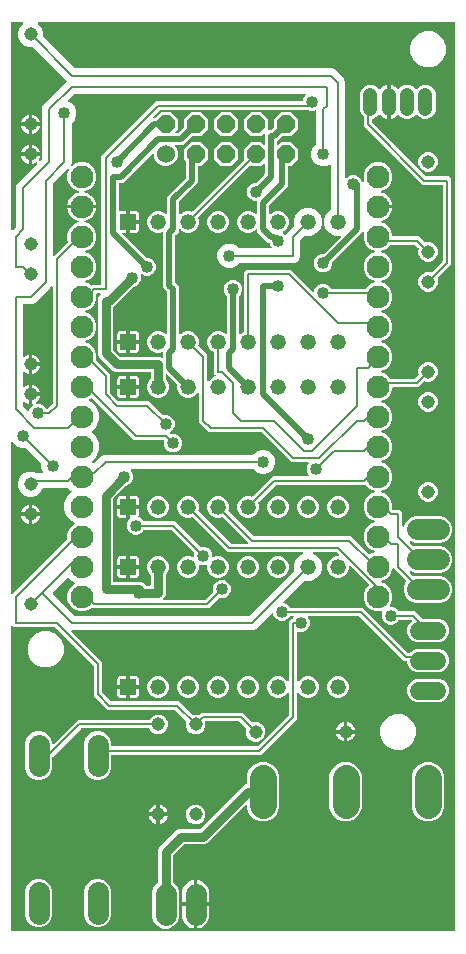
<source format=gbr>
G04 EAGLE Gerber RS-274X export*
G75*
%MOMM*%
%FSLAX34Y34*%
%LPD*%
%INBottom Copper*%
%IPPOS*%
%AMOC8*
5,1,8,0,0,1.08239X$1,22.5*%
G01*
%ADD10C,1.143000*%
%ADD11R,1.320800X1.320800*%
%ADD12C,1.320800*%
%ADD13C,1.930400*%
%ADD14C,1.803400*%
%ADD15C,1.524000*%
%ADD16P,1.649562X8X202.500000*%
%ADD17C,1.200150*%
%ADD18C,1.790700*%
%ADD19C,2.247900*%
%ADD20C,1.500000*%
%ADD21C,0.203200*%
%ADD22C,1.016000*%
%ADD23C,0.508000*%
%ADD24C,0.762000*%

G36*
X377718Y2544D02*
X377718Y2544D01*
X377737Y2542D01*
X377839Y2564D01*
X377941Y2580D01*
X377958Y2590D01*
X377978Y2594D01*
X378067Y2647D01*
X378158Y2696D01*
X378172Y2710D01*
X378189Y2720D01*
X378256Y2799D01*
X378328Y2874D01*
X378336Y2892D01*
X378349Y2907D01*
X378388Y3003D01*
X378431Y3097D01*
X378433Y3117D01*
X378441Y3135D01*
X378459Y3302D01*
X378459Y771398D01*
X378456Y771418D01*
X378458Y771437D01*
X378436Y771539D01*
X378420Y771641D01*
X378410Y771658D01*
X378406Y771678D01*
X378353Y771767D01*
X378304Y771858D01*
X378290Y771872D01*
X378280Y771889D01*
X378201Y771956D01*
X378126Y772028D01*
X378108Y772036D01*
X378093Y772049D01*
X377997Y772088D01*
X377903Y772131D01*
X377883Y772133D01*
X377865Y772141D01*
X377698Y772159D01*
X25996Y772159D01*
X25925Y772148D01*
X25854Y772146D01*
X25805Y772128D01*
X25753Y772120D01*
X25690Y772086D01*
X25623Y772061D01*
X25582Y772029D01*
X25536Y772004D01*
X25487Y771952D01*
X25431Y771908D01*
X25402Y771864D01*
X25367Y771826D01*
X25336Y771761D01*
X25298Y771701D01*
X25285Y771650D01*
X25263Y771603D01*
X25255Y771532D01*
X25237Y771462D01*
X25242Y771410D01*
X25236Y771359D01*
X25251Y771288D01*
X25257Y771217D01*
X25277Y771169D01*
X25288Y771118D01*
X25325Y771057D01*
X25353Y770991D01*
X25398Y770935D01*
X25414Y770907D01*
X25432Y770892D01*
X25458Y770860D01*
X28202Y768115D01*
X29846Y764147D01*
X29846Y760142D01*
X29860Y760052D01*
X29868Y759961D01*
X29880Y759931D01*
X29885Y759899D01*
X29928Y759818D01*
X29964Y759734D01*
X29990Y759702D01*
X30001Y759682D01*
X30024Y759659D01*
X30069Y759603D01*
X56277Y733395D01*
X56351Y733342D01*
X56421Y733282D01*
X56451Y733270D01*
X56477Y733251D01*
X56564Y733224D01*
X56649Y733190D01*
X56690Y733186D01*
X56712Y733179D01*
X56744Y733180D01*
X56816Y733172D01*
X274263Y733172D01*
X276504Y732244D01*
X284569Y724179D01*
X285497Y721938D01*
X285497Y641012D01*
X285508Y640941D01*
X285510Y640869D01*
X285528Y640820D01*
X285536Y640769D01*
X285570Y640706D01*
X285595Y640638D01*
X285627Y640598D01*
X285652Y640552D01*
X285704Y640502D01*
X285748Y640446D01*
X285792Y640418D01*
X285830Y640382D01*
X285895Y640352D01*
X285955Y640313D01*
X286006Y640301D01*
X286053Y640279D01*
X286124Y640271D01*
X286194Y640253D01*
X286246Y640257D01*
X286297Y640252D01*
X286368Y640267D01*
X286439Y640272D01*
X286487Y640293D01*
X286538Y640304D01*
X286599Y640341D01*
X286665Y640369D01*
X286721Y640414D01*
X286749Y640430D01*
X286764Y640448D01*
X286796Y640474D01*
X287783Y641461D01*
X290584Y642621D01*
X293616Y642621D01*
X296417Y641461D01*
X298561Y639317D01*
X298798Y638745D01*
X298832Y638689D01*
X298858Y638629D01*
X298910Y638564D01*
X298927Y638536D01*
X298942Y638523D01*
X298963Y638498D01*
X300120Y637341D01*
X300199Y637284D01*
X300274Y637222D01*
X300298Y637212D01*
X300319Y637197D01*
X300412Y637168D01*
X300503Y637133D01*
X300530Y637132D01*
X300555Y637125D01*
X300652Y637127D01*
X300749Y637123D01*
X300774Y637130D01*
X300800Y637131D01*
X300892Y637164D01*
X300985Y637192D01*
X301007Y637207D01*
X301031Y637216D01*
X301107Y637276D01*
X301187Y637332D01*
X301203Y637353D01*
X301223Y637369D01*
X301276Y637451D01*
X301334Y637529D01*
X301342Y637554D01*
X301356Y637576D01*
X301380Y637671D01*
X301410Y637763D01*
X301410Y637789D01*
X301416Y637815D01*
X301409Y637912D01*
X301408Y638009D01*
X301399Y638041D01*
X301397Y638060D01*
X301384Y638090D01*
X301361Y638170D01*
X301007Y639025D01*
X301007Y643875D01*
X302864Y648357D01*
X306293Y651786D01*
X310775Y653643D01*
X315625Y653643D01*
X320107Y651786D01*
X323536Y648357D01*
X325393Y643875D01*
X325393Y639025D01*
X323536Y634543D01*
X320107Y631114D01*
X315942Y629388D01*
X315888Y629355D01*
X315830Y629331D01*
X315800Y629305D01*
X315767Y629287D01*
X315752Y629271D01*
X315733Y629259D01*
X315692Y629210D01*
X315645Y629168D01*
X315625Y629134D01*
X315600Y629107D01*
X315591Y629087D01*
X315576Y629069D01*
X315553Y629010D01*
X315522Y628956D01*
X315514Y628916D01*
X315498Y628882D01*
X315496Y628862D01*
X315488Y628840D01*
X315485Y628777D01*
X315472Y628715D01*
X315477Y628675D01*
X315474Y628638D01*
X315478Y628617D01*
X315477Y628594D01*
X315495Y628533D01*
X315503Y628470D01*
X315520Y628434D01*
X315528Y628398D01*
X315539Y628380D01*
X315546Y628358D01*
X315582Y628306D01*
X315609Y628249D01*
X315637Y628220D01*
X315657Y628188D01*
X315673Y628174D01*
X315686Y628156D01*
X315737Y628118D01*
X315781Y628073D01*
X315816Y628055D01*
X315845Y628030D01*
X315870Y628019D01*
X315883Y628009D01*
X315915Y627998D01*
X315998Y627961D01*
X315999Y627961D01*
X316000Y627960D01*
X317880Y627349D01*
X319590Y626478D01*
X321143Y625350D01*
X322500Y623993D01*
X323628Y622440D01*
X324499Y620730D01*
X325093Y618905D01*
X325303Y617573D01*
X313962Y617573D01*
X313942Y617570D01*
X313923Y617572D01*
X313821Y617550D01*
X313719Y617533D01*
X313702Y617524D01*
X313682Y617520D01*
X313593Y617467D01*
X313502Y617418D01*
X313488Y617404D01*
X313471Y617394D01*
X313404Y617315D01*
X313333Y617240D01*
X313324Y617222D01*
X313311Y617207D01*
X313273Y617111D01*
X313229Y617017D01*
X313227Y616997D01*
X313219Y616979D01*
X313201Y616812D01*
X313201Y615288D01*
X313204Y615268D01*
X313202Y615249D01*
X313224Y615147D01*
X313241Y615045D01*
X313250Y615028D01*
X313254Y615008D01*
X313307Y614919D01*
X313356Y614828D01*
X313370Y614814D01*
X313380Y614797D01*
X313459Y614730D01*
X313534Y614659D01*
X313552Y614650D01*
X313567Y614637D01*
X313663Y614598D01*
X313757Y614555D01*
X313777Y614553D01*
X313795Y614545D01*
X313962Y614527D01*
X325303Y614527D01*
X325093Y613195D01*
X324499Y611370D01*
X323628Y609660D01*
X322500Y608107D01*
X321143Y606750D01*
X319590Y605622D01*
X317880Y604751D01*
X315998Y604139D01*
X315964Y604121D01*
X315926Y604112D01*
X315873Y604077D01*
X315815Y604051D01*
X315799Y604036D01*
X315780Y604026D01*
X315753Y603999D01*
X315720Y603977D01*
X315681Y603928D01*
X315634Y603885D01*
X315623Y603865D01*
X315608Y603850D01*
X315592Y603816D01*
X315567Y603784D01*
X315546Y603725D01*
X315516Y603669D01*
X315511Y603646D01*
X315502Y603628D01*
X315498Y603591D01*
X315484Y603553D01*
X315483Y603490D01*
X315472Y603427D01*
X315475Y603404D01*
X315473Y603383D01*
X315480Y603347D01*
X315480Y603307D01*
X315499Y603247D01*
X315508Y603184D01*
X315518Y603163D01*
X315523Y603143D01*
X315541Y603110D01*
X315553Y603072D01*
X315591Y603021D01*
X315619Y602965D01*
X315636Y602948D01*
X315647Y602930D01*
X315675Y602905D01*
X315698Y602873D01*
X315750Y602837D01*
X315795Y602793D01*
X315820Y602779D01*
X315832Y602768D01*
X315860Y602756D01*
X315872Y602750D01*
X315899Y602731D01*
X315916Y602726D01*
X315942Y602712D01*
X320107Y600986D01*
X323536Y597557D01*
X325393Y593075D01*
X325393Y591693D01*
X325396Y591673D01*
X325394Y591654D01*
X325416Y591552D01*
X325432Y591450D01*
X325442Y591433D01*
X325446Y591413D01*
X325499Y591324D01*
X325548Y591233D01*
X325562Y591219D01*
X325572Y591202D01*
X325651Y591135D01*
X325726Y591063D01*
X325744Y591055D01*
X325759Y591042D01*
X325855Y591003D01*
X325949Y590960D01*
X325969Y590958D01*
X325987Y590950D01*
X326154Y590932D01*
X347548Y590932D01*
X352478Y586002D01*
X352573Y585934D01*
X352667Y585864D01*
X352673Y585862D01*
X352678Y585858D01*
X352790Y585824D01*
X352901Y585787D01*
X352907Y585788D01*
X352913Y585786D01*
X353030Y585789D01*
X353147Y585790D01*
X353154Y585792D01*
X353159Y585792D01*
X353177Y585798D01*
X353308Y585837D01*
X353958Y586106D01*
X357242Y586106D01*
X360277Y584849D01*
X362599Y582527D01*
X363856Y579492D01*
X363856Y576208D01*
X362599Y573173D01*
X360277Y570851D01*
X357242Y569594D01*
X353958Y569594D01*
X350923Y570851D01*
X348601Y573173D01*
X347344Y576208D01*
X347344Y579492D01*
X347613Y580142D01*
X347640Y580255D01*
X347669Y580369D01*
X347668Y580375D01*
X347670Y580381D01*
X347659Y580498D01*
X347650Y580614D01*
X347647Y580620D01*
X347647Y580626D01*
X347598Y580734D01*
X347553Y580841D01*
X347549Y580846D01*
X347547Y580851D01*
X347534Y580865D01*
X347448Y580972D01*
X344825Y583595D01*
X344751Y583648D01*
X344681Y583708D01*
X344651Y583720D01*
X344625Y583739D01*
X344538Y583766D01*
X344453Y583800D01*
X344412Y583804D01*
X344390Y583811D01*
X344358Y583810D01*
X344286Y583818D01*
X323927Y583818D01*
X323837Y583804D01*
X323746Y583796D01*
X323716Y583784D01*
X323684Y583779D01*
X323603Y583736D01*
X323519Y583700D01*
X323487Y583674D01*
X323467Y583663D01*
X323444Y583640D01*
X323388Y583595D01*
X320107Y580314D01*
X316099Y578653D01*
X316038Y578616D01*
X315972Y578586D01*
X315934Y578551D01*
X315889Y578524D01*
X315844Y578469D01*
X315791Y578420D01*
X315766Y578374D01*
X315733Y578334D01*
X315707Y578267D01*
X315672Y578204D01*
X315663Y578153D01*
X315644Y578105D01*
X315641Y578033D01*
X315629Y577962D01*
X315636Y577911D01*
X315634Y577859D01*
X315654Y577790D01*
X315664Y577719D01*
X315688Y577673D01*
X315703Y577623D01*
X315743Y577564D01*
X315776Y577500D01*
X315813Y577463D01*
X315843Y577421D01*
X315900Y577378D01*
X315952Y577328D01*
X316014Y577293D01*
X316040Y577274D01*
X316062Y577267D01*
X316099Y577247D01*
X320107Y575586D01*
X323536Y572157D01*
X325393Y567675D01*
X325393Y562825D01*
X323536Y558343D01*
X320107Y554914D01*
X316099Y553253D01*
X316038Y553216D01*
X315972Y553186D01*
X315934Y553151D01*
X315889Y553124D01*
X315844Y553069D01*
X315791Y553020D01*
X315766Y552974D01*
X315733Y552934D01*
X315707Y552867D01*
X315672Y552804D01*
X315663Y552753D01*
X315644Y552705D01*
X315641Y552633D01*
X315629Y552562D01*
X315636Y552511D01*
X315634Y552459D01*
X315654Y552390D01*
X315664Y552319D01*
X315688Y552273D01*
X315703Y552223D01*
X315743Y552164D01*
X315776Y552100D01*
X315813Y552063D01*
X315843Y552021D01*
X315900Y551978D01*
X315952Y551928D01*
X316014Y551893D01*
X316040Y551874D01*
X316062Y551867D01*
X316099Y551847D01*
X320107Y550186D01*
X323536Y546757D01*
X325393Y542275D01*
X325393Y537425D01*
X323536Y532943D01*
X320107Y529514D01*
X316099Y527853D01*
X316038Y527816D01*
X315972Y527786D01*
X315934Y527751D01*
X315889Y527724D01*
X315844Y527669D01*
X315791Y527620D01*
X315766Y527574D01*
X315733Y527534D01*
X315707Y527467D01*
X315672Y527404D01*
X315663Y527353D01*
X315644Y527305D01*
X315641Y527233D01*
X315629Y527162D01*
X315636Y527111D01*
X315634Y527059D01*
X315654Y526990D01*
X315664Y526919D01*
X315688Y526873D01*
X315703Y526823D01*
X315743Y526764D01*
X315776Y526700D01*
X315813Y526663D01*
X315843Y526621D01*
X315900Y526578D01*
X315952Y526528D01*
X316014Y526493D01*
X316040Y526474D01*
X316062Y526467D01*
X316099Y526447D01*
X320107Y524786D01*
X323536Y521357D01*
X325393Y516875D01*
X325393Y512025D01*
X323536Y507543D01*
X320107Y504114D01*
X316099Y502453D01*
X316038Y502416D01*
X315972Y502386D01*
X315934Y502351D01*
X315889Y502324D01*
X315844Y502269D01*
X315791Y502220D01*
X315766Y502174D01*
X315733Y502134D01*
X315707Y502067D01*
X315672Y502004D01*
X315663Y501953D01*
X315644Y501905D01*
X315641Y501833D01*
X315629Y501762D01*
X315636Y501711D01*
X315634Y501659D01*
X315654Y501590D01*
X315664Y501519D01*
X315688Y501473D01*
X315703Y501423D01*
X315743Y501364D01*
X315776Y501300D01*
X315813Y501263D01*
X315843Y501221D01*
X315900Y501178D01*
X315952Y501128D01*
X316014Y501093D01*
X316040Y501074D01*
X316062Y501067D01*
X316099Y501047D01*
X320107Y499386D01*
X323536Y495957D01*
X325393Y491475D01*
X325393Y486625D01*
X323536Y482143D01*
X320107Y478714D01*
X316099Y477053D01*
X316038Y477016D01*
X315972Y476986D01*
X315934Y476951D01*
X315889Y476924D01*
X315844Y476869D01*
X315791Y476820D01*
X315766Y476774D01*
X315733Y476734D01*
X315707Y476667D01*
X315672Y476604D01*
X315663Y476553D01*
X315644Y476505D01*
X315641Y476433D01*
X315629Y476362D01*
X315636Y476311D01*
X315634Y476259D01*
X315654Y476190D01*
X315664Y476119D01*
X315688Y476073D01*
X315703Y476023D01*
X315743Y475964D01*
X315776Y475900D01*
X315813Y475863D01*
X315843Y475821D01*
X315900Y475778D01*
X315952Y475728D01*
X316014Y475693D01*
X316040Y475674D01*
X316062Y475667D01*
X316099Y475647D01*
X320107Y473986D01*
X323588Y470505D01*
X323662Y470452D01*
X323732Y470392D01*
X323762Y470380D01*
X323788Y470361D01*
X323875Y470334D01*
X323960Y470300D01*
X324001Y470296D01*
X324023Y470289D01*
X324055Y470290D01*
X324127Y470282D01*
X344286Y470282D01*
X344377Y470296D01*
X344467Y470304D01*
X344497Y470316D01*
X344529Y470321D01*
X344610Y470364D01*
X344694Y470400D01*
X344726Y470426D01*
X344747Y470437D01*
X344769Y470460D01*
X344825Y470505D01*
X347448Y473128D01*
X347517Y473224D01*
X347586Y473317D01*
X347588Y473323D01*
X347592Y473328D01*
X347626Y473440D01*
X347663Y473551D01*
X347662Y473557D01*
X347664Y473563D01*
X347661Y473680D01*
X347660Y473797D01*
X347658Y473804D01*
X347658Y473809D01*
X347652Y473827D01*
X347613Y473958D01*
X347344Y474608D01*
X347344Y477892D01*
X348601Y480927D01*
X350923Y483249D01*
X353958Y484506D01*
X357242Y484506D01*
X360277Y483249D01*
X362599Y480927D01*
X363856Y477892D01*
X363856Y474608D01*
X362599Y471573D01*
X360277Y469251D01*
X357242Y467994D01*
X353958Y467994D01*
X353308Y468263D01*
X353194Y468290D01*
X353081Y468319D01*
X353075Y468318D01*
X353069Y468320D01*
X352952Y468309D01*
X352836Y468300D01*
X352830Y468297D01*
X352824Y468297D01*
X352716Y468249D01*
X352609Y468203D01*
X352603Y468199D01*
X352599Y468197D01*
X352585Y468184D01*
X352478Y468098D01*
X349855Y465475D01*
X347548Y463168D01*
X326154Y463168D01*
X326134Y463165D01*
X326115Y463167D01*
X326013Y463145D01*
X325911Y463129D01*
X325894Y463119D01*
X325874Y463115D01*
X325785Y463062D01*
X325694Y463013D01*
X325680Y462999D01*
X325663Y462989D01*
X325596Y462910D01*
X325524Y462835D01*
X325516Y462817D01*
X325503Y462802D01*
X325464Y462706D01*
X325421Y462612D01*
X325419Y462592D01*
X325411Y462574D01*
X325393Y462407D01*
X325393Y461225D01*
X323536Y456743D01*
X320107Y453314D01*
X316099Y451653D01*
X316038Y451616D01*
X315972Y451586D01*
X315934Y451551D01*
X315889Y451524D01*
X315844Y451469D01*
X315791Y451420D01*
X315766Y451374D01*
X315733Y451334D01*
X315707Y451267D01*
X315672Y451204D01*
X315663Y451153D01*
X315644Y451105D01*
X315641Y451033D01*
X315629Y450962D01*
X315636Y450911D01*
X315634Y450859D01*
X315654Y450790D01*
X315664Y450719D01*
X315688Y450673D01*
X315703Y450623D01*
X315743Y450564D01*
X315776Y450500D01*
X315813Y450463D01*
X315843Y450421D01*
X315900Y450378D01*
X315952Y450328D01*
X316014Y450293D01*
X316040Y450274D01*
X316062Y450267D01*
X316099Y450247D01*
X320107Y448586D01*
X323536Y445157D01*
X325393Y440675D01*
X325393Y435825D01*
X323536Y431343D01*
X320107Y427914D01*
X316099Y426253D01*
X316038Y426216D01*
X315972Y426186D01*
X315934Y426151D01*
X315889Y426124D01*
X315844Y426069D01*
X315791Y426020D01*
X315766Y425974D01*
X315733Y425934D01*
X315707Y425867D01*
X315672Y425804D01*
X315663Y425753D01*
X315644Y425705D01*
X315641Y425633D01*
X315629Y425562D01*
X315636Y425511D01*
X315634Y425459D01*
X315654Y425390D01*
X315664Y425319D01*
X315688Y425273D01*
X315703Y425223D01*
X315743Y425164D01*
X315776Y425100D01*
X315813Y425063D01*
X315843Y425021D01*
X315900Y424978D01*
X315952Y424928D01*
X316014Y424893D01*
X316040Y424874D01*
X316062Y424867D01*
X316099Y424847D01*
X320107Y423186D01*
X323536Y419757D01*
X325393Y415275D01*
X325393Y410425D01*
X323536Y405943D01*
X320107Y402514D01*
X316099Y400853D01*
X316038Y400816D01*
X315972Y400786D01*
X315934Y400751D01*
X315889Y400724D01*
X315844Y400669D01*
X315791Y400620D01*
X315766Y400574D01*
X315733Y400534D01*
X315707Y400467D01*
X315672Y400404D01*
X315663Y400353D01*
X315644Y400305D01*
X315641Y400233D01*
X315629Y400162D01*
X315636Y400111D01*
X315634Y400059D01*
X315654Y399990D01*
X315664Y399919D01*
X315688Y399873D01*
X315703Y399823D01*
X315743Y399764D01*
X315776Y399700D01*
X315813Y399663D01*
X315843Y399621D01*
X315900Y399578D01*
X315952Y399528D01*
X316014Y399493D01*
X316040Y399474D01*
X316062Y399467D01*
X316099Y399447D01*
X320107Y397786D01*
X323536Y394357D01*
X325393Y389875D01*
X325393Y385025D01*
X323536Y380543D01*
X320107Y377114D01*
X316099Y375453D01*
X316038Y375416D01*
X315972Y375386D01*
X315934Y375351D01*
X315889Y375324D01*
X315844Y375269D01*
X315791Y375220D01*
X315766Y375174D01*
X315733Y375134D01*
X315707Y375067D01*
X315672Y375004D01*
X315663Y374953D01*
X315644Y374905D01*
X315641Y374833D01*
X315629Y374762D01*
X315636Y374711D01*
X315634Y374659D01*
X315654Y374590D01*
X315664Y374519D01*
X315688Y374473D01*
X315703Y374423D01*
X315743Y374364D01*
X315776Y374300D01*
X315813Y374263D01*
X315843Y374221D01*
X315900Y374178D01*
X315952Y374128D01*
X316014Y374093D01*
X316040Y374074D01*
X316062Y374067D01*
X316099Y374047D01*
X320107Y372386D01*
X323536Y368957D01*
X325393Y364475D01*
X325393Y359918D01*
X325396Y359898D01*
X325394Y359879D01*
X325416Y359777D01*
X325432Y359675D01*
X325442Y359658D01*
X325446Y359638D01*
X325499Y359549D01*
X325548Y359458D01*
X325562Y359444D01*
X325572Y359427D01*
X325651Y359360D01*
X325726Y359288D01*
X325744Y359280D01*
X325759Y359267D01*
X325855Y359228D01*
X325949Y359185D01*
X325969Y359183D01*
X325987Y359175D01*
X326154Y359157D01*
X331673Y359157D01*
X333757Y357073D01*
X333757Y345963D01*
X333772Y345867D01*
X333782Y345770D01*
X333792Y345747D01*
X333796Y345721D01*
X333842Y345635D01*
X333882Y345546D01*
X333899Y345526D01*
X333912Y345503D01*
X333982Y345436D01*
X334048Y345365D01*
X334071Y345352D01*
X334090Y345334D01*
X334178Y345293D01*
X334264Y345246D01*
X334289Y345241D01*
X334313Y345230D01*
X334410Y345220D01*
X334506Y345202D01*
X334532Y345206D01*
X334557Y345203D01*
X334653Y345224D01*
X334749Y345238D01*
X334772Y345250D01*
X334798Y345256D01*
X334881Y345305D01*
X334968Y345350D01*
X334987Y345368D01*
X335009Y345382D01*
X335072Y345456D01*
X335140Y345525D01*
X335156Y345554D01*
X335169Y345569D01*
X335181Y345599D01*
X335221Y345672D01*
X336785Y349447D01*
X340036Y352698D01*
X344284Y354458D01*
X366916Y354458D01*
X371164Y352698D01*
X374415Y349447D01*
X376175Y345199D01*
X376175Y340601D01*
X374415Y336353D01*
X371164Y333102D01*
X366916Y331342D01*
X344284Y331342D01*
X341254Y332597D01*
X341159Y332620D01*
X341066Y332648D01*
X341040Y332648D01*
X341014Y332654D01*
X340917Y332645D01*
X340820Y332642D01*
X340795Y332633D01*
X340769Y332631D01*
X340681Y332591D01*
X340589Y332558D01*
X340568Y332541D01*
X340545Y332531D01*
X340473Y332465D01*
X340397Y332404D01*
X340383Y332382D01*
X340363Y332364D01*
X340317Y332279D01*
X340264Y332197D01*
X340258Y332172D01*
X340245Y332149D01*
X340228Y332053D01*
X340204Y331958D01*
X340206Y331932D01*
X340201Y331907D01*
X340215Y331810D01*
X340223Y331713D01*
X340233Y331689D01*
X340237Y331663D01*
X340281Y331576D01*
X340319Y331487D01*
X340340Y331461D01*
X340348Y331444D01*
X340372Y331421D01*
X340424Y331356D01*
X342820Y328960D01*
X342914Y328892D01*
X343009Y328822D01*
X343015Y328820D01*
X343020Y328816D01*
X343131Y328782D01*
X343243Y328746D01*
X343249Y328746D01*
X343255Y328744D01*
X343372Y328747D01*
X343489Y328748D01*
X343496Y328750D01*
X343501Y328750D01*
X343518Y328757D01*
X343650Y328795D01*
X344284Y329058D01*
X366916Y329058D01*
X371164Y327298D01*
X374415Y324047D01*
X376175Y319799D01*
X376175Y315201D01*
X374415Y310953D01*
X371164Y307702D01*
X366916Y305942D01*
X344284Y305942D01*
X341254Y307197D01*
X341159Y307220D01*
X341066Y307248D01*
X341040Y307248D01*
X341014Y307254D01*
X340917Y307245D01*
X340820Y307242D01*
X340795Y307233D01*
X340769Y307231D01*
X340681Y307191D01*
X340589Y307158D01*
X340568Y307141D01*
X340545Y307131D01*
X340473Y307065D01*
X340397Y307004D01*
X340383Y306982D01*
X340363Y306964D01*
X340317Y306879D01*
X340264Y306797D01*
X340258Y306772D01*
X340245Y306749D01*
X340228Y306653D01*
X340204Y306558D01*
X340206Y306532D01*
X340201Y306507D01*
X340215Y306410D01*
X340223Y306313D01*
X340233Y306289D01*
X340237Y306263D01*
X340281Y306176D01*
X340319Y306087D01*
X340340Y306061D01*
X340348Y306044D01*
X340372Y306021D01*
X340424Y305956D01*
X342820Y303560D01*
X342914Y303492D01*
X343009Y303422D01*
X343015Y303420D01*
X343020Y303416D01*
X343131Y303382D01*
X343243Y303346D01*
X343249Y303346D01*
X343255Y303344D01*
X343372Y303347D01*
X343489Y303348D01*
X343496Y303350D01*
X343501Y303350D01*
X343518Y303357D01*
X343650Y303395D01*
X344284Y303658D01*
X366916Y303658D01*
X371164Y301898D01*
X374415Y298647D01*
X376175Y294399D01*
X376175Y289801D01*
X374415Y285553D01*
X371164Y282302D01*
X366916Y280542D01*
X344284Y280542D01*
X340036Y282302D01*
X336785Y285553D01*
X335025Y289801D01*
X335025Y294399D01*
X336821Y298733D01*
X336834Y298752D01*
X336840Y298771D01*
X336851Y298788D01*
X336876Y298888D01*
X336906Y298987D01*
X336906Y299007D01*
X336911Y299027D01*
X336903Y299130D01*
X336900Y299233D01*
X336893Y299252D01*
X336892Y299272D01*
X336852Y299367D01*
X336816Y299464D01*
X336803Y299480D01*
X336795Y299498D01*
X336691Y299629D01*
X328950Y307370D01*
X326692Y309628D01*
X326634Y309670D01*
X326582Y309719D01*
X326535Y309741D01*
X326493Y309771D01*
X326424Y309792D01*
X326359Y309823D01*
X326307Y309828D01*
X326257Y309844D01*
X326186Y309842D01*
X326115Y309850D01*
X326064Y309839D01*
X326012Y309837D01*
X325944Y309813D01*
X325874Y309797D01*
X325829Y309771D01*
X325781Y309753D01*
X325725Y309708D01*
X325663Y309671D01*
X325629Y309632D01*
X325589Y309599D01*
X325550Y309539D01*
X325503Y309484D01*
X325484Y309436D01*
X325456Y309392D01*
X325438Y309323D01*
X325411Y309256D01*
X325403Y309185D01*
X325395Y309154D01*
X325397Y309130D01*
X325393Y309089D01*
X325393Y308825D01*
X323536Y304343D01*
X320107Y300914D01*
X316099Y299253D01*
X316038Y299216D01*
X315972Y299186D01*
X315934Y299151D01*
X315889Y299124D01*
X315844Y299069D01*
X315791Y299020D01*
X315766Y298974D01*
X315733Y298934D01*
X315707Y298867D01*
X315672Y298804D01*
X315663Y298753D01*
X315644Y298705D01*
X315641Y298633D01*
X315629Y298562D01*
X315636Y298511D01*
X315634Y298459D01*
X315654Y298390D01*
X315664Y298319D01*
X315688Y298273D01*
X315703Y298223D01*
X315743Y298164D01*
X315776Y298100D01*
X315813Y298063D01*
X315843Y298021D01*
X315900Y297978D01*
X315952Y297928D01*
X316014Y297893D01*
X316040Y297874D01*
X316062Y297867D01*
X316099Y297847D01*
X320107Y296186D01*
X323536Y292757D01*
X325393Y288275D01*
X325393Y283425D01*
X323536Y278943D01*
X323388Y278795D01*
X323347Y278737D01*
X323297Y278685D01*
X323275Y278638D01*
X323245Y278596D01*
X323224Y278527D01*
X323194Y278462D01*
X323188Y278410D01*
X323172Y278360D01*
X323174Y278289D01*
X323166Y278218D01*
X323178Y278167D01*
X323179Y278115D01*
X323203Y278047D01*
X323219Y277977D01*
X323245Y277932D01*
X323263Y277884D01*
X323308Y277828D01*
X323345Y277766D01*
X323384Y277732D01*
X323417Y277692D01*
X323477Y277653D01*
X323532Y277606D01*
X323580Y277587D01*
X323624Y277559D01*
X323693Y277541D01*
X323760Y277514D01*
X323831Y277506D01*
X323862Y277498D01*
X323886Y277500D01*
X323927Y277496D01*
X325366Y277496D01*
X328167Y276336D01*
X330311Y274192D01*
X330431Y273902D01*
X330492Y273802D01*
X330552Y273702D01*
X330557Y273698D01*
X330560Y273693D01*
X330650Y273618D01*
X330739Y273542D01*
X330745Y273540D01*
X330750Y273536D01*
X330858Y273494D01*
X330967Y273450D01*
X330975Y273449D01*
X330979Y273448D01*
X330998Y273447D01*
X331134Y273432D01*
X344373Y273432D01*
X350366Y267439D01*
X350440Y267386D01*
X350510Y267326D01*
X350540Y267314D01*
X350566Y267295D01*
X350653Y267268D01*
X350738Y267234D01*
X350779Y267230D01*
X350801Y267223D01*
X350833Y267224D01*
X350905Y267216D01*
X365097Y267216D01*
X368788Y265687D01*
X371612Y262863D01*
X373141Y259172D01*
X373141Y255178D01*
X371612Y251487D01*
X368788Y248663D01*
X365097Y247134D01*
X346103Y247134D01*
X342412Y248663D01*
X339588Y251487D01*
X338059Y255178D01*
X338059Y259172D01*
X339588Y262863D01*
X341697Y264972D01*
X341708Y264988D01*
X341724Y265000D01*
X341780Y265087D01*
X341840Y265171D01*
X341846Y265190D01*
X341857Y265207D01*
X341882Y265308D01*
X341913Y265406D01*
X341912Y265426D01*
X341917Y265446D01*
X341909Y265549D01*
X341906Y265652D01*
X341900Y265671D01*
X341898Y265691D01*
X341858Y265786D01*
X341822Y265883D01*
X341809Y265899D01*
X341802Y265917D01*
X341697Y266048D01*
X341650Y266095D01*
X341576Y266148D01*
X341506Y266208D01*
X341476Y266220D01*
X341450Y266239D01*
X341363Y266266D01*
X341278Y266300D01*
X341237Y266304D01*
X341215Y266311D01*
X341183Y266310D01*
X341111Y266318D01*
X331134Y266318D01*
X331019Y266299D01*
X330903Y266282D01*
X330897Y266280D01*
X330891Y266279D01*
X330789Y266224D01*
X330684Y266171D01*
X330679Y266166D01*
X330674Y266163D01*
X330594Y266079D01*
X330512Y265995D01*
X330508Y265989D01*
X330505Y265985D01*
X330497Y265968D01*
X330431Y265848D01*
X330311Y265558D01*
X328167Y263414D01*
X325366Y262254D01*
X322334Y262254D01*
X319533Y263414D01*
X317389Y265558D01*
X316229Y268359D01*
X316229Y271391D01*
X316784Y272731D01*
X316801Y272800D01*
X316826Y272867D01*
X316829Y272920D01*
X316840Y272970D01*
X316834Y273041D01*
X316837Y273113D01*
X316822Y273163D01*
X316817Y273215D01*
X316788Y273281D01*
X316768Y273349D01*
X316738Y273392D01*
X316717Y273440D01*
X316669Y273493D01*
X316628Y273552D01*
X316586Y273583D01*
X316551Y273621D01*
X316488Y273656D01*
X316431Y273698D01*
X316381Y273714D01*
X316335Y273740D01*
X316265Y273752D01*
X316197Y273774D01*
X316145Y273774D01*
X316093Y273783D01*
X316022Y273773D01*
X315951Y273772D01*
X315882Y273752D01*
X315850Y273747D01*
X315829Y273737D01*
X315790Y273725D01*
X315625Y273657D01*
X310775Y273657D01*
X306293Y275514D01*
X302864Y278943D01*
X301007Y283425D01*
X301007Y288275D01*
X302864Y292757D01*
X305213Y295106D01*
X305224Y295122D01*
X305240Y295134D01*
X305270Y295182D01*
X305282Y295194D01*
X305291Y295215D01*
X305296Y295222D01*
X305356Y295306D01*
X305362Y295325D01*
X305373Y295341D01*
X305398Y295442D01*
X305429Y295541D01*
X305428Y295561D01*
X305433Y295580D01*
X305425Y295683D01*
X305422Y295786D01*
X305415Y295805D01*
X305414Y295825D01*
X305373Y295920D01*
X305338Y296018D01*
X305325Y296033D01*
X305317Y296051D01*
X305213Y296182D01*
X289844Y311551D01*
X289786Y311593D01*
X289734Y311642D01*
X289687Y311664D01*
X289645Y311694D01*
X289576Y311715D01*
X289511Y311746D01*
X289459Y311751D01*
X289409Y311767D01*
X289338Y311765D01*
X289267Y311773D01*
X289216Y311762D01*
X289164Y311760D01*
X289096Y311736D01*
X289026Y311720D01*
X288982Y311694D01*
X288933Y311676D01*
X288877Y311631D01*
X288815Y311594D01*
X288781Y311555D01*
X288741Y311522D01*
X288702Y311462D01*
X288655Y311407D01*
X288636Y311359D01*
X288608Y311315D01*
X288590Y311246D01*
X288563Y311179D01*
X288555Y311108D01*
X288547Y311077D01*
X288549Y311053D01*
X288545Y311012D01*
X288545Y309331D01*
X287153Y305970D01*
X284580Y303397D01*
X281219Y302005D01*
X277581Y302005D01*
X274220Y303397D01*
X271647Y305970D01*
X270255Y309331D01*
X270255Y312969D01*
X271647Y316330D01*
X274220Y318903D01*
X277581Y320295D01*
X279262Y320295D01*
X279333Y320306D01*
X279405Y320308D01*
X279454Y320326D01*
X279505Y320334D01*
X279569Y320368D01*
X279636Y320393D01*
X279677Y320425D01*
X279723Y320450D01*
X279772Y320502D01*
X279828Y320546D01*
X279856Y320590D01*
X279892Y320628D01*
X279922Y320693D01*
X279961Y320753D01*
X279974Y320804D01*
X279996Y320851D01*
X280004Y320922D01*
X280021Y320992D01*
X280017Y321044D01*
X280023Y321095D01*
X280007Y321166D01*
X280002Y321237D01*
X279982Y321285D01*
X279970Y321336D01*
X279934Y321397D01*
X279906Y321463D01*
X279861Y321519D01*
X279844Y321547D01*
X279826Y321562D01*
X279801Y321594D01*
X278150Y323245D01*
X278076Y323298D01*
X278006Y323358D01*
X277976Y323370D01*
X277950Y323389D01*
X277863Y323416D01*
X277778Y323450D01*
X277737Y323454D01*
X277715Y323461D01*
X277683Y323460D01*
X277611Y323468D01*
X258622Y323468D01*
X258526Y323453D01*
X258429Y323443D01*
X258405Y323433D01*
X258379Y323429D01*
X258293Y323383D01*
X258204Y323343D01*
X258185Y323326D01*
X258162Y323313D01*
X258095Y323243D01*
X258023Y323177D01*
X258010Y323154D01*
X257992Y323135D01*
X257951Y323047D01*
X257904Y322961D01*
X257900Y322936D01*
X257889Y322912D01*
X257878Y322815D01*
X257861Y322719D01*
X257864Y322693D01*
X257862Y322668D01*
X257882Y322572D01*
X257896Y322476D01*
X257908Y322453D01*
X257914Y322427D01*
X257964Y322344D01*
X258008Y322257D01*
X258027Y322238D01*
X258040Y322216D01*
X258114Y322153D01*
X258183Y322085D01*
X258212Y322069D01*
X258227Y322056D01*
X258258Y322044D01*
X258330Y322004D01*
X260619Y321056D01*
X263906Y317769D01*
X265685Y313474D01*
X265685Y308826D01*
X263906Y304531D01*
X260619Y301244D01*
X256324Y299465D01*
X251676Y299465D01*
X251624Y299487D01*
X251510Y299514D01*
X251396Y299542D01*
X251390Y299542D01*
X251384Y299543D01*
X251267Y299532D01*
X251151Y299523D01*
X251146Y299521D01*
X251139Y299520D01*
X251031Y299472D01*
X250925Y299427D01*
X250919Y299422D01*
X250915Y299420D01*
X250901Y299407D01*
X250794Y299322D01*
X233285Y281813D01*
X233258Y281775D01*
X233224Y281744D01*
X233186Y281676D01*
X233141Y281613D01*
X233128Y281569D01*
X233105Y281529D01*
X233092Y281452D01*
X233069Y281378D01*
X233070Y281332D01*
X233062Y281287D01*
X233073Y281210D01*
X233075Y281132D01*
X233091Y281089D01*
X233098Y281043D01*
X233133Y280974D01*
X233160Y280901D01*
X233188Y280865D01*
X233209Y280824D01*
X233265Y280770D01*
X233313Y280709D01*
X233352Y280684D01*
X233385Y280652D01*
X233504Y280586D01*
X233520Y280576D01*
X233525Y280575D01*
X233532Y280571D01*
X236092Y279511D01*
X238236Y277367D01*
X238356Y277077D01*
X238417Y276978D01*
X238477Y276877D01*
X238482Y276873D01*
X238485Y276868D01*
X238575Y276793D01*
X238664Y276717D01*
X238670Y276715D01*
X238675Y276711D01*
X238783Y276669D01*
X238892Y276625D01*
X238900Y276624D01*
X238904Y276623D01*
X238923Y276622D01*
X239059Y276607D01*
X299923Y276607D01*
X337800Y238730D01*
X337874Y238677D01*
X337944Y238617D01*
X337974Y238605D01*
X338000Y238586D01*
X338087Y238559D01*
X338172Y238525D01*
X338213Y238521D01*
X338235Y238514D01*
X338267Y238515D01*
X338339Y238507D01*
X340317Y238507D01*
X340407Y238521D01*
X340498Y238529D01*
X340527Y238541D01*
X340559Y238546D01*
X340640Y238589D01*
X340724Y238625D01*
X340756Y238651D01*
X340777Y238662D01*
X340796Y238682D01*
X340798Y238683D01*
X340803Y238689D01*
X340855Y238730D01*
X342412Y240287D01*
X346103Y241816D01*
X365097Y241816D01*
X368788Y240287D01*
X371612Y237463D01*
X373141Y233772D01*
X373141Y229778D01*
X371612Y226087D01*
X368788Y223263D01*
X365097Y221734D01*
X346103Y221734D01*
X342412Y223263D01*
X339588Y226087D01*
X338059Y229778D01*
X338059Y230632D01*
X338056Y230652D01*
X338058Y230671D01*
X338036Y230773D01*
X338020Y230875D01*
X338010Y230892D01*
X338006Y230912D01*
X337953Y231001D01*
X337904Y231092D01*
X337890Y231106D01*
X337880Y231123D01*
X337801Y231190D01*
X337726Y231262D01*
X337708Y231270D01*
X337693Y231283D01*
X337597Y231322D01*
X337503Y231365D01*
X337483Y231367D01*
X337465Y231375D01*
X337298Y231393D01*
X335077Y231393D01*
X297200Y269270D01*
X297126Y269323D01*
X297056Y269383D01*
X297026Y269395D01*
X297000Y269414D01*
X296913Y269441D01*
X296828Y269475D01*
X296787Y269479D01*
X296765Y269486D01*
X296733Y269485D01*
X296661Y269493D01*
X254297Y269493D01*
X254226Y269482D01*
X254154Y269480D01*
X254105Y269462D01*
X254054Y269454D01*
X253991Y269420D01*
X253923Y269395D01*
X253883Y269363D01*
X253837Y269338D01*
X253787Y269286D01*
X253731Y269242D01*
X253703Y269198D01*
X253667Y269160D01*
X253637Y269095D01*
X253598Y269035D01*
X253586Y268984D01*
X253564Y268937D01*
X253556Y268866D01*
X253538Y268796D01*
X253542Y268744D01*
X253537Y268693D01*
X253552Y268622D01*
X253557Y268551D01*
X253578Y268503D01*
X253589Y268452D01*
X253626Y268391D01*
X253654Y268325D01*
X253699Y268269D01*
X253715Y268241D01*
X253733Y268226D01*
X253759Y268194D01*
X254111Y267842D01*
X255271Y265041D01*
X255271Y262009D01*
X254111Y259208D01*
X251967Y257064D01*
X249166Y255904D01*
X246134Y255904D01*
X245909Y255997D01*
X245865Y256008D01*
X245823Y256027D01*
X245746Y256036D01*
X245670Y256054D01*
X245624Y256049D01*
X245579Y256054D01*
X245502Y256038D01*
X245425Y256030D01*
X245383Y256012D01*
X245338Y256002D01*
X245271Y255962D01*
X245200Y255931D01*
X245166Y255899D01*
X245127Y255876D01*
X245076Y255817D01*
X245019Y255764D01*
X244997Y255724D01*
X244967Y255689D01*
X244938Y255617D01*
X244901Y255549D01*
X244892Y255504D01*
X244875Y255461D01*
X244860Y255325D01*
X244857Y255307D01*
X244858Y255302D01*
X244857Y255294D01*
X244857Y215177D01*
X244868Y215106D01*
X244870Y215035D01*
X244888Y214986D01*
X244896Y214934D01*
X244930Y214871D01*
X244955Y214804D01*
X244987Y214763D01*
X245012Y214717D01*
X245064Y214668D01*
X245108Y214612D01*
X245152Y214583D01*
X245190Y214548D01*
X245255Y214517D01*
X245315Y214479D01*
X245366Y214466D01*
X245413Y214444D01*
X245484Y214436D01*
X245554Y214419D01*
X245606Y214423D01*
X245657Y214417D01*
X245728Y214432D01*
X245799Y214438D01*
X245847Y214458D01*
X245898Y214469D01*
X245959Y214506D01*
X246025Y214534D01*
X246081Y214579D01*
X246109Y214595D01*
X246124Y214613D01*
X246156Y214639D01*
X248820Y217303D01*
X252181Y218695D01*
X255819Y218695D01*
X259180Y217303D01*
X261753Y214730D01*
X263145Y211369D01*
X263145Y207731D01*
X261753Y204370D01*
X259180Y201797D01*
X255819Y200405D01*
X252181Y200405D01*
X248820Y201797D01*
X246156Y204461D01*
X246098Y204503D01*
X246046Y204552D01*
X245999Y204574D01*
X245957Y204605D01*
X245888Y204626D01*
X245823Y204656D01*
X245771Y204662D01*
X245721Y204677D01*
X245650Y204675D01*
X245579Y204683D01*
X245528Y204672D01*
X245476Y204671D01*
X245408Y204646D01*
X245338Y204631D01*
X245293Y204604D01*
X245245Y204586D01*
X245189Y204541D01*
X245127Y204505D01*
X245093Y204465D01*
X245053Y204433D01*
X245014Y204372D01*
X244967Y204318D01*
X244948Y204269D01*
X244920Y204226D01*
X244902Y204156D01*
X244875Y204090D01*
X244867Y204018D01*
X244859Y203987D01*
X244861Y203964D01*
X244857Y203923D01*
X244857Y182677D01*
X214198Y152018D01*
X87947Y152018D01*
X87928Y152015D01*
X87908Y152017D01*
X87807Y151995D01*
X87705Y151979D01*
X87687Y151969D01*
X87668Y151965D01*
X87579Y151912D01*
X87487Y151863D01*
X87474Y151849D01*
X87457Y151839D01*
X87389Y151760D01*
X87318Y151685D01*
X87310Y151667D01*
X87297Y151652D01*
X87258Y151556D01*
X87214Y151462D01*
X87212Y151442D01*
X87205Y151424D01*
X87186Y151257D01*
X87186Y140144D01*
X85436Y135920D01*
X82203Y132686D01*
X77978Y130936D01*
X73406Y130936D01*
X69181Y132686D01*
X65948Y135920D01*
X64198Y140144D01*
X64198Y162624D01*
X65948Y166848D01*
X69181Y170082D01*
X73406Y171832D01*
X77978Y171832D01*
X82203Y170082D01*
X85436Y166848D01*
X87186Y162624D01*
X87186Y159893D01*
X87189Y159873D01*
X87187Y159854D01*
X87209Y159752D01*
X87226Y159650D01*
X87235Y159633D01*
X87240Y159613D01*
X87293Y159524D01*
X87341Y159433D01*
X87355Y159419D01*
X87366Y159402D01*
X87444Y159335D01*
X87519Y159263D01*
X87537Y159255D01*
X87553Y159242D01*
X87649Y159203D01*
X87742Y159160D01*
X87762Y159158D01*
X87781Y159150D01*
X87947Y159132D01*
X210936Y159132D01*
X211027Y159146D01*
X211117Y159154D01*
X211147Y159166D01*
X211179Y159171D01*
X211260Y159214D01*
X211344Y159250D01*
X211376Y159276D01*
X211397Y159287D01*
X211419Y159310D01*
X211475Y159355D01*
X237520Y185400D01*
X237573Y185474D01*
X237633Y185544D01*
X237645Y185574D01*
X237664Y185600D01*
X237691Y185687D01*
X237725Y185772D01*
X237729Y185813D01*
X237736Y185835D01*
X237735Y185867D01*
X237743Y185939D01*
X237743Y203923D01*
X237732Y203994D01*
X237730Y204065D01*
X237712Y204114D01*
X237704Y204166D01*
X237670Y204229D01*
X237645Y204296D01*
X237613Y204337D01*
X237588Y204383D01*
X237536Y204432D01*
X237492Y204488D01*
X237448Y204517D01*
X237410Y204552D01*
X237345Y204583D01*
X237285Y204621D01*
X237234Y204634D01*
X237187Y204656D01*
X237116Y204664D01*
X237046Y204681D01*
X236994Y204677D01*
X236943Y204683D01*
X236872Y204668D01*
X236801Y204662D01*
X236753Y204642D01*
X236702Y204631D01*
X236641Y204594D01*
X236575Y204566D01*
X236519Y204521D01*
X236491Y204505D01*
X236476Y204487D01*
X236444Y204461D01*
X233780Y201797D01*
X230419Y200405D01*
X226781Y200405D01*
X223420Y201797D01*
X220847Y204370D01*
X219455Y207731D01*
X219455Y211369D01*
X220847Y214730D01*
X223420Y217303D01*
X226781Y218695D01*
X230419Y218695D01*
X233780Y217303D01*
X236444Y214639D01*
X236502Y214597D01*
X236554Y214548D01*
X236601Y214526D01*
X236643Y214495D01*
X236712Y214474D01*
X236777Y214444D01*
X236829Y214438D01*
X236879Y214423D01*
X236950Y214425D01*
X237021Y214417D01*
X237072Y214428D01*
X237124Y214429D01*
X237192Y214454D01*
X237262Y214469D01*
X237307Y214496D01*
X237355Y214514D01*
X237411Y214559D01*
X237473Y214595D01*
X237507Y214635D01*
X237547Y214667D01*
X237586Y214728D01*
X237633Y214782D01*
X237652Y214831D01*
X237680Y214874D01*
X237698Y214944D01*
X237725Y215010D01*
X237733Y215082D01*
X237741Y215113D01*
X237739Y215136D01*
X237743Y215177D01*
X237743Y264998D01*
X239827Y267082D01*
X240366Y267082D01*
X240481Y267101D01*
X240597Y267118D01*
X240603Y267120D01*
X240609Y267121D01*
X240711Y267176D01*
X240816Y267229D01*
X240821Y267234D01*
X240826Y267237D01*
X240906Y267321D01*
X240988Y267405D01*
X240992Y267411D01*
X240995Y267415D01*
X241003Y267432D01*
X241069Y267552D01*
X241189Y267842D01*
X241541Y268194D01*
X241583Y268252D01*
X241633Y268304D01*
X241655Y268351D01*
X241685Y268393D01*
X241706Y268462D01*
X241736Y268527D01*
X241742Y268579D01*
X241757Y268629D01*
X241755Y268700D01*
X241763Y268771D01*
X241752Y268822D01*
X241751Y268874D01*
X241726Y268942D01*
X241711Y269012D01*
X241684Y269057D01*
X241667Y269105D01*
X241622Y269161D01*
X241585Y269223D01*
X241545Y269257D01*
X241513Y269297D01*
X241453Y269336D01*
X241398Y269383D01*
X241350Y269402D01*
X241306Y269430D01*
X241237Y269448D01*
X241170Y269475D01*
X241099Y269483D01*
X241067Y269491D01*
X241044Y269489D01*
X241003Y269493D01*
X239059Y269493D01*
X238945Y269475D01*
X238828Y269457D01*
X238822Y269455D01*
X238816Y269454D01*
X238714Y269399D01*
X238609Y269346D01*
X238604Y269341D01*
X238599Y269338D01*
X238519Y269254D01*
X238437Y269170D01*
X238433Y269164D01*
X238429Y269160D01*
X238422Y269143D01*
X238356Y269023D01*
X238236Y268733D01*
X236092Y266589D01*
X233291Y265429D01*
X230259Y265429D01*
X227458Y266589D01*
X225314Y268733D01*
X224254Y271293D01*
X224230Y271332D01*
X224214Y271376D01*
X224165Y271436D01*
X224124Y271502D01*
X224089Y271532D01*
X224060Y271568D01*
X223995Y271610D01*
X223935Y271659D01*
X223892Y271676D01*
X223853Y271701D01*
X223778Y271720D01*
X223705Y271747D01*
X223659Y271749D01*
X223615Y271761D01*
X223537Y271755D01*
X223460Y271758D01*
X223415Y271745D01*
X223370Y271741D01*
X223298Y271711D01*
X223223Y271689D01*
X223186Y271663D01*
X223143Y271645D01*
X223037Y271560D01*
X223021Y271549D01*
X223018Y271545D01*
X223012Y271540D01*
X211651Y260179D01*
X209829Y258356D01*
X207588Y257428D01*
X54240Y257428D01*
X54169Y257417D01*
X54097Y257415D01*
X54048Y257397D01*
X53997Y257389D01*
X53934Y257355D01*
X53866Y257330D01*
X53825Y257298D01*
X53779Y257273D01*
X53730Y257222D01*
X53674Y257177D01*
X53646Y257133D01*
X53610Y257095D01*
X53580Y257030D01*
X53541Y256970D01*
X53528Y256919D01*
X53506Y256872D01*
X53498Y256801D01*
X53481Y256731D01*
X53485Y256679D01*
X53479Y256628D01*
X53495Y256557D01*
X53500Y256486D01*
X53520Y256438D01*
X53532Y256387D01*
X53568Y256326D01*
X53596Y256260D01*
X53641Y256204D01*
X53658Y256176D01*
X53676Y256161D01*
X53701Y256129D01*
X77450Y232380D01*
X79757Y230073D01*
X79757Y204989D01*
X79771Y204898D01*
X79779Y204808D01*
X79791Y204778D01*
X79796Y204746D01*
X79839Y204665D01*
X79875Y204581D01*
X79901Y204549D01*
X79912Y204528D01*
X79935Y204506D01*
X79980Y204450D01*
X86975Y197455D01*
X87049Y197402D01*
X87119Y197342D01*
X87149Y197330D01*
X87175Y197311D01*
X87262Y197284D01*
X87347Y197250D01*
X87388Y197246D01*
X87410Y197239D01*
X87442Y197240D01*
X87514Y197232D01*
X144348Y197232D01*
X155628Y185952D01*
X155724Y185883D01*
X155817Y185814D01*
X155823Y185812D01*
X155828Y185808D01*
X155940Y185774D01*
X156051Y185737D01*
X156057Y185738D01*
X156063Y185736D01*
X156180Y185739D01*
X156297Y185740D01*
X156304Y185742D01*
X156309Y185742D01*
X156327Y185748D01*
X156458Y185787D01*
X157108Y186056D01*
X160392Y186056D01*
X161042Y185787D01*
X161155Y185760D01*
X161269Y185731D01*
X161275Y185732D01*
X161281Y185730D01*
X161398Y185741D01*
X161514Y185750D01*
X161520Y185753D01*
X161526Y185753D01*
X161634Y185802D01*
X161741Y185847D01*
X161746Y185851D01*
X161751Y185853D01*
X161765Y185866D01*
X161872Y185952D01*
X163627Y187707D01*
X198323Y187707D01*
X200630Y185400D01*
X206428Y179602D01*
X206524Y179533D01*
X206617Y179464D01*
X206623Y179462D01*
X206628Y179458D01*
X206740Y179424D01*
X206851Y179387D01*
X206857Y179388D01*
X206863Y179386D01*
X206980Y179389D01*
X207097Y179390D01*
X207104Y179392D01*
X207109Y179392D01*
X207127Y179398D01*
X207258Y179437D01*
X207908Y179706D01*
X211192Y179706D01*
X214227Y178449D01*
X216549Y176127D01*
X217806Y173092D01*
X217806Y169808D01*
X216549Y166773D01*
X214227Y164451D01*
X211192Y163194D01*
X207908Y163194D01*
X204873Y164451D01*
X202551Y166773D01*
X201294Y169808D01*
X201294Y173092D01*
X201563Y173742D01*
X201590Y173855D01*
X201619Y173969D01*
X201618Y173975D01*
X201620Y173981D01*
X201609Y174098D01*
X201600Y174214D01*
X201597Y174220D01*
X201597Y174226D01*
X201549Y174334D01*
X201503Y174441D01*
X201499Y174446D01*
X201497Y174451D01*
X201484Y174465D01*
X201398Y174572D01*
X195600Y180370D01*
X195526Y180423D01*
X195456Y180483D01*
X195426Y180495D01*
X195400Y180514D01*
X195313Y180541D01*
X195228Y180575D01*
X195187Y180579D01*
X195165Y180586D01*
X195133Y180585D01*
X195061Y180593D01*
X167668Y180593D01*
X167623Y180586D01*
X167577Y180588D01*
X167502Y180566D01*
X167425Y180554D01*
X167385Y180532D01*
X167341Y180519D01*
X167277Y180475D01*
X167208Y180438D01*
X167177Y180405D01*
X167139Y180379D01*
X167092Y180316D01*
X167039Y180260D01*
X167019Y180218D01*
X166992Y180182D01*
X166968Y180108D01*
X166935Y180037D01*
X166930Y179991D01*
X166916Y179948D01*
X166917Y179870D01*
X166908Y179793D01*
X166918Y179748D01*
X166918Y179702D01*
X166956Y179570D01*
X166960Y179552D01*
X166963Y179548D01*
X166965Y179541D01*
X167006Y179442D01*
X167006Y176158D01*
X165749Y173123D01*
X163427Y170801D01*
X160392Y169544D01*
X157108Y169544D01*
X154073Y170801D01*
X151751Y173123D01*
X150494Y176158D01*
X150494Y179442D01*
X150763Y180092D01*
X150790Y180205D01*
X150819Y180319D01*
X150818Y180325D01*
X150820Y180331D01*
X150809Y180448D01*
X150800Y180564D01*
X150797Y180570D01*
X150797Y180576D01*
X150749Y180684D01*
X150703Y180791D01*
X150699Y180796D01*
X150697Y180801D01*
X150684Y180815D01*
X150598Y180922D01*
X141625Y189895D01*
X141551Y189948D01*
X141481Y190008D01*
X141451Y190020D01*
X141425Y190039D01*
X141338Y190066D01*
X141253Y190100D01*
X141212Y190104D01*
X141190Y190111D01*
X141158Y190110D01*
X141086Y190118D01*
X84252Y190118D01*
X72643Y201727D01*
X72643Y226811D01*
X72629Y226902D01*
X72621Y226992D01*
X72609Y227022D01*
X72604Y227054D01*
X72561Y227135D01*
X72525Y227219D01*
X72499Y227251D01*
X72488Y227272D01*
X72465Y227294D01*
X72420Y227350D01*
X40025Y259745D01*
X39951Y259798D01*
X39881Y259858D01*
X39851Y259870D01*
X39825Y259889D01*
X39738Y259916D01*
X39653Y259950D01*
X39612Y259954D01*
X39590Y259961D01*
X39558Y259960D01*
X39486Y259968D01*
X4877Y259968D01*
X3840Y261005D01*
X3782Y261047D01*
X3730Y261096D01*
X3683Y261118D01*
X3641Y261148D01*
X3572Y261169D01*
X3507Y261200D01*
X3455Y261205D01*
X3405Y261221D01*
X3334Y261219D01*
X3263Y261227D01*
X3212Y261216D01*
X3160Y261214D01*
X3092Y261190D01*
X3022Y261174D01*
X2977Y261148D01*
X2929Y261130D01*
X2873Y261085D01*
X2811Y261048D01*
X2777Y261009D01*
X2737Y260976D01*
X2698Y260916D01*
X2651Y260861D01*
X2632Y260813D01*
X2604Y260769D01*
X2586Y260700D01*
X2559Y260633D01*
X2551Y260562D01*
X2543Y260531D01*
X2545Y260507D01*
X2541Y260466D01*
X2541Y3302D01*
X2544Y3282D01*
X2542Y3263D01*
X2564Y3161D01*
X2580Y3059D01*
X2590Y3042D01*
X2594Y3022D01*
X2647Y2933D01*
X2696Y2842D01*
X2710Y2828D01*
X2720Y2811D01*
X2799Y2744D01*
X2874Y2672D01*
X2892Y2664D01*
X2907Y2651D01*
X3003Y2612D01*
X3097Y2569D01*
X3117Y2567D01*
X3135Y2559D01*
X3302Y2541D01*
X377698Y2541D01*
X377718Y2544D01*
G37*
G36*
X203624Y269636D02*
X203624Y269636D01*
X203715Y269644D01*
X203745Y269656D01*
X203777Y269661D01*
X203858Y269704D01*
X203942Y269740D01*
X203974Y269766D01*
X203994Y269777D01*
X204017Y269800D01*
X204073Y269845D01*
X242172Y307944D01*
X242240Y308038D01*
X242310Y308133D01*
X242312Y308139D01*
X242315Y308144D01*
X242350Y308255D01*
X242386Y308367D01*
X242386Y308373D01*
X242388Y308379D01*
X242385Y308495D01*
X242384Y308613D01*
X242382Y308620D01*
X242381Y308625D01*
X242375Y308642D01*
X242337Y308774D01*
X242315Y308826D01*
X242315Y313474D01*
X244094Y317769D01*
X247381Y321056D01*
X249670Y322004D01*
X249753Y322055D01*
X249838Y322101D01*
X249856Y322119D01*
X249879Y322133D01*
X249941Y322209D01*
X250008Y322279D01*
X250019Y322303D01*
X250035Y322323D01*
X250070Y322414D01*
X250111Y322502D01*
X250114Y322528D01*
X250124Y322552D01*
X250128Y322650D01*
X250138Y322746D01*
X250133Y322772D01*
X250134Y322798D01*
X250107Y322892D01*
X250086Y322987D01*
X250073Y323009D01*
X250065Y323034D01*
X250010Y323114D01*
X249960Y323198D01*
X249940Y323215D01*
X249925Y323236D01*
X249847Y323295D01*
X249773Y323358D01*
X249749Y323368D01*
X249728Y323383D01*
X249635Y323413D01*
X249545Y323450D01*
X249512Y323453D01*
X249494Y323459D01*
X249461Y323459D01*
X249378Y323468D01*
X185852Y323468D01*
X183545Y325775D01*
X156202Y353118D01*
X156108Y353186D01*
X156013Y353256D01*
X156007Y353258D01*
X156002Y353262D01*
X155891Y353296D01*
X155779Y353332D01*
X155773Y353332D01*
X155767Y353334D01*
X155650Y353331D01*
X155534Y353330D01*
X155526Y353328D01*
X155521Y353328D01*
X155504Y353321D01*
X155372Y353283D01*
X154219Y352805D01*
X150581Y352805D01*
X147220Y354197D01*
X144647Y356770D01*
X143255Y360131D01*
X143255Y363769D01*
X144647Y367130D01*
X147220Y369703D01*
X150581Y371095D01*
X154219Y371095D01*
X157580Y369703D01*
X160153Y367130D01*
X161545Y363769D01*
X161545Y360131D01*
X161067Y358978D01*
X161040Y358864D01*
X161012Y358750D01*
X161012Y358744D01*
X161011Y358738D01*
X161022Y358622D01*
X161031Y358505D01*
X161033Y358500D01*
X161034Y358493D01*
X161082Y358386D01*
X161127Y358279D01*
X161132Y358273D01*
X161134Y358269D01*
X161147Y358255D01*
X161232Y358148D01*
X188575Y330805D01*
X188649Y330752D01*
X188719Y330692D01*
X188749Y330680D01*
X188775Y330661D01*
X188862Y330634D01*
X188947Y330600D01*
X188988Y330596D01*
X189010Y330589D01*
X189042Y330590D01*
X189114Y330582D01*
X202300Y330582D01*
X202371Y330593D01*
X202443Y330595D01*
X202492Y330613D01*
X202543Y330621D01*
X202607Y330655D01*
X202674Y330680D01*
X202715Y330712D01*
X202761Y330737D01*
X202810Y330788D01*
X202866Y330833D01*
X202894Y330877D01*
X202930Y330915D01*
X202960Y330980D01*
X202999Y331040D01*
X203012Y331091D01*
X203034Y331138D01*
X203042Y331209D01*
X203059Y331279D01*
X203055Y331331D01*
X203061Y331382D01*
X203045Y331453D01*
X203040Y331524D01*
X203020Y331572D01*
X203008Y331623D01*
X202972Y331684D01*
X202944Y331750D01*
X202899Y331806D01*
X202882Y331834D01*
X202864Y331849D01*
X202839Y331881D01*
X202595Y332125D01*
X181602Y353118D01*
X181508Y353186D01*
X181413Y353256D01*
X181407Y353258D01*
X181402Y353262D01*
X181291Y353296D01*
X181179Y353332D01*
X181173Y353332D01*
X181167Y353334D01*
X181050Y353331D01*
X180934Y353330D01*
X180926Y353328D01*
X180921Y353328D01*
X180904Y353321D01*
X180772Y353283D01*
X179619Y352805D01*
X175981Y352805D01*
X172620Y354197D01*
X170047Y356770D01*
X168655Y360131D01*
X168655Y363769D01*
X170047Y367130D01*
X172620Y369703D01*
X175981Y371095D01*
X179619Y371095D01*
X182980Y369703D01*
X185553Y367130D01*
X186945Y363769D01*
X186945Y360131D01*
X186467Y358978D01*
X186440Y358864D01*
X186412Y358750D01*
X186412Y358744D01*
X186411Y358738D01*
X186422Y358622D01*
X186431Y358505D01*
X186433Y358500D01*
X186434Y358493D01*
X186482Y358386D01*
X186527Y358279D01*
X186532Y358273D01*
X186534Y358269D01*
X186547Y358255D01*
X186632Y358148D01*
X207625Y337155D01*
X207699Y337102D01*
X207769Y337042D01*
X207799Y337030D01*
X207825Y337011D01*
X207912Y336984D01*
X207997Y336950D01*
X208038Y336946D01*
X208060Y336939D01*
X208092Y336940D01*
X208164Y336932D01*
X290398Y336932D01*
X305545Y321785D01*
X305639Y321718D01*
X305734Y321647D01*
X305740Y321645D01*
X305745Y321642D01*
X305855Y321607D01*
X305967Y321571D01*
X305974Y321571D01*
X305980Y321569D01*
X306096Y321572D01*
X306213Y321573D01*
X306221Y321575D01*
X306226Y321576D01*
X306243Y321582D01*
X306374Y321620D01*
X310301Y323247D01*
X310362Y323285D01*
X310428Y323314D01*
X310466Y323349D01*
X310511Y323376D01*
X310556Y323432D01*
X310609Y323480D01*
X310634Y323526D01*
X310667Y323566D01*
X310693Y323633D01*
X310728Y323696D01*
X310737Y323747D01*
X310756Y323795D01*
X310759Y323867D01*
X310771Y323938D01*
X310764Y323989D01*
X310766Y324041D01*
X310746Y324110D01*
X310736Y324181D01*
X310712Y324227D01*
X310697Y324277D01*
X310657Y324336D01*
X310624Y324400D01*
X310587Y324437D01*
X310557Y324479D01*
X310500Y324522D01*
X310448Y324572D01*
X310386Y324607D01*
X310360Y324626D01*
X310338Y324633D01*
X310301Y324653D01*
X306293Y326314D01*
X302864Y329743D01*
X301007Y334225D01*
X301007Y339075D01*
X302864Y343557D01*
X306293Y346986D01*
X310301Y348647D01*
X310362Y348685D01*
X310428Y348714D01*
X310466Y348749D01*
X310511Y348776D01*
X310556Y348832D01*
X310609Y348880D01*
X310634Y348926D01*
X310667Y348966D01*
X310693Y349033D01*
X310728Y349096D01*
X310737Y349147D01*
X310756Y349195D01*
X310759Y349267D01*
X310771Y349338D01*
X310764Y349389D01*
X310766Y349441D01*
X310746Y349510D01*
X310736Y349581D01*
X310712Y349627D01*
X310697Y349677D01*
X310657Y349736D01*
X310624Y349800D01*
X310587Y349837D01*
X310557Y349879D01*
X310500Y349922D01*
X310448Y349972D01*
X310386Y350007D01*
X310360Y350026D01*
X310338Y350033D01*
X310301Y350053D01*
X306293Y351714D01*
X302864Y355143D01*
X301007Y359625D01*
X301007Y364475D01*
X302864Y368957D01*
X306293Y372386D01*
X310301Y374047D01*
X310362Y374085D01*
X310428Y374114D01*
X310466Y374149D01*
X310511Y374176D01*
X310556Y374232D01*
X310609Y374280D01*
X310634Y374326D01*
X310667Y374366D01*
X310693Y374433D01*
X310728Y374496D01*
X310737Y374547D01*
X310756Y374595D01*
X310759Y374667D01*
X310771Y374738D01*
X310764Y374789D01*
X310766Y374841D01*
X310746Y374910D01*
X310736Y374981D01*
X310712Y375027D01*
X310697Y375077D01*
X310657Y375136D01*
X310624Y375200D01*
X310587Y375237D01*
X310557Y375279D01*
X310500Y375322D01*
X310448Y375372D01*
X310386Y375407D01*
X310360Y375426D01*
X310338Y375433D01*
X310301Y375453D01*
X306293Y377114D01*
X303012Y380395D01*
X302938Y380448D01*
X302868Y380508D01*
X302838Y380520D01*
X302812Y380539D01*
X302725Y380566D01*
X302640Y380600D01*
X302599Y380604D01*
X302577Y380611D01*
X302545Y380610D01*
X302473Y380618D01*
X227214Y380618D01*
X227123Y380604D01*
X227033Y380596D01*
X227003Y380584D01*
X226971Y380579D01*
X226890Y380536D01*
X226806Y380500D01*
X226774Y380474D01*
X226753Y380463D01*
X226731Y380440D01*
X226675Y380395D01*
X212032Y365752D01*
X211964Y365658D01*
X211894Y365563D01*
X211892Y365557D01*
X211888Y365552D01*
X211854Y365441D01*
X211818Y365329D01*
X211818Y365323D01*
X211816Y365317D01*
X211819Y365200D01*
X211820Y365084D01*
X211822Y365076D01*
X211822Y365071D01*
X211829Y365054D01*
X211867Y364922D01*
X212345Y363769D01*
X212345Y360131D01*
X210953Y356770D01*
X208380Y354197D01*
X205019Y352805D01*
X201381Y352805D01*
X198020Y354197D01*
X195447Y356770D01*
X194055Y360131D01*
X194055Y363769D01*
X195447Y367130D01*
X198020Y369703D01*
X201381Y371095D01*
X205019Y371095D01*
X206172Y370617D01*
X206286Y370590D01*
X206400Y370562D01*
X206406Y370562D01*
X206412Y370561D01*
X206528Y370572D01*
X206645Y370581D01*
X206650Y370583D01*
X206657Y370584D01*
X206764Y370632D01*
X206871Y370677D01*
X206877Y370682D01*
X206881Y370684D01*
X206895Y370697D01*
X207002Y370782D01*
X221645Y385425D01*
X223952Y387732D01*
X253703Y387732D01*
X253774Y387743D01*
X253846Y387745D01*
X253895Y387763D01*
X253946Y387771D01*
X254009Y387805D01*
X254077Y387830D01*
X254117Y387862D01*
X254163Y387887D01*
X254213Y387939D01*
X254269Y387983D01*
X254297Y388027D01*
X254333Y388065D01*
X254363Y388130D01*
X254402Y388190D01*
X254414Y388241D01*
X254436Y388288D01*
X254444Y388359D01*
X254462Y388429D01*
X254458Y388481D01*
X254463Y388532D01*
X254448Y388603D01*
X254443Y388674D01*
X254422Y388722D01*
X254411Y388773D01*
X254374Y388834D01*
X254346Y388900D01*
X254301Y388956D01*
X254285Y388984D01*
X254284Y388985D01*
X254283Y388985D01*
X254267Y389000D01*
X254241Y389031D01*
X253889Y389383D01*
X252729Y392184D01*
X252729Y395216D01*
X253889Y398017D01*
X254241Y398369D01*
X254283Y398427D01*
X254333Y398479D01*
X254355Y398526D01*
X254385Y398568D01*
X254406Y398637D01*
X254436Y398702D01*
X254442Y398754D01*
X254457Y398804D01*
X254455Y398875D01*
X254463Y398946D01*
X254452Y398997D01*
X254451Y399049D01*
X254426Y399117D01*
X254411Y399187D01*
X254384Y399232D01*
X254367Y399280D01*
X254322Y399336D01*
X254285Y399398D01*
X254245Y399432D01*
X254213Y399472D01*
X254153Y399511D01*
X254098Y399558D01*
X254050Y399577D01*
X254006Y399605D01*
X253937Y399623D01*
X253870Y399650D01*
X253799Y399658D01*
X253767Y399666D01*
X253744Y399664D01*
X253703Y399668D01*
X239827Y399668D01*
X237520Y401975D01*
X214650Y424845D01*
X214576Y424898D01*
X214506Y424958D01*
X214476Y424970D01*
X214450Y424989D01*
X214363Y425016D01*
X214278Y425050D01*
X214237Y425054D01*
X214215Y425061D01*
X214183Y425060D01*
X214111Y425068D01*
X169977Y425068D01*
X161543Y433502D01*
X161543Y457923D01*
X161532Y457994D01*
X161530Y458065D01*
X161512Y458114D01*
X161504Y458166D01*
X161470Y458229D01*
X161445Y458296D01*
X161413Y458337D01*
X161388Y458383D01*
X161336Y458432D01*
X161292Y458488D01*
X161248Y458517D01*
X161210Y458552D01*
X161145Y458583D01*
X161085Y458621D01*
X161034Y458634D01*
X160987Y458656D01*
X160916Y458664D01*
X160846Y458681D01*
X160794Y458677D01*
X160743Y458683D01*
X160672Y458668D01*
X160601Y458662D01*
X160553Y458642D01*
X160502Y458631D01*
X160441Y458594D01*
X160375Y458566D01*
X160319Y458521D01*
X160291Y458505D01*
X160276Y458487D01*
X160244Y458461D01*
X157580Y455797D01*
X154219Y454405D01*
X150581Y454405D01*
X147220Y455797D01*
X144647Y458370D01*
X143255Y461731D01*
X143255Y465194D01*
X143241Y465284D01*
X143233Y465375D01*
X143221Y465405D01*
X143216Y465437D01*
X143173Y465518D01*
X143137Y465601D01*
X143111Y465634D01*
X143100Y465654D01*
X143077Y465676D01*
X143032Y465732D01*
X134650Y474115D01*
X134592Y474156D01*
X134540Y474206D01*
X134493Y474228D01*
X134451Y474258D01*
X134382Y474279D01*
X134317Y474309D01*
X134265Y474315D01*
X134215Y474330D01*
X134144Y474329D01*
X134073Y474336D01*
X134022Y474325D01*
X133970Y474324D01*
X133902Y474299D01*
X133832Y474284D01*
X133787Y474257D01*
X133739Y474240D01*
X133683Y474195D01*
X133621Y474158D01*
X133587Y474118D01*
X133547Y474086D01*
X133508Y474026D01*
X133461Y473971D01*
X133442Y473923D01*
X133414Y473879D01*
X133396Y473810D01*
X133369Y473743D01*
X133361Y473672D01*
X133353Y473640D01*
X133355Y473617D01*
X133351Y473576D01*
X133351Y470447D01*
X133365Y470357D01*
X133373Y470266D01*
X133385Y470236D01*
X133390Y470204D01*
X133433Y470124D01*
X133469Y470040D01*
X133495Y470008D01*
X133506Y469987D01*
X133529Y469965D01*
X133574Y469909D01*
X134753Y468730D01*
X136145Y465369D01*
X136145Y461731D01*
X134753Y458370D01*
X132180Y455797D01*
X128819Y454405D01*
X125181Y454405D01*
X121820Y455797D01*
X119247Y458370D01*
X117855Y461731D01*
X117855Y465369D01*
X119247Y468730D01*
X120426Y469909D01*
X120479Y469983D01*
X120539Y470052D01*
X120551Y470082D01*
X120570Y470109D01*
X120597Y470196D01*
X120631Y470280D01*
X120635Y470321D01*
X120642Y470344D01*
X120641Y470376D01*
X120649Y470447D01*
X120649Y475488D01*
X120646Y475508D01*
X120648Y475527D01*
X120626Y475629D01*
X120610Y475731D01*
X120600Y475748D01*
X120596Y475768D01*
X120543Y475857D01*
X120494Y475948D01*
X120480Y475962D01*
X120470Y475979D01*
X120391Y476046D01*
X120316Y476118D01*
X120298Y476126D01*
X120283Y476139D01*
X120187Y476178D01*
X120093Y476221D01*
X120073Y476223D01*
X120055Y476231D01*
X119888Y476249D01*
X90812Y476249D01*
X88478Y477216D01*
X77166Y488528D01*
X76199Y490862D01*
X76199Y537838D01*
X77166Y540172D01*
X78237Y541244D01*
X78279Y541302D01*
X78329Y541354D01*
X78351Y541401D01*
X78381Y541443D01*
X78402Y541512D01*
X78432Y541577D01*
X78438Y541629D01*
X78453Y541679D01*
X78451Y541750D01*
X78459Y541821D01*
X78448Y541872D01*
X78447Y541924D01*
X78422Y541992D01*
X78407Y542062D01*
X78380Y542107D01*
X78363Y542155D01*
X78318Y542211D01*
X78281Y542273D01*
X78241Y542307D01*
X78209Y542347D01*
X78149Y542386D01*
X78094Y542433D01*
X78046Y542452D01*
X78002Y542480D01*
X77932Y542498D01*
X77866Y542525D01*
X77795Y542533D01*
X77763Y542541D01*
X77740Y542539D01*
X77699Y542543D01*
X75279Y542543D01*
X75259Y542540D01*
X75240Y542542D01*
X75138Y542520D01*
X75036Y542504D01*
X75019Y542494D01*
X74999Y542490D01*
X74910Y542437D01*
X74819Y542388D01*
X74805Y542374D01*
X74788Y542364D01*
X74721Y542285D01*
X74649Y542210D01*
X74641Y542192D01*
X74628Y542177D01*
X74589Y542081D01*
X74546Y541987D01*
X74544Y541967D01*
X74536Y541949D01*
X74518Y541782D01*
X74518Y537425D01*
X72661Y532943D01*
X69232Y529514D01*
X65224Y527853D01*
X65163Y527816D01*
X65097Y527786D01*
X65059Y527751D01*
X65015Y527724D01*
X64969Y527669D01*
X64916Y527620D01*
X64891Y527574D01*
X64858Y527534D01*
X64832Y527467D01*
X64797Y527404D01*
X64788Y527353D01*
X64770Y527305D01*
X64766Y527233D01*
X64754Y527162D01*
X64761Y527111D01*
X64759Y527059D01*
X64779Y526990D01*
X64790Y526919D01*
X64813Y526873D01*
X64828Y526823D01*
X64868Y526764D01*
X64901Y526700D01*
X64938Y526663D01*
X64968Y526621D01*
X65025Y526578D01*
X65077Y526528D01*
X65139Y526493D01*
X65165Y526474D01*
X65188Y526467D01*
X65224Y526447D01*
X69232Y524786D01*
X72661Y521357D01*
X74518Y516875D01*
X74518Y512025D01*
X72661Y507543D01*
X69232Y504114D01*
X65224Y502453D01*
X65163Y502416D01*
X65097Y502386D01*
X65059Y502351D01*
X65015Y502324D01*
X64969Y502269D01*
X64916Y502220D01*
X64891Y502174D01*
X64858Y502134D01*
X64832Y502067D01*
X64797Y502004D01*
X64788Y501953D01*
X64770Y501905D01*
X64766Y501833D01*
X64754Y501762D01*
X64761Y501711D01*
X64759Y501659D01*
X64779Y501590D01*
X64790Y501519D01*
X64813Y501473D01*
X64828Y501423D01*
X64868Y501364D01*
X64901Y501300D01*
X64938Y501263D01*
X64968Y501221D01*
X65025Y501178D01*
X65077Y501128D01*
X65139Y501093D01*
X65165Y501074D01*
X65188Y501067D01*
X65224Y501047D01*
X69232Y499386D01*
X72661Y495957D01*
X74518Y491475D01*
X74518Y486536D01*
X74514Y486523D01*
X74515Y486517D01*
X74513Y486511D01*
X74525Y486393D01*
X74534Y486278D01*
X74536Y486272D01*
X74536Y486266D01*
X74585Y486157D01*
X74630Y486051D01*
X74634Y486046D01*
X74636Y486041D01*
X74649Y486027D01*
X74735Y485920D01*
X86107Y474548D01*
X86107Y458989D01*
X86121Y458898D01*
X86129Y458808D01*
X86141Y458778D01*
X86146Y458746D01*
X86189Y458665D01*
X86225Y458581D01*
X86251Y458549D01*
X86262Y458528D01*
X86285Y458506D01*
X86330Y458450D01*
X93325Y451455D01*
X93399Y451402D01*
X93469Y451342D01*
X93499Y451330D01*
X93525Y451311D01*
X93612Y451284D01*
X93697Y451250D01*
X93738Y451246D01*
X93760Y451239D01*
X93792Y451240D01*
X93864Y451232D01*
X118948Y451232D01*
X130714Y439466D01*
X130809Y439398D01*
X130903Y439328D01*
X130909Y439326D01*
X130914Y439322D01*
X131026Y439288D01*
X131137Y439251D01*
X131143Y439252D01*
X131149Y439250D01*
X131266Y439253D01*
X131383Y439254D01*
X131390Y439256D01*
X131395Y439256D01*
X131413Y439262D01*
X131544Y439301D01*
X131834Y439421D01*
X134866Y439421D01*
X137667Y438261D01*
X139811Y436117D01*
X140971Y433316D01*
X140971Y430284D01*
X139811Y427483D01*
X137667Y425339D01*
X137057Y425087D01*
X137018Y425063D01*
X136975Y425047D01*
X136914Y424998D01*
X136848Y424957D01*
X136818Y424922D01*
X136783Y424893D01*
X136741Y424828D01*
X136691Y424768D01*
X136674Y424725D01*
X136650Y424686D01*
X136631Y424611D01*
X136603Y424538D01*
X136601Y424492D01*
X136590Y424448D01*
X136596Y424370D01*
X136592Y424292D01*
X136605Y424248D01*
X136609Y424202D01*
X136639Y424131D01*
X136661Y424056D01*
X136687Y424018D01*
X136705Y423976D01*
X136790Y423870D01*
X136801Y423854D01*
X136805Y423851D01*
X136810Y423845D01*
X137064Y423591D01*
X137159Y423523D01*
X137253Y423453D01*
X137259Y423451D01*
X137264Y423447D01*
X137376Y423413D01*
X137487Y423376D01*
X137493Y423377D01*
X137499Y423375D01*
X137616Y423378D01*
X137733Y423379D01*
X137740Y423381D01*
X137745Y423381D01*
X137763Y423387D01*
X137894Y423426D01*
X138184Y423546D01*
X141216Y423546D01*
X144017Y422386D01*
X146161Y420242D01*
X147321Y417441D01*
X147321Y414409D01*
X146161Y411608D01*
X144017Y409464D01*
X141216Y408304D01*
X138184Y408304D01*
X135383Y409464D01*
X133239Y411608D01*
X132079Y414409D01*
X132079Y417441D01*
X132172Y417666D01*
X132183Y417710D01*
X132202Y417752D01*
X132211Y417829D01*
X132229Y417905D01*
X132224Y417951D01*
X132229Y417996D01*
X132213Y418073D01*
X132205Y418150D01*
X132187Y418192D01*
X132177Y418237D01*
X132137Y418304D01*
X132106Y418375D01*
X132074Y418409D01*
X132051Y418448D01*
X131992Y418499D01*
X131939Y418556D01*
X131899Y418578D01*
X131864Y418608D01*
X131792Y418637D01*
X131724Y418674D01*
X131679Y418683D01*
X131636Y418700D01*
X131500Y418715D01*
X131482Y418718D01*
X131477Y418717D01*
X131469Y418718D01*
X106477Y418718D01*
X71095Y454100D01*
X71079Y454112D01*
X71066Y454127D01*
X70979Y454183D01*
X70895Y454244D01*
X70876Y454250D01*
X70859Y454260D01*
X70759Y454286D01*
X70660Y454316D01*
X70640Y454316D01*
X70621Y454320D01*
X70518Y454312D01*
X70414Y454310D01*
X70395Y454303D01*
X70376Y454301D01*
X70281Y454261D01*
X70183Y454225D01*
X70168Y454213D01*
X70149Y454205D01*
X70018Y454100D01*
X69232Y453314D01*
X68542Y453028D01*
X68481Y452990D01*
X68416Y452961D01*
X68377Y452926D01*
X68333Y452898D01*
X68287Y452843D01*
X68235Y452795D01*
X68210Y452749D01*
X68176Y452709D01*
X68151Y452642D01*
X68116Y452579D01*
X68107Y452528D01*
X68088Y452479D01*
X68085Y452408D01*
X68072Y452337D01*
X68080Y452286D01*
X68078Y452234D01*
X68098Y452165D01*
X68108Y452094D01*
X68132Y452047D01*
X68146Y451997D01*
X68187Y451938D01*
X68220Y451874D01*
X68257Y451838D01*
X68287Y451795D01*
X68344Y451752D01*
X68395Y451702D01*
X68458Y451668D01*
X68484Y451648D01*
X68506Y451641D01*
X68542Y451621D01*
X70670Y450740D01*
X74815Y446595D01*
X77058Y441181D01*
X77058Y435319D01*
X74815Y429905D01*
X70999Y426088D01*
X70987Y426072D01*
X70971Y426060D01*
X70915Y425972D01*
X70855Y425889D01*
X70849Y425870D01*
X70838Y425853D01*
X70813Y425752D01*
X70783Y425653D01*
X70783Y425634D01*
X70778Y425614D01*
X70786Y425511D01*
X70789Y425408D01*
X70796Y425389D01*
X70797Y425369D01*
X70838Y425274D01*
X70873Y425177D01*
X70886Y425161D01*
X70894Y425143D01*
X70999Y425012D01*
X74815Y421195D01*
X77058Y415781D01*
X77058Y409919D01*
X74815Y404505D01*
X70999Y400688D01*
X70987Y400672D01*
X70971Y400660D01*
X70915Y400572D01*
X70855Y400489D01*
X70849Y400470D01*
X70838Y400453D01*
X70813Y400352D01*
X70783Y400253D01*
X70783Y400234D01*
X70778Y400214D01*
X70786Y400111D01*
X70789Y400008D01*
X70796Y399989D01*
X70797Y399969D01*
X70838Y399873D01*
X70873Y399777D01*
X70886Y399761D01*
X70894Y399743D01*
X70998Y399612D01*
X71706Y398904D01*
X71722Y398893D01*
X71734Y398877D01*
X71822Y398821D01*
X71906Y398761D01*
X71925Y398755D01*
X71941Y398744D01*
X72042Y398719D01*
X72141Y398689D01*
X72161Y398689D01*
X72180Y398684D01*
X72283Y398692D01*
X72386Y398695D01*
X72405Y398702D01*
X72425Y398703D01*
X72520Y398744D01*
X72618Y398779D01*
X72633Y398792D01*
X72651Y398800D01*
X72782Y398904D01*
X79096Y405219D01*
X81337Y406147D01*
X207312Y406147D01*
X207402Y406161D01*
X207493Y406169D01*
X207523Y406181D01*
X207555Y406186D01*
X207635Y406229D01*
X207719Y406265D01*
X207751Y406291D01*
X207772Y406302D01*
X207794Y406325D01*
X207850Y406370D01*
X210144Y408664D01*
X213879Y410211D01*
X217921Y410211D01*
X221656Y408664D01*
X224514Y405806D01*
X226061Y402071D01*
X226061Y398029D01*
X224514Y394294D01*
X221656Y391436D01*
X217921Y389889D01*
X213879Y389889D01*
X210144Y391436D01*
X207850Y393730D01*
X207776Y393783D01*
X207707Y393843D01*
X207677Y393855D01*
X207651Y393874D01*
X207564Y393901D01*
X207479Y393935D01*
X207438Y393939D01*
X207415Y393946D01*
X207383Y393945D01*
X207312Y393953D01*
X104437Y393953D01*
X104366Y393942D01*
X104294Y393940D01*
X104245Y393922D01*
X104194Y393914D01*
X104131Y393880D01*
X104063Y393855D01*
X104023Y393823D01*
X103977Y393798D01*
X103927Y393746D01*
X103871Y393702D01*
X103843Y393658D01*
X103807Y393620D01*
X103777Y393555D01*
X103738Y393495D01*
X103726Y393444D01*
X103704Y393397D01*
X103696Y393326D01*
X103678Y393256D01*
X103682Y393204D01*
X103677Y393153D01*
X103692Y393082D01*
X103697Y393011D01*
X103718Y392963D01*
X103729Y392912D01*
X103766Y392851D01*
X103794Y392785D01*
X103839Y392729D01*
X103855Y392701D01*
X103873Y392686D01*
X103899Y392654D01*
X104886Y391667D01*
X106046Y388866D01*
X106046Y385834D01*
X104886Y383033D01*
X102742Y380889D01*
X99816Y379677D01*
X99760Y379643D01*
X99700Y379617D01*
X99635Y379565D01*
X99607Y379548D01*
X99594Y379533D01*
X99569Y379512D01*
X89124Y369067D01*
X89071Y368993D01*
X89011Y368924D01*
X88999Y368894D01*
X88980Y368868D01*
X88953Y368781D01*
X88919Y368696D01*
X88915Y368655D01*
X88908Y368633D01*
X88909Y368600D01*
X88901Y368529D01*
X88901Y299212D01*
X88904Y299192D01*
X88902Y299173D01*
X88924Y299071D01*
X88940Y298969D01*
X88950Y298952D01*
X88954Y298932D01*
X89007Y298843D01*
X89056Y298752D01*
X89070Y298738D01*
X89080Y298721D01*
X89159Y298654D01*
X89234Y298582D01*
X89252Y298574D01*
X89267Y298561D01*
X89363Y298522D01*
X89457Y298479D01*
X89477Y298477D01*
X89495Y298469D01*
X89662Y298451D01*
X112388Y298451D01*
X114722Y297484D01*
X116535Y295671D01*
X116551Y295646D01*
X116610Y295546D01*
X116615Y295542D01*
X116618Y295537D01*
X116708Y295462D01*
X116797Y295386D01*
X116803Y295384D01*
X116808Y295380D01*
X116916Y295338D01*
X117025Y295294D01*
X117033Y295293D01*
X117038Y295292D01*
X117056Y295291D01*
X117192Y295276D01*
X119888Y295276D01*
X119908Y295279D01*
X119927Y295277D01*
X120029Y295299D01*
X120131Y295315D01*
X120148Y295325D01*
X120168Y295329D01*
X120257Y295382D01*
X120348Y295431D01*
X120362Y295445D01*
X120379Y295455D01*
X120446Y295534D01*
X120518Y295609D01*
X120526Y295627D01*
X120539Y295642D01*
X120578Y295738D01*
X120621Y295832D01*
X120623Y295852D01*
X120631Y295870D01*
X120649Y296037D01*
X120649Y304253D01*
X120635Y304343D01*
X120627Y304434D01*
X120615Y304464D01*
X120610Y304496D01*
X120567Y304576D01*
X120531Y304660D01*
X120505Y304692D01*
X120494Y304713D01*
X120471Y304735D01*
X120426Y304791D01*
X119247Y305970D01*
X117855Y309331D01*
X117855Y312969D01*
X119247Y316330D01*
X121820Y318903D01*
X125181Y320295D01*
X128819Y320295D01*
X132180Y318903D01*
X134753Y316330D01*
X136145Y312969D01*
X136145Y309331D01*
X134753Y305970D01*
X133574Y304791D01*
X133521Y304717D01*
X133461Y304648D01*
X133449Y304618D01*
X133430Y304591D01*
X133403Y304504D01*
X133369Y304420D01*
X133365Y304379D01*
X133358Y304356D01*
X133359Y304324D01*
X133351Y304253D01*
X133351Y287662D01*
X132384Y285328D01*
X131313Y284256D01*
X131271Y284198D01*
X131221Y284146D01*
X131199Y284099D01*
X131169Y284057D01*
X131148Y283988D01*
X131118Y283923D01*
X131112Y283871D01*
X131097Y283821D01*
X131099Y283750D01*
X131091Y283679D01*
X131102Y283628D01*
X131103Y283576D01*
X131128Y283508D01*
X131143Y283438D01*
X131170Y283393D01*
X131187Y283345D01*
X131232Y283289D01*
X131269Y283227D01*
X131309Y283193D01*
X131341Y283153D01*
X131401Y283114D01*
X131456Y283067D01*
X131504Y283048D01*
X131548Y283020D01*
X131618Y283002D01*
X131684Y282975D01*
X131755Y282967D01*
X131787Y282959D01*
X131810Y282961D01*
X131851Y282957D01*
X166486Y282957D01*
X166577Y282971D01*
X166667Y282979D01*
X166697Y282991D01*
X166729Y282996D01*
X166810Y283039D01*
X166894Y283075D01*
X166926Y283101D01*
X166947Y283112D01*
X166969Y283135D01*
X167025Y283180D01*
X173309Y289464D01*
X173377Y289559D01*
X173447Y289653D01*
X173449Y289659D01*
X173453Y289664D01*
X173487Y289776D01*
X173524Y289887D01*
X173523Y289893D01*
X173525Y289899D01*
X173522Y290016D01*
X173521Y290133D01*
X173519Y290140D01*
X173519Y290145D01*
X173513Y290163D01*
X173474Y290294D01*
X173354Y290584D01*
X173354Y293616D01*
X174514Y296417D01*
X176658Y298561D01*
X179459Y299721D01*
X182491Y299721D01*
X185292Y298561D01*
X187436Y296417D01*
X188596Y293616D01*
X188596Y290584D01*
X187436Y287783D01*
X185292Y285639D01*
X182491Y284479D01*
X179459Y284479D01*
X179169Y284599D01*
X179056Y284626D01*
X178942Y284655D01*
X178936Y284654D01*
X178930Y284656D01*
X178813Y284645D01*
X178697Y284636D01*
X178691Y284633D01*
X178685Y284633D01*
X178577Y284584D01*
X178470Y284539D01*
X178465Y284535D01*
X178460Y284533D01*
X178446Y284520D01*
X178339Y284434D01*
X169748Y275843D01*
X71552Y275843D01*
X71095Y276300D01*
X71079Y276312D01*
X71066Y276327D01*
X70979Y276383D01*
X70895Y276444D01*
X70876Y276450D01*
X70859Y276460D01*
X70759Y276486D01*
X70660Y276516D01*
X70640Y276516D01*
X70621Y276520D01*
X70518Y276512D01*
X70414Y276510D01*
X70395Y276503D01*
X70376Y276501D01*
X70281Y276461D01*
X70183Y276425D01*
X70168Y276413D01*
X70149Y276405D01*
X70018Y276300D01*
X69232Y275514D01*
X64750Y273657D01*
X59900Y273657D01*
X55418Y275514D01*
X51989Y278943D01*
X50132Y283425D01*
X50132Y288275D01*
X51989Y292757D01*
X55418Y296186D01*
X56108Y296472D01*
X56169Y296510D01*
X56234Y296539D01*
X56273Y296574D01*
X56317Y296602D01*
X56363Y296657D01*
X56415Y296705D01*
X56440Y296751D01*
X56474Y296791D01*
X56499Y296858D01*
X56534Y296921D01*
X56543Y296972D01*
X56562Y297021D01*
X56565Y297092D01*
X56578Y297163D01*
X56570Y297214D01*
X56572Y297266D01*
X56552Y297335D01*
X56542Y297406D01*
X56518Y297453D01*
X56504Y297503D01*
X56463Y297562D01*
X56430Y297626D01*
X56393Y297662D01*
X56363Y297705D01*
X56306Y297748D01*
X56255Y297798D01*
X56192Y297832D01*
X56166Y297852D01*
X56144Y297859D01*
X56108Y297879D01*
X53980Y298760D01*
X51044Y301696D01*
X51028Y301707D01*
X51016Y301723D01*
X50928Y301779D01*
X50844Y301839D01*
X50825Y301845D01*
X50809Y301856D01*
X50708Y301881D01*
X50609Y301911D01*
X50589Y301911D01*
X50570Y301916D01*
X50467Y301908D01*
X50364Y301905D01*
X50345Y301898D01*
X50325Y301897D01*
X50230Y301856D01*
X50132Y301821D01*
X50117Y301808D01*
X50099Y301800D01*
X49968Y301696D01*
X37735Y289463D01*
X37724Y289447D01*
X37708Y289435D01*
X37652Y289347D01*
X37592Y289264D01*
X37586Y289245D01*
X37575Y289228D01*
X37550Y289127D01*
X37519Y289028D01*
X37520Y289009D01*
X37515Y288989D01*
X37523Y288886D01*
X37526Y288783D01*
X37533Y288764D01*
X37534Y288744D01*
X37575Y288649D01*
X37610Y288552D01*
X37623Y288536D01*
X37631Y288518D01*
X37735Y288387D01*
X56277Y269845D01*
X56351Y269792D01*
X56421Y269732D01*
X56451Y269720D01*
X56477Y269701D01*
X56564Y269674D01*
X56649Y269640D01*
X56690Y269636D01*
X56712Y269629D01*
X56744Y269630D01*
X56816Y269622D01*
X203534Y269622D01*
X203624Y269636D01*
G37*
G36*
X169528Y468432D02*
X169528Y468432D01*
X169599Y468438D01*
X169647Y468458D01*
X169698Y468469D01*
X169759Y468506D01*
X169825Y468534D01*
X169875Y468573D01*
X169888Y468581D01*
X169893Y468586D01*
X169909Y468595D01*
X169924Y468613D01*
X169956Y468639D01*
X172620Y471303D01*
X175172Y472360D01*
X175211Y472384D01*
X175254Y472400D01*
X175315Y472448D01*
X175381Y472489D01*
X175410Y472525D01*
X175446Y472553D01*
X175488Y472619D01*
X175538Y472679D01*
X175554Y472722D01*
X175579Y472760D01*
X175598Y472836D01*
X175626Y472908D01*
X175628Y472954D01*
X175639Y472999D01*
X175633Y473076D01*
X175636Y473154D01*
X175624Y473198D01*
X175620Y473244D01*
X175590Y473315D01*
X175568Y473390D01*
X175542Y473428D01*
X175524Y473470D01*
X175438Y473577D01*
X175428Y473592D01*
X175424Y473595D01*
X175419Y473601D01*
X174243Y474777D01*
X174243Y492716D01*
X174224Y492831D01*
X174207Y492947D01*
X174205Y492953D01*
X174204Y492959D01*
X174149Y493062D01*
X174096Y493167D01*
X174091Y493171D01*
X174088Y493177D01*
X174004Y493256D01*
X173920Y493339D01*
X173914Y493342D01*
X173910Y493346D01*
X173893Y493354D01*
X173773Y493420D01*
X172620Y493897D01*
X170047Y496470D01*
X168655Y499831D01*
X168655Y503469D01*
X170047Y506830D01*
X172620Y509403D01*
X175981Y510795D01*
X179619Y510795D01*
X182980Y509403D01*
X184120Y508263D01*
X184178Y508221D01*
X184230Y508172D01*
X184277Y508150D01*
X184319Y508119D01*
X184388Y508098D01*
X184453Y508068D01*
X184505Y508062D01*
X184555Y508047D01*
X184626Y508049D01*
X184697Y508041D01*
X184748Y508052D01*
X184800Y508053D01*
X184868Y508078D01*
X184938Y508093D01*
X184983Y508120D01*
X185031Y508138D01*
X185087Y508183D01*
X185149Y508219D01*
X185183Y508259D01*
X185223Y508291D01*
X185262Y508352D01*
X185309Y508406D01*
X185328Y508455D01*
X185356Y508498D01*
X185374Y508568D01*
X185401Y508634D01*
X185409Y508706D01*
X185417Y508737D01*
X185415Y508760D01*
X185419Y508801D01*
X185419Y540088D01*
X185405Y540178D01*
X185397Y540269D01*
X185385Y540299D01*
X185380Y540331D01*
X185337Y540412D01*
X185301Y540495D01*
X185275Y540528D01*
X185264Y540548D01*
X185241Y540570D01*
X185196Y540626D01*
X184039Y541783D01*
X182879Y544584D01*
X182879Y547616D01*
X184039Y550417D01*
X186183Y552561D01*
X188984Y553721D01*
X192016Y553721D01*
X194817Y552561D01*
X196961Y550417D01*
X198121Y547616D01*
X198121Y544584D01*
X196961Y541783D01*
X195804Y540626D01*
X195751Y540552D01*
X195691Y540483D01*
X195679Y540453D01*
X195660Y540427D01*
X195633Y540340D01*
X195599Y540255D01*
X195595Y540214D01*
X195588Y540192D01*
X195589Y540159D01*
X195581Y540088D01*
X195581Y508801D01*
X195592Y508730D01*
X195594Y508659D01*
X195612Y508610D01*
X195620Y508558D01*
X195654Y508495D01*
X195679Y508428D01*
X195711Y508387D01*
X195736Y508341D01*
X195788Y508292D01*
X195832Y508236D01*
X195876Y508207D01*
X195914Y508172D01*
X195979Y508141D01*
X196039Y508103D01*
X196090Y508090D01*
X196137Y508068D01*
X196208Y508060D01*
X196278Y508043D01*
X196330Y508047D01*
X196381Y508041D01*
X196452Y508056D01*
X196523Y508062D01*
X196571Y508082D01*
X196622Y508093D01*
X196683Y508130D01*
X196749Y508158D01*
X196805Y508203D01*
X196833Y508219D01*
X196848Y508237D01*
X196880Y508263D01*
X198020Y509403D01*
X199173Y509880D01*
X199273Y509942D01*
X199373Y510002D01*
X199377Y510007D01*
X199382Y510010D01*
X199457Y510100D01*
X199533Y510189D01*
X199535Y510195D01*
X199539Y510199D01*
X199581Y510308D01*
X199625Y510417D01*
X199626Y510424D01*
X199627Y510429D01*
X199628Y510447D01*
X199643Y510584D01*
X199643Y560273D01*
X201727Y562357D01*
X239598Y562357D01*
X257815Y544140D01*
X257852Y544113D01*
X257884Y544079D01*
X257952Y544041D01*
X258015Y543996D01*
X258059Y543983D01*
X258099Y543961D01*
X258176Y543947D01*
X258250Y543924D01*
X258296Y543925D01*
X258341Y543917D01*
X258418Y543928D01*
X258496Y543930D01*
X258539Y543946D01*
X258584Y543953D01*
X258654Y543988D01*
X258727Y544015D01*
X258763Y544043D01*
X258804Y544064D01*
X258858Y544120D01*
X258919Y544168D01*
X258944Y544207D01*
X258976Y544240D01*
X259042Y544360D01*
X259052Y544375D01*
X259053Y544380D01*
X259057Y544387D01*
X260239Y547242D01*
X262383Y549386D01*
X265184Y550546D01*
X268216Y550546D01*
X271017Y549386D01*
X273161Y547242D01*
X273281Y546952D01*
X273342Y546852D01*
X273402Y546752D01*
X273407Y546748D01*
X273410Y546743D01*
X273500Y546668D01*
X273589Y546592D01*
X273595Y546590D01*
X273600Y546586D01*
X273708Y546544D01*
X273817Y546500D01*
X273825Y546499D01*
X273829Y546498D01*
X273848Y546497D01*
X273984Y546482D01*
X302273Y546482D01*
X302363Y546496D01*
X302454Y546504D01*
X302484Y546516D01*
X302516Y546521D01*
X302597Y546564D01*
X302681Y546600D01*
X302713Y546626D01*
X302733Y546637D01*
X302756Y546660D01*
X302812Y546705D01*
X306293Y550186D01*
X310301Y551847D01*
X310362Y551885D01*
X310428Y551914D01*
X310466Y551949D01*
X310511Y551976D01*
X310556Y552032D01*
X310609Y552080D01*
X310634Y552126D01*
X310667Y552166D01*
X310693Y552233D01*
X310728Y552296D01*
X310737Y552347D01*
X310756Y552395D01*
X310759Y552467D01*
X310771Y552538D01*
X310764Y552589D01*
X310766Y552641D01*
X310746Y552710D01*
X310736Y552781D01*
X310712Y552827D01*
X310697Y552877D01*
X310657Y552936D01*
X310624Y553000D01*
X310587Y553037D01*
X310557Y553079D01*
X310500Y553122D01*
X310448Y553172D01*
X310386Y553207D01*
X310360Y553226D01*
X310338Y553233D01*
X310301Y553253D01*
X306293Y554914D01*
X302864Y558343D01*
X301007Y562825D01*
X301007Y567675D01*
X302864Y572157D01*
X306293Y575586D01*
X310301Y577247D01*
X310362Y577285D01*
X310428Y577314D01*
X310466Y577349D01*
X310511Y577376D01*
X310556Y577432D01*
X310609Y577480D01*
X310634Y577526D01*
X310667Y577566D01*
X310693Y577633D01*
X310728Y577696D01*
X310737Y577747D01*
X310756Y577795D01*
X310759Y577867D01*
X310771Y577938D01*
X310764Y577989D01*
X310766Y578041D01*
X310746Y578110D01*
X310736Y578181D01*
X310712Y578227D01*
X310697Y578277D01*
X310657Y578336D01*
X310624Y578400D01*
X310587Y578437D01*
X310557Y578479D01*
X310500Y578522D01*
X310448Y578572D01*
X310386Y578607D01*
X310360Y578626D01*
X310338Y578633D01*
X310301Y578653D01*
X306293Y580314D01*
X302864Y583743D01*
X301007Y588225D01*
X301007Y593075D01*
X301220Y593588D01*
X301242Y593683D01*
X301271Y593776D01*
X301270Y593802D01*
X301276Y593828D01*
X301267Y593925D01*
X301264Y594022D01*
X301255Y594047D01*
X301253Y594073D01*
X301213Y594162D01*
X301180Y594253D01*
X301164Y594274D01*
X301153Y594297D01*
X301087Y594369D01*
X301026Y594445D01*
X301004Y594459D01*
X300986Y594479D01*
X300901Y594525D01*
X300819Y594578D01*
X300794Y594585D01*
X300771Y594597D01*
X300675Y594615D01*
X300581Y594638D01*
X300555Y594636D01*
X300529Y594641D01*
X300432Y594627D01*
X300336Y594619D01*
X300311Y594609D01*
X300286Y594605D01*
X300199Y594561D01*
X300109Y594523D01*
X300084Y594502D01*
X300066Y594494D01*
X300043Y594470D01*
X299978Y594418D01*
X297157Y591596D01*
X274544Y568983D01*
X274491Y568910D01*
X274431Y568840D01*
X274419Y568810D01*
X274400Y568784D01*
X274373Y568697D01*
X274339Y568612D01*
X274335Y568571D01*
X274328Y568549D01*
X274329Y568516D01*
X274321Y568445D01*
X274321Y566809D01*
X273161Y564008D01*
X271017Y561864D01*
X268216Y560704D01*
X265184Y560704D01*
X262383Y561864D01*
X260239Y564008D01*
X259079Y566809D01*
X259079Y569841D01*
X260239Y572642D01*
X262383Y574786D01*
X265184Y575946D01*
X266820Y575946D01*
X266910Y575960D01*
X267001Y575968D01*
X267031Y575980D01*
X267063Y575985D01*
X267144Y576028D01*
X267228Y576064D01*
X267260Y576090D01*
X267280Y576101D01*
X267303Y576124D01*
X267358Y576169D01*
X281456Y590266D01*
X281497Y590324D01*
X281547Y590376D01*
X281569Y590423D01*
X281599Y590465D01*
X281620Y590534D01*
X281650Y590599D01*
X281656Y590651D01*
X281671Y590701D01*
X281670Y590772D01*
X281677Y590843D01*
X281666Y590894D01*
X281665Y590946D01*
X281640Y591014D01*
X281625Y591084D01*
X281599Y591128D01*
X281581Y591177D01*
X281536Y591233D01*
X281499Y591295D01*
X281459Y591329D01*
X281427Y591369D01*
X281367Y591408D01*
X281312Y591455D01*
X281264Y591474D01*
X281220Y591502D01*
X281151Y591520D01*
X281084Y591547D01*
X281013Y591555D01*
X280981Y591563D01*
X280958Y591561D01*
X280917Y591565D01*
X277076Y591565D01*
X272781Y593344D01*
X269494Y596631D01*
X267715Y600926D01*
X267715Y605574D01*
X269494Y609869D01*
X272781Y613156D01*
X272833Y613177D01*
X272933Y613239D01*
X273033Y613299D01*
X273037Y613304D01*
X273042Y613307D01*
X273116Y613396D01*
X273193Y613486D01*
X273195Y613492D01*
X273199Y613497D01*
X273241Y613605D01*
X273285Y613714D01*
X273286Y613722D01*
X273287Y613726D01*
X273288Y613744D01*
X273303Y613881D01*
X273303Y650998D01*
X273296Y651043D01*
X273298Y651089D01*
X273276Y651164D01*
X273264Y651241D01*
X273242Y651281D01*
X273229Y651325D01*
X273185Y651389D01*
X273148Y651458D01*
X273115Y651490D01*
X273089Y651527D01*
X273026Y651574D01*
X272970Y651627D01*
X272928Y651647D01*
X272892Y651674D01*
X272818Y651698D01*
X272747Y651731D01*
X272701Y651736D01*
X272658Y651750D01*
X272580Y651750D01*
X272503Y651758D01*
X272458Y651748D01*
X272412Y651748D01*
X272280Y651710D01*
X272262Y651706D01*
X272258Y651703D01*
X272251Y651701D01*
X268721Y650239D01*
X264679Y650239D01*
X260944Y651786D01*
X258086Y654644D01*
X256539Y658379D01*
X256539Y662421D01*
X258086Y666156D01*
X260380Y668450D01*
X260433Y668524D01*
X260493Y668593D01*
X260505Y668623D01*
X260524Y668650D01*
X260551Y668736D01*
X260585Y668821D01*
X260589Y668862D01*
X260596Y668885D01*
X260595Y668917D01*
X260603Y668988D01*
X260603Y696882D01*
X260596Y696927D01*
X260598Y696973D01*
X260576Y697048D01*
X260564Y697125D01*
X260542Y697165D01*
X260529Y697210D01*
X260485Y697274D01*
X260448Y697342D01*
X260415Y697374D01*
X260389Y697412D01*
X260327Y697458D01*
X260270Y697512D01*
X260228Y697531D01*
X260192Y697558D01*
X260118Y697582D01*
X260047Y697615D01*
X260001Y697620D01*
X259958Y697635D01*
X259880Y697634D01*
X259803Y697642D01*
X259758Y697633D01*
X259712Y697632D01*
X259581Y697594D01*
X259562Y697590D01*
X259558Y697588D01*
X259551Y697585D01*
X258691Y697229D01*
X255659Y697229D01*
X253653Y698060D01*
X253589Y698075D01*
X253528Y698100D01*
X253445Y698109D01*
X253413Y698116D01*
X253394Y698115D01*
X253362Y698118D01*
X128789Y698118D01*
X128698Y698104D01*
X128608Y698096D01*
X128578Y698084D01*
X128546Y698079D01*
X128465Y698036D01*
X128381Y698000D01*
X128349Y697974D01*
X128328Y697963D01*
X128306Y697940D01*
X128250Y697895D01*
X122535Y692180D01*
X122493Y692122D01*
X122444Y692070D01*
X122422Y692023D01*
X122392Y691981D01*
X122371Y691912D01*
X122340Y691847D01*
X122335Y691795D01*
X122319Y691745D01*
X122321Y691674D01*
X122313Y691603D01*
X122324Y691552D01*
X122326Y691500D01*
X122350Y691432D01*
X122366Y691362D01*
X122392Y691317D01*
X122410Y691269D01*
X122455Y691213D01*
X122492Y691151D01*
X122531Y691117D01*
X122564Y691077D01*
X122624Y691038D01*
X122679Y690991D01*
X122727Y690972D01*
X122771Y690944D01*
X122840Y690926D01*
X122907Y690899D01*
X122978Y690891D01*
X123009Y690883D01*
X123033Y690885D01*
X123074Y690881D01*
X123746Y690881D01*
X123836Y690895D01*
X123927Y690903D01*
X123957Y690915D01*
X123989Y690920D01*
X124069Y690963D01*
X124153Y690999D01*
X124185Y691025D01*
X124206Y691036D01*
X124228Y691059D01*
X124284Y691104D01*
X129141Y695961D01*
X137559Y695961D01*
X143511Y690009D01*
X143511Y681591D01*
X141400Y679480D01*
X141358Y679422D01*
X141308Y679370D01*
X141287Y679323D01*
X141256Y679281D01*
X141235Y679212D01*
X141205Y679147D01*
X141199Y679095D01*
X141184Y679045D01*
X141186Y678974D01*
X141178Y678903D01*
X141189Y678852D01*
X141190Y678800D01*
X141215Y678732D01*
X141230Y678662D01*
X141257Y678617D01*
X141275Y678569D01*
X141319Y678513D01*
X141356Y678451D01*
X141396Y678417D01*
X141428Y678377D01*
X141489Y678338D01*
X141543Y678291D01*
X141591Y678272D01*
X141635Y678244D01*
X141705Y678226D01*
X141771Y678199D01*
X141843Y678191D01*
X141874Y678183D01*
X141897Y678185D01*
X141938Y678181D01*
X143630Y678181D01*
X143720Y678195D01*
X143811Y678203D01*
X143841Y678215D01*
X143873Y678220D01*
X143954Y678263D01*
X144037Y678299D01*
X144070Y678325D01*
X144090Y678336D01*
X144112Y678359D01*
X144168Y678404D01*
X148366Y682602D01*
X148415Y682669D01*
X148416Y682670D01*
X148416Y682671D01*
X148419Y682675D01*
X148479Y682745D01*
X148491Y682775D01*
X148510Y682801D01*
X148537Y682888D01*
X148571Y682973D01*
X148575Y683014D01*
X148582Y683036D01*
X148581Y683069D01*
X148589Y683140D01*
X148589Y690009D01*
X154541Y695961D01*
X162959Y695961D01*
X168911Y690009D01*
X168911Y681591D01*
X162959Y675639D01*
X156090Y675639D01*
X156000Y675625D01*
X155909Y675617D01*
X155879Y675605D01*
X155847Y675600D01*
X155766Y675557D01*
X155683Y675521D01*
X155650Y675495D01*
X155630Y675484D01*
X155608Y675461D01*
X155552Y675416D01*
X148155Y668019D01*
X141938Y668019D01*
X141867Y668008D01*
X141796Y668006D01*
X141747Y667988D01*
X141695Y667980D01*
X141632Y667946D01*
X141565Y667921D01*
X141524Y667889D01*
X141478Y667864D01*
X141429Y667813D01*
X141373Y667768D01*
X141344Y667724D01*
X141308Y667686D01*
X141278Y667621D01*
X141240Y667561D01*
X141227Y667510D01*
X141205Y667463D01*
X141197Y667392D01*
X141179Y667322D01*
X141184Y667270D01*
X141178Y667219D01*
X141193Y667148D01*
X141199Y667077D01*
X141219Y667029D01*
X141230Y666978D01*
X141267Y666917D01*
X141295Y666851D01*
X141340Y666795D01*
X141356Y666767D01*
X141374Y666752D01*
X141400Y666720D01*
X141964Y666156D01*
X143511Y662421D01*
X143511Y658379D01*
X141964Y654644D01*
X139106Y651786D01*
X135371Y650239D01*
X131329Y650239D01*
X127594Y651786D01*
X124736Y654644D01*
X123189Y658379D01*
X123189Y660266D01*
X123186Y660284D01*
X123188Y660300D01*
X123177Y660350D01*
X123176Y660409D01*
X123158Y660458D01*
X123150Y660509D01*
X123138Y660530D01*
X123136Y660541D01*
X123114Y660577D01*
X123091Y660640D01*
X123059Y660680D01*
X123034Y660726D01*
X123012Y660747D01*
X123010Y660752D01*
X122990Y660769D01*
X122982Y660776D01*
X122938Y660832D01*
X122894Y660860D01*
X122856Y660896D01*
X122824Y660911D01*
X122823Y660912D01*
X122816Y660914D01*
X122791Y660926D01*
X122731Y660965D01*
X122680Y660977D01*
X122633Y660999D01*
X122562Y661007D01*
X122492Y661025D01*
X122440Y661021D01*
X122389Y661026D01*
X122318Y661011D01*
X122247Y661006D01*
X122200Y660985D01*
X122180Y660982D01*
X122176Y660980D01*
X122148Y660974D01*
X122087Y660937D01*
X122021Y660909D01*
X121979Y660876D01*
X121962Y660867D01*
X121954Y660858D01*
X121937Y660848D01*
X121922Y660830D01*
X121890Y660805D01*
X97355Y636269D01*
X94742Y636269D01*
X94722Y636266D01*
X94703Y636268D01*
X94601Y636246D01*
X94499Y636230D01*
X94482Y636220D01*
X94462Y636216D01*
X94373Y636163D01*
X94282Y636114D01*
X94268Y636100D01*
X94251Y636090D01*
X94184Y636011D01*
X94112Y635936D01*
X94104Y635918D01*
X94091Y635903D01*
X94052Y635807D01*
X94009Y635713D01*
X94007Y635693D01*
X93999Y635675D01*
X93981Y635508D01*
X93981Y613156D01*
X93984Y613136D01*
X93982Y613117D01*
X94004Y613015D01*
X94020Y612913D01*
X94030Y612896D01*
X94034Y612876D01*
X94087Y612787D01*
X94136Y612696D01*
X94150Y612682D01*
X94160Y612665D01*
X94239Y612598D01*
X94314Y612526D01*
X94332Y612518D01*
X94347Y612505D01*
X94443Y612466D01*
X94537Y612423D01*
X94557Y612421D01*
X94575Y612413D01*
X94742Y612395D01*
X100077Y612395D01*
X100077Y604012D01*
X100080Y603992D01*
X100078Y603973D01*
X100100Y603871D01*
X100117Y603769D01*
X100126Y603752D01*
X100130Y603732D01*
X100183Y603643D01*
X100232Y603552D01*
X100246Y603538D01*
X100256Y603521D01*
X100335Y603454D01*
X100410Y603383D01*
X100428Y603374D01*
X100443Y603361D01*
X100539Y603323D01*
X100633Y603279D01*
X100653Y603277D01*
X100671Y603269D01*
X100838Y603251D01*
X101601Y603251D01*
X101601Y603249D01*
X100838Y603249D01*
X100818Y603246D01*
X100799Y603248D01*
X100697Y603226D01*
X100595Y603209D01*
X100578Y603200D01*
X100558Y603196D01*
X100469Y603143D01*
X100378Y603094D01*
X100364Y603080D01*
X100347Y603070D01*
X100280Y602991D01*
X100209Y602916D01*
X100200Y602898D01*
X100187Y602883D01*
X100148Y602787D01*
X100105Y602693D01*
X100103Y602673D01*
X100095Y602655D01*
X100077Y602488D01*
X100077Y594105D01*
X97543Y594105D01*
X97472Y594094D01*
X97400Y594092D01*
X97351Y594074D01*
X97300Y594066D01*
X97237Y594032D01*
X97169Y594007D01*
X97129Y593975D01*
X97083Y593950D01*
X97033Y593898D01*
X96977Y593854D01*
X96949Y593810D01*
X96913Y593772D01*
X96883Y593707D01*
X96844Y593647D01*
X96832Y593596D01*
X96810Y593549D01*
X96802Y593478D01*
X96784Y593408D01*
X96788Y593356D01*
X96783Y593305D01*
X96798Y593234D01*
X96803Y593163D01*
X96824Y593115D01*
X96835Y593064D01*
X96872Y593003D01*
X96900Y592937D01*
X96944Y592881D01*
X96961Y592853D01*
X96979Y592838D01*
X97004Y592806D01*
X116817Y572994D01*
X116890Y572941D01*
X116960Y572881D01*
X116990Y572869D01*
X117016Y572850D01*
X117103Y572823D01*
X117188Y572789D01*
X117229Y572785D01*
X117251Y572778D01*
X117284Y572779D01*
X117355Y572771D01*
X118991Y572771D01*
X121792Y571611D01*
X123936Y569467D01*
X125096Y566666D01*
X125096Y563634D01*
X123936Y560833D01*
X121792Y558689D01*
X118991Y557529D01*
X115959Y557529D01*
X113161Y558688D01*
X113092Y558705D01*
X113025Y558730D01*
X112973Y558732D01*
X112922Y558744D01*
X112851Y558738D01*
X112779Y558741D01*
X112729Y558726D01*
X112677Y558721D01*
X112612Y558692D01*
X112543Y558672D01*
X112500Y558642D01*
X112452Y558621D01*
X112400Y558573D01*
X112341Y558532D01*
X112310Y558490D01*
X112271Y558455D01*
X112237Y558392D01*
X112194Y558334D01*
X112178Y558285D01*
X112153Y558239D01*
X112140Y558169D01*
X112118Y558101D01*
X112118Y558049D01*
X112109Y557997D01*
X112119Y557926D01*
X112120Y557855D01*
X112140Y557786D01*
X112145Y557754D01*
X112155Y557733D01*
X112167Y557693D01*
X112396Y557141D01*
X112396Y554109D01*
X111236Y551308D01*
X109092Y549164D01*
X106166Y547952D01*
X106110Y547918D01*
X106050Y547892D01*
X105985Y547840D01*
X105957Y547823D01*
X105944Y547808D01*
X105919Y547787D01*
X89296Y531165D01*
X89271Y531149D01*
X89171Y531090D01*
X89167Y531085D01*
X89162Y531082D01*
X89087Y530992D01*
X89011Y530903D01*
X89009Y530897D01*
X89005Y530892D01*
X88963Y530784D01*
X88919Y530675D01*
X88918Y530667D01*
X88917Y530662D01*
X88916Y530644D01*
X88901Y530508D01*
X88901Y495071D01*
X88905Y495046D01*
X88903Y495030D01*
X88916Y494969D01*
X88923Y494890D01*
X88935Y494860D01*
X88940Y494828D01*
X88952Y494807D01*
X88955Y494790D01*
X88989Y494733D01*
X89019Y494664D01*
X89045Y494631D01*
X89056Y494611D01*
X89071Y494596D01*
X89082Y494579D01*
X89099Y494564D01*
X89124Y494533D01*
X94483Y489174D01*
X94557Y489121D01*
X94626Y489061D01*
X94656Y489049D01*
X94682Y489030D01*
X94769Y489003D01*
X94854Y488969D01*
X94895Y488965D01*
X94917Y488958D01*
X94950Y488959D01*
X95021Y488951D01*
X128263Y488951D01*
X130392Y488069D01*
X130436Y488059D01*
X130478Y488039D01*
X130555Y488031D01*
X130631Y488013D01*
X130677Y488017D01*
X130722Y488012D01*
X130799Y488029D01*
X130876Y488036D01*
X130918Y488055D01*
X130963Y488064D01*
X131030Y488104D01*
X131101Y488136D01*
X131135Y488167D01*
X131174Y488191D01*
X131225Y488250D01*
X131282Y488302D01*
X131304Y488343D01*
X131334Y488378D01*
X131363Y488450D01*
X131400Y488518D01*
X131409Y488563D01*
X131426Y488606D01*
X131441Y488742D01*
X131444Y488760D01*
X131443Y488765D01*
X131444Y488772D01*
X131444Y492453D01*
X131437Y492499D01*
X131439Y492545D01*
X131417Y492619D01*
X131405Y492696D01*
X131383Y492737D01*
X131370Y492781D01*
X131326Y492845D01*
X131289Y492914D01*
X131256Y492945D01*
X131230Y492983D01*
X131168Y493029D01*
X131111Y493083D01*
X131069Y493102D01*
X131033Y493130D01*
X130959Y493154D01*
X130888Y493187D01*
X130842Y493192D01*
X130799Y493206D01*
X130721Y493205D01*
X130644Y493214D01*
X130599Y493204D01*
X130553Y493203D01*
X130421Y493165D01*
X130403Y493161D01*
X130399Y493159D01*
X130392Y493157D01*
X128819Y492505D01*
X125181Y492505D01*
X121820Y493897D01*
X119247Y496470D01*
X117855Y499831D01*
X117855Y503469D01*
X119247Y506830D01*
X121820Y509403D01*
X125181Y510795D01*
X128819Y510795D01*
X132180Y509403D01*
X133320Y508263D01*
X133378Y508221D01*
X133430Y508172D01*
X133477Y508150D01*
X133519Y508119D01*
X133588Y508098D01*
X133653Y508068D01*
X133705Y508062D01*
X133755Y508047D01*
X133826Y508049D01*
X133897Y508041D01*
X133948Y508052D01*
X134000Y508053D01*
X134068Y508078D01*
X134138Y508093D01*
X134183Y508120D01*
X134231Y508138D01*
X134287Y508183D01*
X134349Y508219D01*
X134383Y508259D01*
X134423Y508291D01*
X134462Y508352D01*
X134509Y508406D01*
X134528Y508455D01*
X134556Y508498D01*
X134574Y508568D01*
X134601Y508634D01*
X134609Y508706D01*
X134617Y508737D01*
X134615Y508760D01*
X134619Y508801D01*
X134619Y543680D01*
X134605Y543770D01*
X134597Y543861D01*
X134585Y543891D01*
X134580Y543923D01*
X134537Y544004D01*
X134501Y544087D01*
X134475Y544120D01*
X134464Y544140D01*
X134441Y544162D01*
X134396Y544218D01*
X131444Y547170D01*
X131444Y594053D01*
X131442Y594064D01*
X131443Y594071D01*
X131437Y594100D01*
X131439Y594145D01*
X131417Y594219D01*
X131405Y594296D01*
X131383Y594337D01*
X131370Y594381D01*
X131326Y594445D01*
X131289Y594514D01*
X131256Y594545D01*
X131230Y594583D01*
X131168Y594629D01*
X131111Y594683D01*
X131069Y594702D01*
X131033Y594730D01*
X130959Y594754D01*
X130888Y594787D01*
X130842Y594792D01*
X130799Y594806D01*
X130721Y594805D01*
X130644Y594814D01*
X130599Y594804D01*
X130553Y594803D01*
X130421Y594765D01*
X130403Y594761D01*
X130399Y594759D01*
X130392Y594757D01*
X128819Y594105D01*
X125181Y594105D01*
X121820Y595497D01*
X119247Y598070D01*
X117855Y601431D01*
X117855Y605069D01*
X119247Y608430D01*
X121820Y611003D01*
X125181Y612395D01*
X128819Y612395D01*
X132180Y611003D01*
X133320Y609863D01*
X133378Y609821D01*
X133430Y609772D01*
X133477Y609750D01*
X133519Y609719D01*
X133588Y609698D01*
X133653Y609668D01*
X133705Y609662D01*
X133755Y609647D01*
X133826Y609649D01*
X133897Y609641D01*
X133948Y609652D01*
X134000Y609653D01*
X134068Y609678D01*
X134138Y609693D01*
X134183Y609720D01*
X134231Y609738D01*
X134287Y609783D01*
X134349Y609819D01*
X134383Y609859D01*
X134423Y609891D01*
X134462Y609952D01*
X134509Y610006D01*
X134528Y610055D01*
X134556Y610098D01*
X134574Y610168D01*
X134601Y610234D01*
X134609Y610306D01*
X134617Y610337D01*
X134615Y610360D01*
X134619Y610401D01*
X134619Y624405D01*
X150271Y640057D01*
X150324Y640130D01*
X150384Y640200D01*
X150396Y640230D01*
X150415Y640256D01*
X150442Y640343D01*
X150476Y640428D01*
X150480Y640469D01*
X150487Y640491D01*
X150486Y640524D01*
X150494Y640595D01*
X150494Y653971D01*
X150480Y654061D01*
X150472Y654152D01*
X150460Y654182D01*
X150455Y654214D01*
X150412Y654294D01*
X150376Y654378D01*
X150350Y654411D01*
X150339Y654431D01*
X150316Y654453D01*
X150271Y654509D01*
X148589Y656191D01*
X148589Y664609D01*
X154541Y670561D01*
X162959Y670561D01*
X168911Y664609D01*
X168911Y656191D01*
X162959Y650239D01*
X161417Y650239D01*
X161397Y650236D01*
X161378Y650238D01*
X161276Y650216D01*
X161174Y650200D01*
X161157Y650190D01*
X161137Y650186D01*
X161048Y650133D01*
X160957Y650084D01*
X160943Y650070D01*
X160926Y650060D01*
X160859Y649981D01*
X160787Y649906D01*
X160779Y649888D01*
X160766Y649873D01*
X160727Y649777D01*
X160684Y649683D01*
X160682Y649663D01*
X160674Y649645D01*
X160656Y649478D01*
X160656Y636070D01*
X145004Y620418D01*
X144957Y620353D01*
X144947Y620343D01*
X144944Y620337D01*
X144891Y620275D01*
X144879Y620245D01*
X144860Y620219D01*
X144833Y620132D01*
X144799Y620047D01*
X144795Y620006D01*
X144788Y619984D01*
X144789Y619951D01*
X144781Y619880D01*
X144781Y610401D01*
X144792Y610330D01*
X144794Y610259D01*
X144812Y610210D01*
X144820Y610158D01*
X144854Y610095D01*
X144879Y610028D01*
X144911Y609987D01*
X144936Y609941D01*
X144988Y609892D01*
X145032Y609836D01*
X145076Y609807D01*
X145114Y609772D01*
X145179Y609741D01*
X145239Y609703D01*
X145290Y609690D01*
X145337Y609668D01*
X145408Y609660D01*
X145478Y609643D01*
X145530Y609647D01*
X145581Y609641D01*
X145652Y609656D01*
X145723Y609662D01*
X145771Y609682D01*
X145822Y609693D01*
X145883Y609730D01*
X145949Y609758D01*
X146005Y609803D01*
X146033Y609819D01*
X146048Y609837D01*
X146080Y609863D01*
X147220Y611003D01*
X150581Y612395D01*
X154219Y612395D01*
X155372Y611917D01*
X155486Y611890D01*
X155600Y611862D01*
X155606Y611862D01*
X155612Y611861D01*
X155728Y611872D01*
X155845Y611881D01*
X155850Y611883D01*
X155857Y611884D01*
X155964Y611932D01*
X156071Y611977D01*
X156077Y611982D01*
X156081Y611984D01*
X156095Y611997D01*
X156202Y612082D01*
X199312Y655192D01*
X199324Y655208D01*
X199339Y655221D01*
X199395Y655308D01*
X199456Y655392D01*
X199461Y655411D01*
X199472Y655428D01*
X199498Y655528D01*
X199528Y655627D01*
X199527Y655647D01*
X199532Y655666D01*
X199524Y655769D01*
X199522Y655873D01*
X199515Y655891D01*
X199513Y655911D01*
X199473Y656007D01*
X199437Y656104D01*
X199425Y656119D01*
X199417Y656138D01*
X199389Y656172D01*
X199389Y664609D01*
X205341Y670561D01*
X213759Y670561D01*
X215870Y668450D01*
X215928Y668408D01*
X215980Y668358D01*
X216027Y668337D01*
X216069Y668306D01*
X216138Y668285D01*
X216203Y668255D01*
X216255Y668249D01*
X216305Y668234D01*
X216376Y668236D01*
X216447Y668228D01*
X216498Y668239D01*
X216550Y668240D01*
X216618Y668265D01*
X216688Y668280D01*
X216733Y668307D01*
X216781Y668325D01*
X216837Y668369D01*
X216899Y668406D01*
X216933Y668446D01*
X216973Y668478D01*
X217012Y668539D01*
X217059Y668593D01*
X217078Y668641D01*
X217106Y668685D01*
X217124Y668755D01*
X217151Y668821D01*
X217159Y668893D01*
X217167Y668924D01*
X217165Y668947D01*
X217169Y668988D01*
X217169Y677212D01*
X217158Y677283D01*
X217156Y677354D01*
X217138Y677403D01*
X217130Y677455D01*
X217096Y677518D01*
X217071Y677585D01*
X217039Y677626D01*
X217014Y677672D01*
X216962Y677722D01*
X216918Y677778D01*
X216874Y677806D01*
X216836Y677842D01*
X216771Y677872D01*
X216711Y677911D01*
X216660Y677923D01*
X216613Y677945D01*
X216542Y677953D01*
X216472Y677971D01*
X216420Y677967D01*
X216369Y677972D01*
X216298Y677957D01*
X216227Y677951D01*
X216179Y677931D01*
X216128Y677920D01*
X216067Y677883D01*
X216001Y677855D01*
X215945Y677810D01*
X215917Y677794D01*
X215902Y677776D01*
X215870Y677750D01*
X213759Y675639D01*
X205341Y675639D01*
X199389Y681591D01*
X199389Y690009D01*
X205341Y695961D01*
X213759Y695961D01*
X219711Y690009D01*
X219711Y682117D01*
X219714Y682097D01*
X219712Y682078D01*
X219734Y681976D01*
X219750Y681874D01*
X219760Y681857D01*
X219764Y681837D01*
X219817Y681748D01*
X219866Y681657D01*
X219880Y681643D01*
X219890Y681626D01*
X219969Y681559D01*
X220044Y681487D01*
X220062Y681479D01*
X220077Y681466D01*
X220173Y681427D01*
X220267Y681384D01*
X220287Y681382D01*
X220305Y681374D01*
X220472Y681356D01*
X223005Y681356D01*
X223095Y681370D01*
X223186Y681378D01*
X223216Y681390D01*
X223248Y681395D01*
X223329Y681438D01*
X223412Y681474D01*
X223445Y681500D01*
X223465Y681511D01*
X223487Y681534D01*
X223543Y681579D01*
X224566Y682602D01*
X224615Y682669D01*
X224616Y682670D01*
X224616Y682671D01*
X224619Y682675D01*
X224679Y682745D01*
X224691Y682775D01*
X224710Y682801D01*
X224737Y682888D01*
X224771Y682973D01*
X224775Y683014D01*
X224782Y683036D01*
X224781Y683069D01*
X224789Y683140D01*
X224789Y690009D01*
X230741Y695961D01*
X239159Y695961D01*
X245111Y690009D01*
X245111Y681591D01*
X239159Y675639D01*
X232290Y675639D01*
X232200Y675625D01*
X232109Y675617D01*
X232079Y675605D01*
X232047Y675600D01*
X231966Y675557D01*
X231883Y675521D01*
X231850Y675495D01*
X231830Y675484D01*
X231808Y675461D01*
X231752Y675416D01*
X227554Y671218D01*
X227501Y671145D01*
X227441Y671075D01*
X227429Y671045D01*
X227410Y671019D01*
X227383Y670932D01*
X227349Y670847D01*
X227345Y670806D01*
X227338Y670784D01*
X227339Y670751D01*
X227331Y670680D01*
X227331Y668988D01*
X227342Y668917D01*
X227344Y668846D01*
X227362Y668797D01*
X227370Y668745D01*
X227404Y668682D01*
X227429Y668615D01*
X227461Y668574D01*
X227486Y668528D01*
X227538Y668478D01*
X227582Y668422D01*
X227626Y668394D01*
X227664Y668358D01*
X227729Y668328D01*
X227789Y668289D01*
X227840Y668277D01*
X227887Y668255D01*
X227958Y668247D01*
X228028Y668229D01*
X228080Y668233D01*
X228131Y668228D01*
X228202Y668243D01*
X228273Y668249D01*
X228321Y668269D01*
X228372Y668280D01*
X228433Y668317D01*
X228499Y668345D01*
X228555Y668390D01*
X228583Y668406D01*
X228598Y668424D01*
X228630Y668450D01*
X230741Y670561D01*
X239159Y670561D01*
X245111Y664609D01*
X245111Y656191D01*
X239159Y650239D01*
X237617Y650239D01*
X237597Y650236D01*
X237578Y650238D01*
X237476Y650216D01*
X237374Y650200D01*
X237357Y650190D01*
X237337Y650186D01*
X237248Y650133D01*
X237157Y650084D01*
X237143Y650070D01*
X237126Y650060D01*
X237059Y649981D01*
X236987Y649906D01*
X236979Y649888D01*
X236966Y649873D01*
X236927Y649777D01*
X236884Y649683D01*
X236882Y649663D01*
X236874Y649645D01*
X236856Y649478D01*
X236856Y632895D01*
X221204Y617243D01*
X221151Y617170D01*
X221091Y617100D01*
X221079Y617070D01*
X221060Y617044D01*
X221033Y616957D01*
X220999Y616872D01*
X220995Y616831D01*
X220988Y616809D01*
X220989Y616776D01*
X220981Y616705D01*
X220981Y610401D01*
X220992Y610330D01*
X220994Y610259D01*
X221012Y610210D01*
X221020Y610158D01*
X221054Y610095D01*
X221079Y610028D01*
X221111Y609987D01*
X221136Y609941D01*
X221188Y609892D01*
X221232Y609836D01*
X221276Y609807D01*
X221314Y609772D01*
X221379Y609741D01*
X221439Y609703D01*
X221490Y609690D01*
X221537Y609668D01*
X221608Y609660D01*
X221678Y609643D01*
X221730Y609647D01*
X221781Y609641D01*
X221852Y609656D01*
X221923Y609662D01*
X221971Y609682D01*
X222022Y609693D01*
X222083Y609730D01*
X222149Y609758D01*
X222205Y609803D01*
X222233Y609819D01*
X222248Y609837D01*
X222280Y609863D01*
X223420Y611003D01*
X226781Y612395D01*
X230419Y612395D01*
X233780Y611003D01*
X236353Y608430D01*
X237745Y605069D01*
X237745Y601431D01*
X236353Y598070D01*
X233780Y595497D01*
X233040Y595191D01*
X232979Y595153D01*
X232913Y595124D01*
X232875Y595089D01*
X232831Y595061D01*
X232785Y595006D01*
X232732Y594957D01*
X232707Y594912D01*
X232674Y594872D01*
X232648Y594805D01*
X232614Y594741D01*
X232605Y594690D01*
X232586Y594642D01*
X232583Y594570D01*
X232570Y594499D01*
X232578Y594448D01*
X232576Y594397D01*
X232596Y594327D01*
X232606Y594256D01*
X232630Y594210D01*
X232644Y594160D01*
X232685Y594101D01*
X232718Y594037D01*
X232755Y594001D01*
X232785Y593958D01*
X232822Y593931D01*
X234335Y592417D01*
X234372Y592390D01*
X234403Y592357D01*
X234472Y592319D01*
X234535Y592274D01*
X234579Y592260D01*
X234619Y592238D01*
X234696Y592224D01*
X234770Y592201D01*
X234816Y592203D01*
X234861Y592194D01*
X234938Y592206D01*
X235016Y592208D01*
X235059Y592223D01*
X235104Y592230D01*
X235174Y592265D01*
X235247Y592292D01*
X235283Y592321D01*
X235324Y592342D01*
X235378Y592397D01*
X235439Y592446D01*
X235464Y592484D01*
X235496Y592517D01*
X235562Y592637D01*
X235572Y592653D01*
X235573Y592658D01*
X235577Y592664D01*
X236131Y594004D01*
X237954Y595826D01*
X242172Y600044D01*
X242240Y600139D01*
X242310Y600233D01*
X242312Y600239D01*
X242315Y600244D01*
X242350Y600356D01*
X242386Y600467D01*
X242386Y600473D01*
X242388Y600479D01*
X242385Y600595D01*
X242384Y600713D01*
X242382Y600720D01*
X242381Y600725D01*
X242375Y600742D01*
X242337Y600874D01*
X242315Y600926D01*
X242315Y605574D01*
X244094Y609869D01*
X247381Y613156D01*
X251676Y614935D01*
X256324Y614935D01*
X260619Y613156D01*
X263906Y609869D01*
X265685Y605574D01*
X265685Y600926D01*
X263906Y596631D01*
X260619Y593344D01*
X256324Y591565D01*
X251676Y591565D01*
X251624Y591587D01*
X251510Y591614D01*
X251396Y591642D01*
X251390Y591642D01*
X251384Y591643D01*
X251267Y591632D01*
X251151Y591623D01*
X251146Y591621D01*
X251139Y591620D01*
X251031Y591572D01*
X250925Y591527D01*
X250919Y591522D01*
X250915Y591520D01*
X250901Y591507D01*
X250794Y591422D01*
X247620Y588248D01*
X247567Y588174D01*
X247507Y588104D01*
X247495Y588074D01*
X247476Y588048D01*
X247449Y587961D01*
X247415Y587876D01*
X247411Y587835D01*
X247404Y587813D01*
X247405Y587781D01*
X247397Y587709D01*
X247397Y573462D01*
X246469Y571221D01*
X244754Y569506D01*
X242513Y568578D01*
X195913Y568578D01*
X195823Y568564D01*
X195732Y568556D01*
X195702Y568544D01*
X195670Y568539D01*
X195590Y568496D01*
X195506Y568460D01*
X195474Y568434D01*
X195453Y568423D01*
X195431Y568400D01*
X195375Y568355D01*
X193081Y566061D01*
X189346Y564514D01*
X185304Y564514D01*
X181569Y566061D01*
X178711Y568919D01*
X177164Y572654D01*
X177164Y576696D01*
X178711Y580431D01*
X181569Y583289D01*
X185304Y584836D01*
X189346Y584836D01*
X193081Y583289D01*
X195375Y580995D01*
X195449Y580942D01*
X195518Y580882D01*
X195548Y580870D01*
X195575Y580851D01*
X195661Y580824D01*
X195746Y580790D01*
X195787Y580786D01*
X195810Y580779D01*
X195842Y580780D01*
X195913Y580772D01*
X222588Y580772D01*
X222659Y580783D01*
X222731Y580785D01*
X222780Y580803D01*
X222831Y580811D01*
X222894Y580845D01*
X222962Y580870D01*
X223002Y580902D01*
X223048Y580927D01*
X223098Y580979D01*
X223154Y581023D01*
X223182Y581067D01*
X223218Y581105D01*
X223248Y581170D01*
X223287Y581230D01*
X223299Y581281D01*
X223321Y581328D01*
X223329Y581399D01*
X223347Y581469D01*
X223343Y581521D01*
X223348Y581572D01*
X223333Y581643D01*
X223328Y581714D01*
X223307Y581762D01*
X223296Y581813D01*
X223259Y581874D01*
X223231Y581940D01*
X223186Y581996D01*
X223170Y582024D01*
X223152Y582039D01*
X223126Y582071D01*
X222139Y583058D01*
X221335Y584999D01*
X221274Y585099D01*
X221214Y585199D01*
X221209Y585203D01*
X221206Y585208D01*
X221116Y585283D01*
X221027Y585359D01*
X221021Y585361D01*
X221016Y585365D01*
X220908Y585407D01*
X220799Y585451D01*
X220791Y585452D01*
X220787Y585453D01*
X220768Y585454D01*
X220632Y585469D01*
X220145Y585469D01*
X210819Y594795D01*
X210819Y596099D01*
X210808Y596170D01*
X210806Y596241D01*
X210788Y596290D01*
X210780Y596342D01*
X210746Y596405D01*
X210721Y596472D01*
X210689Y596513D01*
X210664Y596559D01*
X210612Y596608D01*
X210568Y596664D01*
X210524Y596693D01*
X210486Y596728D01*
X210421Y596759D01*
X210361Y596797D01*
X210310Y596810D01*
X210263Y596832D01*
X210192Y596840D01*
X210122Y596857D01*
X210070Y596853D01*
X210019Y596859D01*
X209948Y596844D01*
X209877Y596838D01*
X209829Y596818D01*
X209778Y596807D01*
X209717Y596770D01*
X209651Y596742D01*
X209595Y596697D01*
X209567Y596681D01*
X209552Y596663D01*
X209520Y596637D01*
X208380Y595497D01*
X205019Y594105D01*
X201381Y594105D01*
X198020Y595497D01*
X195447Y598070D01*
X194055Y601431D01*
X194055Y605069D01*
X195447Y608430D01*
X198020Y611003D01*
X201381Y612395D01*
X205019Y612395D01*
X208380Y611003D01*
X209520Y609863D01*
X209578Y609821D01*
X209630Y609772D01*
X209677Y609750D01*
X209719Y609719D01*
X209788Y609698D01*
X209853Y609668D01*
X209905Y609662D01*
X209955Y609647D01*
X210026Y609649D01*
X210097Y609641D01*
X210148Y609652D01*
X210200Y609653D01*
X210268Y609678D01*
X210338Y609693D01*
X210383Y609720D01*
X210431Y609738D01*
X210487Y609783D01*
X210549Y609819D01*
X210583Y609859D01*
X210623Y609891D01*
X210662Y609952D01*
X210709Y610006D01*
X210728Y610055D01*
X210756Y610098D01*
X210774Y610168D01*
X210801Y610234D01*
X210809Y610306D01*
X210817Y610337D01*
X210815Y610360D01*
X210819Y610401D01*
X210819Y620268D01*
X210816Y620288D01*
X210818Y620307D01*
X210796Y620409D01*
X210780Y620511D01*
X210770Y620528D01*
X210766Y620548D01*
X210713Y620637D01*
X210664Y620728D01*
X210650Y620742D01*
X210640Y620759D01*
X210561Y620826D01*
X210486Y620898D01*
X210468Y620906D01*
X210453Y620919D01*
X210357Y620958D01*
X210263Y621001D01*
X210243Y621003D01*
X210225Y621011D01*
X210058Y621029D01*
X208034Y621029D01*
X205233Y622189D01*
X203089Y624333D01*
X201929Y627134D01*
X201929Y630166D01*
X203089Y632967D01*
X205233Y635111D01*
X208034Y636271D01*
X209670Y636271D01*
X209760Y636285D01*
X209851Y636293D01*
X209881Y636305D01*
X209913Y636310D01*
X209994Y636353D01*
X210077Y636389D01*
X210110Y636415D01*
X210130Y636426D01*
X210152Y636449D01*
X210208Y636494D01*
X216946Y643232D01*
X216999Y643305D01*
X217059Y643375D01*
X217071Y643405D01*
X217090Y643431D01*
X217117Y643518D01*
X217151Y643603D01*
X217155Y643644D01*
X217162Y643666D01*
X217161Y643699D01*
X217169Y643770D01*
X217169Y651812D01*
X217158Y651883D01*
X217156Y651954D01*
X217138Y652003D01*
X217130Y652055D01*
X217096Y652118D01*
X217071Y652185D01*
X217039Y652226D01*
X217014Y652272D01*
X216962Y652322D01*
X216918Y652378D01*
X216874Y652406D01*
X216836Y652442D01*
X216771Y652472D01*
X216711Y652511D01*
X216660Y652523D01*
X216613Y652545D01*
X216542Y652553D01*
X216472Y652571D01*
X216420Y652567D01*
X216369Y652572D01*
X216298Y652557D01*
X216227Y652551D01*
X216179Y652531D01*
X216128Y652520D01*
X216067Y652483D01*
X216001Y652455D01*
X215945Y652410D01*
X215917Y652394D01*
X215902Y652376D01*
X215870Y652350D01*
X213759Y650239D01*
X205313Y650239D01*
X205296Y650254D01*
X205284Y650259D01*
X205219Y650306D01*
X205200Y650311D01*
X205183Y650322D01*
X205083Y650347D01*
X204984Y650378D01*
X204964Y650377D01*
X204945Y650382D01*
X204842Y650374D01*
X204738Y650372D01*
X204719Y650365D01*
X204699Y650363D01*
X204604Y650323D01*
X204507Y650287D01*
X204491Y650275D01*
X204473Y650267D01*
X204405Y650213D01*
X204400Y650210D01*
X204394Y650203D01*
X204342Y650162D01*
X161232Y607052D01*
X161164Y606958D01*
X161094Y606863D01*
X161092Y606857D01*
X161088Y606852D01*
X161054Y606741D01*
X161018Y606629D01*
X161018Y606623D01*
X161016Y606617D01*
X161019Y606500D01*
X161020Y606384D01*
X161022Y606376D01*
X161022Y606371D01*
X161029Y606354D01*
X161067Y606222D01*
X161545Y605069D01*
X161545Y601431D01*
X160153Y598070D01*
X157580Y595497D01*
X154219Y594105D01*
X150581Y594105D01*
X147220Y595497D01*
X146080Y596637D01*
X146022Y596679D01*
X145970Y596728D01*
X145923Y596750D01*
X145881Y596781D01*
X145812Y596802D01*
X145747Y596832D01*
X145695Y596838D01*
X145645Y596853D01*
X145574Y596851D01*
X145503Y596859D01*
X145452Y596848D01*
X145400Y596847D01*
X145332Y596822D01*
X145262Y596807D01*
X145217Y596780D01*
X145169Y596762D01*
X145113Y596717D01*
X145051Y596681D01*
X145017Y596641D01*
X144977Y596609D01*
X144938Y596548D01*
X144891Y596494D01*
X144872Y596445D01*
X144844Y596402D01*
X144826Y596332D01*
X144799Y596266D01*
X144791Y596194D01*
X144783Y596163D01*
X144785Y596140D01*
X144781Y596099D01*
X144781Y594795D01*
X141829Y591843D01*
X141776Y591770D01*
X141716Y591700D01*
X141704Y591670D01*
X141685Y591644D01*
X141658Y591557D01*
X141624Y591472D01*
X141620Y591431D01*
X141613Y591409D01*
X141614Y591376D01*
X141606Y591305D01*
X141606Y551695D01*
X141620Y551605D01*
X141628Y551514D01*
X141640Y551484D01*
X141645Y551452D01*
X141688Y551371D01*
X141724Y551288D01*
X141750Y551255D01*
X141761Y551235D01*
X141784Y551213D01*
X141829Y551157D01*
X144781Y548205D01*
X144781Y508801D01*
X144792Y508730D01*
X144794Y508659D01*
X144812Y508610D01*
X144820Y508558D01*
X144854Y508495D01*
X144879Y508428D01*
X144911Y508387D01*
X144936Y508341D01*
X144988Y508292D01*
X145032Y508236D01*
X145076Y508207D01*
X145114Y508172D01*
X145179Y508141D01*
X145239Y508103D01*
X145290Y508090D01*
X145337Y508068D01*
X145408Y508060D01*
X145478Y508043D01*
X145530Y508047D01*
X145581Y508041D01*
X145652Y508056D01*
X145723Y508062D01*
X145771Y508082D01*
X145822Y508093D01*
X145883Y508130D01*
X145949Y508158D01*
X146005Y508203D01*
X146033Y508219D01*
X146048Y508237D01*
X146080Y508263D01*
X147220Y509403D01*
X150581Y510795D01*
X154219Y510795D01*
X157580Y509403D01*
X160153Y506830D01*
X161545Y503469D01*
X161545Y499831D01*
X161067Y498678D01*
X161040Y498564D01*
X161012Y498450D01*
X161012Y498444D01*
X161011Y498438D01*
X161022Y498322D01*
X161031Y498205D01*
X161033Y498200D01*
X161034Y498193D01*
X161082Y498086D01*
X161127Y497979D01*
X161132Y497973D01*
X161134Y497969D01*
X161147Y497955D01*
X161232Y497848D01*
X166350Y492730D01*
X168657Y490423D01*
X168657Y469177D01*
X168659Y469161D01*
X168658Y469148D01*
X168669Y469098D01*
X168670Y469035D01*
X168688Y468986D01*
X168696Y468934D01*
X168709Y468910D01*
X168710Y468907D01*
X168718Y468894D01*
X168730Y468871D01*
X168755Y468804D01*
X168787Y468763D01*
X168812Y468717D01*
X168864Y468668D01*
X168908Y468612D01*
X168952Y468583D01*
X168990Y468548D01*
X169055Y468517D01*
X169115Y468479D01*
X169166Y468466D01*
X169213Y468444D01*
X169284Y468436D01*
X169354Y468419D01*
X169406Y468423D01*
X169457Y468417D01*
X169528Y468432D01*
G37*
G36*
X70695Y549088D02*
X70695Y549088D01*
X70799Y549090D01*
X70818Y549097D01*
X70838Y549099D01*
X70933Y549139D01*
X71030Y549175D01*
X71046Y549187D01*
X71064Y549195D01*
X71195Y549300D01*
X71552Y549657D01*
X78232Y549657D01*
X78252Y549660D01*
X78271Y549658D01*
X78373Y549680D01*
X78475Y549696D01*
X78492Y549706D01*
X78512Y549710D01*
X78601Y549763D01*
X78692Y549812D01*
X78706Y549826D01*
X78723Y549836D01*
X78790Y549915D01*
X78862Y549990D01*
X78870Y550008D01*
X78883Y550023D01*
X78922Y550119D01*
X78965Y550213D01*
X78967Y550233D01*
X78975Y550251D01*
X78993Y550418D01*
X78993Y658698D01*
X125527Y705232D01*
X248793Y705232D01*
X248813Y705235D01*
X248832Y705233D01*
X248934Y705255D01*
X249036Y705271D01*
X249053Y705281D01*
X249073Y705285D01*
X249162Y705338D01*
X249253Y705387D01*
X249267Y705401D01*
X249284Y705411D01*
X249351Y705490D01*
X249423Y705565D01*
X249431Y705583D01*
X249444Y705598D01*
X249483Y705694D01*
X249526Y705788D01*
X249528Y705808D01*
X249536Y705826D01*
X249554Y705993D01*
X249554Y706366D01*
X250714Y709167D01*
X251701Y710154D01*
X251743Y710212D01*
X251793Y710264D01*
X251815Y710311D01*
X251845Y710353D01*
X251866Y710422D01*
X251896Y710487D01*
X251902Y710539D01*
X251917Y710589D01*
X251915Y710660D01*
X251923Y710731D01*
X251912Y710782D01*
X251911Y710834D01*
X251886Y710902D01*
X251871Y710972D01*
X251844Y711017D01*
X251827Y711065D01*
X251782Y711121D01*
X251745Y711183D01*
X251705Y711217D01*
X251673Y711257D01*
X251613Y711296D01*
X251558Y711343D01*
X251510Y711362D01*
X251466Y711390D01*
X251396Y711408D01*
X251330Y711435D01*
X251259Y711443D01*
X251227Y711451D01*
X251204Y711449D01*
X251163Y711453D01*
X56816Y711453D01*
X56726Y711439D01*
X56635Y711431D01*
X56605Y711419D01*
X56573Y711414D01*
X56492Y711371D01*
X56408Y711335D01*
X56376Y711309D01*
X56356Y711298D01*
X56333Y711275D01*
X56277Y711230D01*
X51079Y706032D01*
X51052Y705994D01*
X51018Y705963D01*
X50981Y705895D01*
X50935Y705832D01*
X50922Y705788D01*
X50899Y705748D01*
X50886Y705671D01*
X50863Y705597D01*
X50864Y705551D01*
X50856Y705506D01*
X50867Y705429D01*
X50869Y705351D01*
X50885Y705308D01*
X50892Y705262D01*
X50927Y705193D01*
X50954Y705120D01*
X50982Y705084D01*
X51003Y705043D01*
X51059Y704989D01*
X51107Y704928D01*
X51146Y704903D01*
X51179Y704871D01*
X51299Y704805D01*
X51314Y704795D01*
X51319Y704794D01*
X51326Y704790D01*
X53381Y703939D01*
X56239Y701081D01*
X57786Y697346D01*
X57786Y693304D01*
X56239Y689569D01*
X53945Y687275D01*
X53892Y687201D01*
X53832Y687132D01*
X53820Y687102D01*
X53801Y687075D01*
X53774Y686989D01*
X53740Y686904D01*
X53736Y686863D01*
X53729Y686840D01*
X53730Y686808D01*
X53722Y686737D01*
X53722Y652837D01*
X53244Y651683D01*
X53221Y651588D01*
X53193Y651495D01*
X53193Y651469D01*
X53187Y651443D01*
X53196Y651347D01*
X53199Y651249D01*
X53208Y651225D01*
X53210Y651199D01*
X53250Y651110D01*
X53283Y651018D01*
X53300Y650998D01*
X53310Y650974D01*
X53376Y650902D01*
X53437Y650826D01*
X53459Y650812D01*
X53477Y650793D01*
X53562Y650746D01*
X53644Y650693D01*
X53669Y650687D01*
X53692Y650674D01*
X53788Y650657D01*
X53883Y650633D01*
X53909Y650635D01*
X53934Y650630D01*
X54031Y650645D01*
X54128Y650652D01*
X54152Y650662D01*
X54178Y650666D01*
X54265Y650710D01*
X54354Y650748D01*
X54380Y650769D01*
X54397Y650778D01*
X54420Y650801D01*
X54485Y650853D01*
X55418Y651786D01*
X59900Y653643D01*
X64750Y653643D01*
X69232Y651786D01*
X72661Y648357D01*
X74518Y643875D01*
X74518Y639025D01*
X72661Y634543D01*
X69232Y631114D01*
X65067Y629388D01*
X65016Y629357D01*
X64961Y629334D01*
X64928Y629306D01*
X64892Y629287D01*
X64877Y629271D01*
X64858Y629259D01*
X64820Y629213D01*
X64774Y629174D01*
X64752Y629136D01*
X64725Y629107D01*
X64716Y629087D01*
X64701Y629069D01*
X64680Y629013D01*
X64649Y628962D01*
X64640Y628919D01*
X64623Y628882D01*
X64621Y628861D01*
X64613Y628840D01*
X64610Y628780D01*
X64598Y628721D01*
X64603Y628678D01*
X64599Y628638D01*
X64603Y628617D01*
X64602Y628594D01*
X64619Y628536D01*
X64626Y628477D01*
X64644Y628438D01*
X64653Y628398D01*
X64664Y628380D01*
X64671Y628358D01*
X64705Y628309D01*
X64730Y628254D01*
X64760Y628223D01*
X64782Y628188D01*
X64798Y628174D01*
X64811Y628156D01*
X64859Y628120D01*
X64900Y628077D01*
X64938Y628057D01*
X64970Y628030D01*
X64995Y628019D01*
X65008Y628009D01*
X65040Y627998D01*
X65109Y627967D01*
X65118Y627963D01*
X65121Y627962D01*
X65123Y627961D01*
X67005Y627349D01*
X68715Y626478D01*
X70268Y625350D01*
X71625Y623993D01*
X72753Y622440D01*
X73624Y620730D01*
X74218Y618905D01*
X74428Y617573D01*
X63087Y617573D01*
X63067Y617570D01*
X63048Y617572D01*
X62946Y617550D01*
X62844Y617533D01*
X62827Y617524D01*
X62807Y617520D01*
X62718Y617467D01*
X62627Y617418D01*
X62613Y617404D01*
X62596Y617394D01*
X62529Y617315D01*
X62458Y617240D01*
X62449Y617222D01*
X62436Y617207D01*
X62398Y617111D01*
X62354Y617017D01*
X62352Y616997D01*
X62344Y616979D01*
X62326Y616812D01*
X62326Y615288D01*
X62329Y615268D01*
X62327Y615249D01*
X62349Y615147D01*
X62366Y615045D01*
X62375Y615028D01*
X62379Y615008D01*
X62432Y614919D01*
X62481Y614828D01*
X62495Y614814D01*
X62505Y614797D01*
X62584Y614730D01*
X62659Y614659D01*
X62677Y614650D01*
X62692Y614637D01*
X62788Y614598D01*
X62882Y614555D01*
X62902Y614553D01*
X62920Y614545D01*
X63087Y614527D01*
X74428Y614527D01*
X74218Y613195D01*
X73624Y611370D01*
X72753Y609660D01*
X71625Y608107D01*
X70268Y606750D01*
X68715Y605622D01*
X67005Y604751D01*
X65123Y604139D01*
X65086Y604120D01*
X65045Y604109D01*
X64995Y604076D01*
X64940Y604051D01*
X64924Y604036D01*
X64905Y604026D01*
X64876Y603996D01*
X64840Y603973D01*
X64803Y603925D01*
X64759Y603885D01*
X64748Y603865D01*
X64733Y603850D01*
X64716Y603813D01*
X64689Y603778D01*
X64669Y603722D01*
X64641Y603669D01*
X64637Y603647D01*
X64627Y603628D01*
X64623Y603587D01*
X64608Y603546D01*
X64608Y603486D01*
X64597Y603427D01*
X64600Y603404D01*
X64598Y603383D01*
X64606Y603344D01*
X64606Y603300D01*
X64624Y603243D01*
X64633Y603184D01*
X64643Y603163D01*
X64648Y603143D01*
X64668Y603107D01*
X64682Y603066D01*
X64717Y603018D01*
X64744Y602965D01*
X64761Y602948D01*
X64772Y602930D01*
X64802Y602903D01*
X64828Y602869D01*
X64877Y602834D01*
X64920Y602793D01*
X64945Y602779D01*
X64957Y602768D01*
X64986Y602756D01*
X65003Y602747D01*
X65030Y602728D01*
X65045Y602724D01*
X65067Y602712D01*
X69232Y600986D01*
X72661Y597557D01*
X74518Y593075D01*
X74518Y588225D01*
X72661Y583743D01*
X69232Y580314D01*
X65224Y578653D01*
X65163Y578616D01*
X65097Y578586D01*
X65059Y578551D01*
X65015Y578524D01*
X64969Y578469D01*
X64916Y578420D01*
X64891Y578374D01*
X64858Y578334D01*
X64832Y578267D01*
X64797Y578204D01*
X64788Y578153D01*
X64770Y578105D01*
X64766Y578033D01*
X64754Y577962D01*
X64761Y577911D01*
X64759Y577859D01*
X64779Y577790D01*
X64790Y577719D01*
X64813Y577673D01*
X64828Y577623D01*
X64868Y577564D01*
X64901Y577500D01*
X64938Y577463D01*
X64968Y577421D01*
X65025Y577378D01*
X65077Y577328D01*
X65139Y577293D01*
X65165Y577274D01*
X65188Y577267D01*
X65224Y577247D01*
X69232Y575586D01*
X72661Y572157D01*
X74518Y567675D01*
X74518Y562825D01*
X72661Y558343D01*
X69232Y554914D01*
X65224Y553253D01*
X65163Y553216D01*
X65097Y553186D01*
X65059Y553151D01*
X65015Y553124D01*
X64969Y553069D01*
X64916Y553020D01*
X64891Y552974D01*
X64858Y552934D01*
X64832Y552867D01*
X64797Y552804D01*
X64788Y552753D01*
X64770Y552705D01*
X64766Y552633D01*
X64754Y552562D01*
X64761Y552511D01*
X64759Y552459D01*
X64779Y552390D01*
X64790Y552319D01*
X64813Y552273D01*
X64828Y552223D01*
X64868Y552164D01*
X64901Y552100D01*
X64938Y552063D01*
X64968Y552021D01*
X65025Y551978D01*
X65077Y551928D01*
X65139Y551893D01*
X65165Y551874D01*
X65188Y551867D01*
X65224Y551847D01*
X69232Y550186D01*
X70118Y549300D01*
X70135Y549288D01*
X70147Y549273D01*
X70234Y549217D01*
X70318Y549156D01*
X70337Y549150D01*
X70354Y549140D01*
X70454Y549114D01*
X70553Y549084D01*
X70573Y549084D01*
X70592Y549080D01*
X70695Y549088D01*
G37*
G36*
X3412Y288064D02*
X3412Y288064D01*
X3483Y288069D01*
X3531Y288089D01*
X3582Y288101D01*
X3643Y288137D01*
X3709Y288165D01*
X3765Y288210D01*
X3793Y288227D01*
X3808Y288245D01*
X3840Y288270D01*
X49909Y334339D01*
X49962Y334413D01*
X50022Y334483D01*
X50034Y334513D01*
X50053Y334539D01*
X50080Y334626D01*
X50114Y334711D01*
X50118Y334752D01*
X50125Y334774D01*
X50124Y334806D01*
X50132Y334878D01*
X50132Y339075D01*
X51989Y343557D01*
X55418Y346986D01*
X56108Y347272D01*
X56169Y347310D01*
X56234Y347339D01*
X56273Y347374D01*
X56317Y347402D01*
X56363Y347457D01*
X56415Y347505D01*
X56440Y347551D01*
X56474Y347591D01*
X56499Y347658D01*
X56534Y347721D01*
X56543Y347772D01*
X56562Y347821D01*
X56565Y347892D01*
X56578Y347963D01*
X56570Y348014D01*
X56572Y348066D01*
X56552Y348135D01*
X56542Y348206D01*
X56518Y348253D01*
X56504Y348303D01*
X56463Y348362D01*
X56430Y348426D01*
X56393Y348462D01*
X56363Y348505D01*
X56306Y348548D01*
X56255Y348598D01*
X56192Y348632D01*
X56166Y348652D01*
X56144Y348659D01*
X56108Y348679D01*
X53980Y349560D01*
X49835Y353705D01*
X47592Y359119D01*
X47592Y364981D01*
X49835Y370395D01*
X53651Y374212D01*
X53663Y374228D01*
X53679Y374240D01*
X53735Y374328D01*
X53795Y374411D01*
X53801Y374430D01*
X53812Y374447D01*
X53837Y374548D01*
X53867Y374647D01*
X53867Y374666D01*
X53872Y374686D01*
X53864Y374789D01*
X53861Y374892D01*
X53854Y374911D01*
X53853Y374931D01*
X53812Y375026D01*
X53777Y375123D01*
X53764Y375139D01*
X53756Y375157D01*
X53651Y375288D01*
X51084Y377855D01*
X51011Y377908D01*
X50941Y377968D01*
X50911Y377980D01*
X50885Y377999D01*
X50798Y378026D01*
X50713Y378060D01*
X50672Y378064D01*
X50650Y378071D01*
X50617Y378070D01*
X50546Y378078D01*
X30034Y378078D01*
X29919Y378059D01*
X29803Y378042D01*
X29797Y378040D01*
X29791Y378039D01*
X29688Y377984D01*
X29583Y377931D01*
X29579Y377926D01*
X29574Y377923D01*
X29494Y377839D01*
X29411Y377755D01*
X29408Y377749D01*
X29404Y377745D01*
X29396Y377728D01*
X29330Y377608D01*
X28202Y374885D01*
X25165Y371848D01*
X21197Y370204D01*
X16903Y370204D01*
X12935Y371848D01*
X9898Y374885D01*
X8254Y378853D01*
X8254Y383147D01*
X9898Y387115D01*
X12935Y390152D01*
X16903Y391796D01*
X21197Y391796D01*
X24737Y390330D01*
X24801Y390315D01*
X24861Y390290D01*
X24944Y390281D01*
X24976Y390274D01*
X24996Y390275D01*
X25028Y390272D01*
X28698Y390272D01*
X28743Y390279D01*
X28789Y390277D01*
X28864Y390299D01*
X28941Y390311D01*
X28981Y390333D01*
X29025Y390346D01*
X29089Y390390D01*
X29158Y390427D01*
X29190Y390460D01*
X29227Y390486D01*
X29274Y390549D01*
X29327Y390605D01*
X29347Y390647D01*
X29374Y390683D01*
X29398Y390757D01*
X29431Y390828D01*
X29436Y390874D01*
X29450Y390917D01*
X29450Y390995D01*
X29458Y391072D01*
X29448Y391117D01*
X29448Y391163D01*
X29410Y391295D01*
X29406Y391313D01*
X29403Y391317D01*
X29401Y391324D01*
X27939Y394854D01*
X27939Y398098D01*
X27925Y398188D01*
X27917Y398279D01*
X27905Y398309D01*
X27900Y398341D01*
X27857Y398422D01*
X27821Y398506D01*
X27795Y398538D01*
X27784Y398558D01*
X27761Y398581D01*
X27716Y398637D01*
X14462Y411891D01*
X14388Y411944D01*
X14318Y412004D01*
X14288Y412016D01*
X14262Y412035D01*
X14175Y412062D01*
X14090Y412096D01*
X14049Y412100D01*
X14027Y412107D01*
X13995Y412106D01*
X13923Y412114D01*
X10679Y412114D01*
X6944Y413661D01*
X4086Y416519D01*
X4005Y416715D01*
X3954Y416797D01*
X3908Y416883D01*
X3889Y416901D01*
X3876Y416924D01*
X3801Y416986D01*
X3730Y417053D01*
X3706Y417064D01*
X3686Y417081D01*
X3595Y417115D01*
X3507Y417156D01*
X3481Y417159D01*
X3457Y417169D01*
X3359Y417173D01*
X3263Y417184D01*
X3237Y417178D01*
X3211Y417179D01*
X3117Y417152D01*
X3022Y417131D01*
X3000Y417118D01*
X2975Y417111D01*
X2895Y417055D01*
X2811Y417005D01*
X2794Y416985D01*
X2773Y416970D01*
X2714Y416892D01*
X2651Y416818D01*
X2641Y416794D01*
X2626Y416773D01*
X2596Y416681D01*
X2559Y416590D01*
X2556Y416558D01*
X2550Y416539D01*
X2550Y416506D01*
X2541Y416423D01*
X2541Y288809D01*
X2552Y288738D01*
X2554Y288666D01*
X2572Y288617D01*
X2580Y288566D01*
X2614Y288502D01*
X2639Y288435D01*
X2671Y288394D01*
X2696Y288348D01*
X2748Y288299D01*
X2792Y288243D01*
X2836Y288215D01*
X2874Y288179D01*
X2939Y288149D01*
X2999Y288110D01*
X3050Y288097D01*
X3097Y288075D01*
X3168Y288067D01*
X3238Y288050D01*
X3290Y288054D01*
X3341Y288048D01*
X3412Y288064D01*
G37*
G36*
X3412Y596456D02*
X3412Y596456D01*
X3483Y596461D01*
X3531Y596482D01*
X3582Y596493D01*
X3643Y596529D01*
X3709Y596558D01*
X3765Y596602D01*
X3793Y596619D01*
X3808Y596637D01*
X3840Y596662D01*
X6380Y599202D01*
X6433Y599276D01*
X6493Y599346D01*
X6505Y599376D01*
X6524Y599402D01*
X6551Y599489D01*
X6585Y599574D01*
X6589Y599615D01*
X6596Y599637D01*
X6595Y599669D01*
X6603Y599741D01*
X6603Y633038D01*
X7531Y635279D01*
X9354Y637101D01*
X24657Y652404D01*
X24685Y652443D01*
X24721Y652477D01*
X24757Y652543D01*
X24800Y652603D01*
X24814Y652650D01*
X24838Y652693D01*
X24850Y652767D01*
X24872Y652838D01*
X24871Y652887D01*
X24879Y652936D01*
X24868Y653010D01*
X24866Y653084D01*
X24849Y653130D01*
X24842Y653179D01*
X24807Y653245D01*
X24782Y653315D01*
X24751Y653354D01*
X24728Y653397D01*
X24675Y653449D01*
X24628Y653507D01*
X24587Y653534D01*
X24551Y653568D01*
X24484Y653600D01*
X24421Y653640D01*
X24373Y653652D01*
X24329Y653673D01*
X24255Y653682D01*
X24182Y653700D01*
X24134Y653697D01*
X24085Y653702D01*
X24012Y653687D01*
X23937Y653681D01*
X23892Y653662D01*
X23844Y653652D01*
X23733Y653594D01*
X23711Y653585D01*
X23704Y653579D01*
X23695Y653575D01*
X22961Y653084D01*
X21458Y652462D01*
X20573Y652286D01*
X20573Y658877D01*
X27164Y658877D01*
X26988Y657992D01*
X26366Y656489D01*
X25875Y655755D01*
X25855Y655710D01*
X25826Y655670D01*
X25804Y655599D01*
X25773Y655531D01*
X25768Y655482D01*
X25754Y655435D01*
X25756Y655360D01*
X25748Y655286D01*
X25759Y655238D01*
X25760Y655189D01*
X25786Y655119D01*
X25802Y655046D01*
X25828Y655004D01*
X25845Y654958D01*
X25891Y654900D01*
X25930Y654836D01*
X25968Y654804D01*
X25998Y654766D01*
X26061Y654726D01*
X26119Y654678D01*
X26164Y654660D01*
X26205Y654633D01*
X26278Y654615D01*
X26347Y654588D01*
X26396Y654585D01*
X26444Y654573D01*
X26518Y654579D01*
X26593Y654575D01*
X26640Y654589D01*
X26689Y654592D01*
X26758Y654622D01*
X26830Y654642D01*
X26870Y654669D01*
X26915Y654689D01*
X27013Y654767D01*
X27033Y654780D01*
X27039Y654788D01*
X27046Y654793D01*
X28605Y656352D01*
X28658Y656426D01*
X28718Y656496D01*
X28730Y656526D01*
X28749Y656552D01*
X28776Y656639D01*
X28810Y656724D01*
X28814Y656765D01*
X28821Y656787D01*
X28820Y656819D01*
X28828Y656891D01*
X28828Y699713D01*
X29756Y701954D01*
X31579Y703776D01*
X49577Y721774D01*
X49589Y721790D01*
X49604Y721803D01*
X49660Y721890D01*
X49721Y721974D01*
X49727Y721993D01*
X49737Y722010D01*
X49763Y722110D01*
X49793Y722209D01*
X49793Y722229D01*
X49797Y722248D01*
X49789Y722351D01*
X49787Y722455D01*
X49780Y722474D01*
X49778Y722493D01*
X49738Y722588D01*
X49702Y722686D01*
X49690Y722702D01*
X49682Y722720D01*
X49577Y722851D01*
X21447Y750981D01*
X21373Y751034D01*
X21303Y751094D01*
X21273Y751106D01*
X21247Y751125D01*
X21160Y751152D01*
X21075Y751186D01*
X21034Y751190D01*
X21012Y751197D01*
X20980Y751196D01*
X20908Y751204D01*
X16903Y751204D01*
X12935Y752848D01*
X9898Y755885D01*
X8254Y759853D01*
X8254Y764147D01*
X9898Y768115D01*
X12642Y770860D01*
X12684Y770918D01*
X12733Y770970D01*
X12755Y771017D01*
X12786Y771059D01*
X12807Y771128D01*
X12837Y771193D01*
X12843Y771245D01*
X12858Y771295D01*
X12856Y771366D01*
X12864Y771437D01*
X12853Y771488D01*
X12852Y771540D01*
X12827Y771608D01*
X12812Y771678D01*
X12785Y771723D01*
X12767Y771771D01*
X12722Y771827D01*
X12686Y771889D01*
X12646Y771923D01*
X12614Y771963D01*
X12553Y772002D01*
X12499Y772049D01*
X12451Y772068D01*
X12407Y772096D01*
X12337Y772114D01*
X12271Y772141D01*
X12199Y772149D01*
X12168Y772157D01*
X12145Y772155D01*
X12104Y772159D01*
X3302Y772159D01*
X3282Y772156D01*
X3263Y772158D01*
X3161Y772136D01*
X3059Y772120D01*
X3042Y772110D01*
X3022Y772106D01*
X2933Y772053D01*
X2842Y772004D01*
X2828Y771990D01*
X2811Y771980D01*
X2744Y771901D01*
X2672Y771826D01*
X2664Y771808D01*
X2651Y771793D01*
X2612Y771697D01*
X2569Y771603D01*
X2567Y771583D01*
X2559Y771565D01*
X2541Y771398D01*
X2541Y597201D01*
X2552Y597130D01*
X2554Y597058D01*
X2572Y597009D01*
X2580Y596958D01*
X2614Y596895D01*
X2639Y596827D01*
X2671Y596787D01*
X2696Y596740D01*
X2748Y596691D01*
X2792Y596635D01*
X2836Y596607D01*
X2874Y596571D01*
X2939Y596541D01*
X2999Y596502D01*
X3050Y596489D01*
X3097Y596467D01*
X3168Y596460D01*
X3238Y596442D01*
X3290Y596446D01*
X3341Y596440D01*
X3412Y596456D01*
G37*
%LPC*%
G36*
X131051Y4825D02*
X131051Y4825D01*
X126803Y6585D01*
X123552Y9836D01*
X121792Y14084D01*
X121792Y36716D01*
X123552Y40964D01*
X126776Y44188D01*
X126829Y44262D01*
X126889Y44332D01*
X126901Y44362D01*
X126920Y44388D01*
X126947Y44475D01*
X126981Y44560D01*
X126985Y44601D01*
X126992Y44623D01*
X126991Y44655D01*
X126999Y44727D01*
X126999Y71113D01*
X127966Y73447D01*
X142453Y87934D01*
X144787Y88901D01*
X162154Y88901D01*
X162244Y88915D01*
X162335Y88923D01*
X162365Y88935D01*
X162397Y88940D01*
X162478Y88983D01*
X162561Y89019D01*
X162594Y89045D01*
X162614Y89056D01*
X162636Y89079D01*
X162692Y89124D01*
X199603Y126034D01*
X201650Y126882D01*
X201750Y126944D01*
X201849Y127003D01*
X201853Y127008D01*
X201859Y127011D01*
X201934Y127102D01*
X202009Y127190D01*
X202012Y127196D01*
X202016Y127201D01*
X202057Y127309D01*
X202101Y127418D01*
X202102Y127426D01*
X202104Y127431D01*
X202105Y127449D01*
X202120Y127585D01*
X202120Y134631D01*
X204218Y139695D01*
X208094Y143572D01*
X213159Y145670D01*
X218641Y145670D01*
X223706Y143572D01*
X227582Y139695D01*
X229680Y134631D01*
X229680Y106669D01*
X227582Y101605D01*
X223706Y97728D01*
X218641Y95630D01*
X213159Y95630D01*
X208094Y97728D01*
X204218Y101605D01*
X202120Y106669D01*
X202120Y108751D01*
X202108Y108821D01*
X202106Y108893D01*
X202088Y108942D01*
X202080Y108993D01*
X202046Y109057D01*
X202022Y109124D01*
X201989Y109165D01*
X201965Y109211D01*
X201913Y109260D01*
X201868Y109316D01*
X201824Y109344D01*
X201787Y109380D01*
X201722Y109410D01*
X201661Y109449D01*
X201611Y109462D01*
X201564Y109484D01*
X201492Y109492D01*
X201423Y109509D01*
X201371Y109505D01*
X201319Y109511D01*
X201249Y109496D01*
X201178Y109490D01*
X201130Y109470D01*
X201079Y109459D01*
X201017Y109422D01*
X200951Y109394D01*
X200895Y109349D01*
X200868Y109332D01*
X200852Y109315D01*
X200820Y109289D01*
X168697Y77166D01*
X166363Y76199D01*
X148996Y76199D01*
X148906Y76185D01*
X148815Y76177D01*
X148785Y76165D01*
X148753Y76160D01*
X148672Y76117D01*
X148589Y76081D01*
X148556Y76055D01*
X148536Y76044D01*
X148514Y76021D01*
X148458Y75976D01*
X139924Y67442D01*
X139871Y67368D01*
X139811Y67299D01*
X139799Y67269D01*
X139780Y67243D01*
X139753Y67156D01*
X139719Y67071D01*
X139715Y67030D01*
X139708Y67008D01*
X139709Y66975D01*
X139701Y66904D01*
X139701Y44727D01*
X139715Y44637D01*
X139723Y44546D01*
X139735Y44516D01*
X139740Y44484D01*
X139783Y44403D01*
X139819Y44319D01*
X139845Y44287D01*
X139856Y44267D01*
X139879Y44244D01*
X139924Y44188D01*
X143148Y40964D01*
X144908Y36716D01*
X144908Y14084D01*
X143148Y9836D01*
X139897Y6585D01*
X135649Y4825D01*
X131051Y4825D01*
G37*
%LPD*%
%LPC*%
G36*
X353958Y544194D02*
X353958Y544194D01*
X350923Y545451D01*
X348601Y547773D01*
X347344Y550808D01*
X347344Y554092D01*
X348601Y557127D01*
X350923Y559449D01*
X353958Y560706D01*
X357242Y560706D01*
X357892Y560437D01*
X358006Y560410D01*
X358119Y560381D01*
X358125Y560382D01*
X358131Y560380D01*
X358248Y560391D01*
X358364Y560400D01*
X358370Y560403D01*
X358376Y560403D01*
X358484Y560451D01*
X358591Y560497D01*
X358596Y560501D01*
X358601Y560503D01*
X358615Y560516D01*
X358722Y560602D01*
X367695Y569575D01*
X367748Y569649D01*
X367808Y569719D01*
X367820Y569749D01*
X367839Y569775D01*
X367866Y569862D01*
X367900Y569947D01*
X367904Y569988D01*
X367911Y570010D01*
X367910Y570042D01*
X367918Y570114D01*
X367918Y633857D01*
X367915Y633877D01*
X367917Y633896D01*
X367895Y633998D01*
X367879Y634100D01*
X367869Y634117D01*
X367865Y634137D01*
X367812Y634226D01*
X367763Y634317D01*
X367749Y634331D01*
X367739Y634348D01*
X367660Y634415D01*
X367585Y634487D01*
X367567Y634495D01*
X367552Y634508D01*
X367456Y634547D01*
X367362Y634590D01*
X367342Y634592D01*
X367324Y634600D01*
X367157Y634618D01*
X350952Y634618D01*
X301243Y684327D01*
X301243Y691916D01*
X301229Y692006D01*
X301221Y692097D01*
X301209Y692127D01*
X301204Y692159D01*
X301161Y692240D01*
X301125Y692323D01*
X301099Y692356D01*
X301088Y692376D01*
X301065Y692398D01*
X301020Y692454D01*
X299464Y694011D01*
X298164Y697150D01*
X298164Y712550D01*
X299464Y715689D01*
X301867Y718092D01*
X305006Y719392D01*
X308404Y719392D01*
X311543Y718092D01*
X314053Y715582D01*
X314111Y715541D01*
X314132Y715523D01*
X314203Y715463D01*
X314204Y715463D01*
X314238Y715449D01*
X314253Y715439D01*
X314309Y715421D01*
X314333Y715412D01*
X314432Y715373D01*
X314433Y715373D01*
X314473Y715371D01*
X314488Y715366D01*
X314538Y715367D01*
X314545Y715367D01*
X314678Y715360D01*
X314720Y715372D01*
X314734Y715373D01*
X314777Y715388D01*
X314785Y715391D01*
X314915Y715427D01*
X314952Y715452D01*
X314965Y715457D01*
X315001Y715486D01*
X315020Y715499D01*
X315118Y715566D01*
X315119Y715567D01*
X315153Y715608D01*
X315157Y715611D01*
X315161Y715616D01*
X315226Y715694D01*
X315628Y716296D01*
X316818Y717485D01*
X318217Y718420D01*
X319771Y719064D01*
X320739Y719257D01*
X320739Y705612D01*
X320742Y705592D01*
X320740Y705573D01*
X320762Y705471D01*
X320779Y705369D01*
X320788Y705352D01*
X320793Y705332D01*
X320846Y705243D01*
X320894Y705152D01*
X320909Y705138D01*
X320919Y705121D01*
X320997Y705054D01*
X321072Y704983D01*
X321090Y704974D01*
X321106Y704961D01*
X321202Y704923D01*
X321296Y704879D01*
X321315Y704877D01*
X321334Y704869D01*
X321501Y704851D01*
X323024Y704851D01*
X323044Y704854D01*
X323064Y704852D01*
X323165Y704874D01*
X323267Y704891D01*
X323285Y704900D01*
X323304Y704904D01*
X323393Y704957D01*
X323485Y705006D01*
X323498Y705020D01*
X323515Y705030D01*
X323583Y705109D01*
X323654Y705184D01*
X323662Y705202D01*
X323675Y705217D01*
X323714Y705313D01*
X323758Y705407D01*
X323760Y705427D01*
X323767Y705445D01*
X323786Y705612D01*
X323786Y719257D01*
X324754Y719064D01*
X326308Y718420D01*
X327707Y717485D01*
X328897Y716296D01*
X329299Y715694D01*
X329393Y715594D01*
X329424Y715555D01*
X329437Y715547D01*
X329467Y715514D01*
X329574Y715456D01*
X329593Y715446D01*
X329631Y715422D01*
X329644Y715418D01*
X329683Y715398D01*
X329683Y715397D01*
X329809Y715376D01*
X329824Y715373D01*
X329869Y715362D01*
X329883Y715363D01*
X329925Y715356D01*
X329926Y715356D01*
X330031Y715372D01*
X330063Y715377D01*
X330115Y715381D01*
X330129Y715387D01*
X330169Y715393D01*
X330256Y715439D01*
X330284Y715453D01*
X330341Y715477D01*
X330360Y715492D01*
X330387Y715506D01*
X330387Y715507D01*
X330420Y715541D01*
X330472Y715582D01*
X332982Y718092D01*
X336121Y719392D01*
X339519Y719392D01*
X342658Y718092D01*
X345060Y715690D01*
X345077Y715678D01*
X345089Y715663D01*
X345176Y715607D01*
X345260Y715546D01*
X345279Y715540D01*
X345296Y715530D01*
X345396Y715504D01*
X345495Y715474D01*
X345515Y715474D01*
X345535Y715470D01*
X345637Y715478D01*
X345741Y715480D01*
X345760Y715487D01*
X345780Y715489D01*
X345875Y715529D01*
X345972Y715565D01*
X345988Y715577D01*
X346006Y715585D01*
X346137Y715690D01*
X348539Y718092D01*
X351678Y719392D01*
X355077Y719392D01*
X358216Y718092D01*
X360619Y715689D01*
X361919Y712550D01*
X361919Y697150D01*
X360619Y694011D01*
X358216Y691608D01*
X355077Y690308D01*
X351678Y690308D01*
X348539Y691608D01*
X346137Y694010D01*
X346121Y694022D01*
X346108Y694037D01*
X346021Y694094D01*
X345937Y694154D01*
X345918Y694160D01*
X345901Y694170D01*
X345801Y694196D01*
X345702Y694226D01*
X345682Y694226D01*
X345663Y694230D01*
X345560Y694222D01*
X345456Y694220D01*
X345438Y694213D01*
X345418Y694211D01*
X345323Y694171D01*
X345225Y694135D01*
X345210Y694123D01*
X345191Y694115D01*
X345060Y694010D01*
X342658Y691608D01*
X339519Y690308D01*
X336121Y690308D01*
X332982Y691608D01*
X330472Y694118D01*
X330414Y694159D01*
X330406Y694166D01*
X330322Y694237D01*
X330321Y694237D01*
X330287Y694251D01*
X330272Y694261D01*
X330216Y694279D01*
X330192Y694288D01*
X330093Y694327D01*
X330092Y694327D01*
X330052Y694329D01*
X330037Y694334D01*
X329987Y694333D01*
X329980Y694333D01*
X329847Y694340D01*
X329805Y694328D01*
X329791Y694327D01*
X329748Y694312D01*
X329730Y694307D01*
X329610Y694273D01*
X329573Y694248D01*
X329560Y694243D01*
X329524Y694214D01*
X329493Y694193D01*
X329407Y694134D01*
X329406Y694133D01*
X329372Y694092D01*
X329368Y694089D01*
X329364Y694084D01*
X329299Y694006D01*
X328897Y693404D01*
X327707Y692215D01*
X326308Y691280D01*
X324754Y690636D01*
X323786Y690443D01*
X323786Y704088D01*
X323782Y704108D01*
X323785Y704127D01*
X323763Y704229D01*
X323746Y704331D01*
X323737Y704348D01*
X323732Y704368D01*
X323679Y704457D01*
X323631Y704548D01*
X323616Y704562D01*
X323606Y704579D01*
X323528Y704646D01*
X323453Y704717D01*
X323434Y704726D01*
X323419Y704739D01*
X323323Y704777D01*
X323229Y704821D01*
X323210Y704823D01*
X323191Y704831D01*
X323024Y704849D01*
X321501Y704849D01*
X321481Y704846D01*
X321461Y704848D01*
X321360Y704826D01*
X321258Y704809D01*
X321240Y704800D01*
X321221Y704796D01*
X321132Y704743D01*
X321040Y704694D01*
X321027Y704680D01*
X321010Y704670D01*
X320942Y704591D01*
X320871Y704516D01*
X320863Y704498D01*
X320850Y704483D01*
X320811Y704387D01*
X320767Y704293D01*
X320765Y704273D01*
X320758Y704255D01*
X320739Y704088D01*
X320739Y690443D01*
X319771Y690636D01*
X318217Y691280D01*
X316818Y692215D01*
X315628Y693404D01*
X315226Y694006D01*
X315136Y694102D01*
X315132Y694106D01*
X315101Y694145D01*
X315088Y694153D01*
X315058Y694186D01*
X314956Y694241D01*
X314932Y694254D01*
X314894Y694278D01*
X314881Y694282D01*
X314842Y694302D01*
X314842Y694303D01*
X314716Y694324D01*
X314701Y694327D01*
X314656Y694338D01*
X314642Y694337D01*
X314600Y694344D01*
X314599Y694344D01*
X314490Y694327D01*
X314462Y694323D01*
X314410Y694319D01*
X314396Y694313D01*
X314356Y694307D01*
X314267Y694261D01*
X314241Y694247D01*
X314184Y694223D01*
X314165Y694208D01*
X314138Y694194D01*
X314138Y694193D01*
X314105Y694159D01*
X314053Y694118D01*
X311543Y691608D01*
X308827Y690483D01*
X308727Y690421D01*
X308627Y690361D01*
X308623Y690357D01*
X308618Y690353D01*
X308543Y690264D01*
X308467Y690174D01*
X308465Y690169D01*
X308461Y690164D01*
X308419Y690056D01*
X308375Y689946D01*
X308374Y689939D01*
X308373Y689934D01*
X308372Y689916D01*
X308357Y689780D01*
X308357Y687589D01*
X308371Y687498D01*
X308379Y687408D01*
X308391Y687378D01*
X308396Y687346D01*
X308439Y687265D01*
X308475Y687181D01*
X308501Y687149D01*
X308512Y687128D01*
X308535Y687106D01*
X308580Y687050D01*
X353675Y641955D01*
X353749Y641902D01*
X353819Y641842D01*
X353849Y641830D01*
X353875Y641811D01*
X353962Y641784D01*
X354047Y641750D01*
X354088Y641746D01*
X354110Y641739D01*
X354142Y641740D01*
X354214Y641732D01*
X372948Y641732D01*
X375032Y639648D01*
X375032Y566852D01*
X372725Y564545D01*
X363752Y555572D01*
X363683Y555476D01*
X363614Y555383D01*
X363612Y555377D01*
X363608Y555372D01*
X363574Y555260D01*
X363537Y555149D01*
X363538Y555143D01*
X363536Y555137D01*
X363539Y555020D01*
X363540Y554903D01*
X363542Y554896D01*
X363542Y554891D01*
X363548Y554873D01*
X363587Y554742D01*
X363856Y554092D01*
X363856Y550808D01*
X362599Y547773D01*
X360277Y545451D01*
X357242Y544194D01*
X353958Y544194D01*
G37*
%LPD*%
G36*
X17240Y442623D02*
X17240Y442623D01*
X17318Y442625D01*
X17361Y442641D01*
X17407Y442648D01*
X17476Y442683D01*
X17549Y442710D01*
X17585Y442738D01*
X17626Y442759D01*
X17680Y442815D01*
X17741Y442863D01*
X17766Y442902D01*
X17798Y442935D01*
X17864Y443054D01*
X17874Y443070D01*
X17875Y443075D01*
X17879Y443082D01*
X18939Y445642D01*
X21058Y447760D01*
X21072Y447779D01*
X21089Y447794D01*
X21143Y447879D01*
X21202Y447960D01*
X21208Y447982D01*
X21221Y448002D01*
X21244Y448099D01*
X21274Y448195D01*
X21273Y448218D01*
X21279Y448241D01*
X21270Y448341D01*
X21268Y448441D01*
X21260Y448463D01*
X21258Y448486D01*
X21218Y448578D01*
X21183Y448672D01*
X21169Y448690D01*
X21160Y448711D01*
X21092Y448786D01*
X21030Y448864D01*
X21010Y448877D01*
X20995Y448894D01*
X20907Y448943D01*
X20823Y448997D01*
X20800Y449003D01*
X20780Y449014D01*
X20681Y449033D01*
X20584Y449057D01*
X20573Y449056D01*
X20573Y455677D01*
X27164Y455677D01*
X26988Y454792D01*
X26366Y453289D01*
X25463Y451937D01*
X24313Y450787D01*
X23643Y450340D01*
X23626Y450324D01*
X23606Y450313D01*
X23537Y450241D01*
X23463Y450172D01*
X23452Y450152D01*
X23436Y450135D01*
X23394Y450044D01*
X23346Y449956D01*
X23343Y449933D01*
X23333Y449912D01*
X23322Y449812D01*
X23305Y449713D01*
X23308Y449690D01*
X23306Y449668D01*
X23327Y449569D01*
X23343Y449470D01*
X23353Y449450D01*
X23358Y449427D01*
X23410Y449341D01*
X23456Y449252D01*
X23472Y449236D01*
X23484Y449216D01*
X23560Y449151D01*
X23633Y449081D01*
X23654Y449071D01*
X23671Y449056D01*
X23764Y449019D01*
X23855Y448976D01*
X23878Y448973D01*
X23899Y448964D01*
X24066Y448946D01*
X26916Y448946D01*
X29717Y447786D01*
X31861Y445642D01*
X31981Y445352D01*
X32042Y445252D01*
X32102Y445152D01*
X32107Y445148D01*
X32110Y445143D01*
X32200Y445068D01*
X32289Y444992D01*
X32295Y444990D01*
X32300Y444986D01*
X32408Y444944D01*
X32517Y444900D01*
X32525Y444899D01*
X32529Y444898D01*
X32548Y444897D01*
X32684Y444882D01*
X33136Y444882D01*
X33227Y444896D01*
X33317Y444904D01*
X33347Y444916D01*
X33379Y444921D01*
X33460Y444964D01*
X33544Y445000D01*
X33576Y445026D01*
X33597Y445037D01*
X33619Y445060D01*
X33675Y445105D01*
X37495Y448925D01*
X37548Y448999D01*
X37608Y449069D01*
X37620Y449099D01*
X37639Y449125D01*
X37666Y449212D01*
X37700Y449297D01*
X37704Y449338D01*
X37711Y449360D01*
X37710Y449392D01*
X37718Y449464D01*
X37718Y547958D01*
X37707Y548029D01*
X37705Y548101D01*
X37687Y548150D01*
X37679Y548201D01*
X37645Y548264D01*
X37620Y548332D01*
X37588Y548372D01*
X37563Y548419D01*
X37511Y548468D01*
X37467Y548524D01*
X37423Y548552D01*
X37385Y548588D01*
X37320Y548618D01*
X37260Y548657D01*
X37209Y548670D01*
X37162Y548692D01*
X37091Y548699D01*
X37021Y548717D01*
X36969Y548713D01*
X36918Y548719D01*
X36847Y548703D01*
X36776Y548698D01*
X36728Y548677D01*
X36677Y548666D01*
X36616Y548630D01*
X36550Y548601D01*
X36494Y548557D01*
X36466Y548540D01*
X36451Y548522D01*
X36419Y548497D01*
X35096Y547174D01*
X22504Y534581D01*
X20263Y533653D01*
X13208Y533653D01*
X13188Y533650D01*
X13169Y533652D01*
X13067Y533630D01*
X12965Y533614D01*
X12948Y533604D01*
X12928Y533600D01*
X12839Y533547D01*
X12748Y533498D01*
X12734Y533484D01*
X12717Y533474D01*
X12650Y533395D01*
X12578Y533320D01*
X12570Y533302D01*
X12557Y533287D01*
X12518Y533191D01*
X12475Y533097D01*
X12473Y533077D01*
X12465Y533059D01*
X12447Y532892D01*
X12447Y489510D01*
X12458Y489439D01*
X12460Y489367D01*
X12478Y489318D01*
X12486Y489267D01*
X12520Y489204D01*
X12545Y489136D01*
X12577Y489096D01*
X12602Y489050D01*
X12653Y489000D01*
X12698Y488944D01*
X12742Y488916D01*
X12780Y488880D01*
X12845Y488850D01*
X12905Y488811D01*
X12956Y488799D01*
X13003Y488777D01*
X13074Y488769D01*
X13144Y488751D01*
X13196Y488755D01*
X13247Y488750D01*
X13318Y488765D01*
X13389Y488771D01*
X13437Y488791D01*
X13488Y488802D01*
X13549Y488839D01*
X13615Y488867D01*
X13671Y488912D01*
X13699Y488928D01*
X13714Y488946D01*
X13746Y488972D01*
X13787Y489013D01*
X15139Y489916D01*
X16642Y490538D01*
X17527Y490714D01*
X17527Y483362D01*
X17530Y483342D01*
X17528Y483323D01*
X17550Y483221D01*
X17567Y483119D01*
X17576Y483102D01*
X17580Y483082D01*
X17633Y482993D01*
X17682Y482902D01*
X17696Y482888D01*
X17706Y482871D01*
X17785Y482804D01*
X17860Y482733D01*
X17878Y482724D01*
X17893Y482711D01*
X17989Y482673D01*
X18083Y482629D01*
X18103Y482627D01*
X18121Y482619D01*
X18288Y482601D01*
X19051Y482601D01*
X19051Y482599D01*
X18288Y482599D01*
X18268Y482596D01*
X18249Y482598D01*
X18147Y482576D01*
X18045Y482559D01*
X18028Y482550D01*
X18008Y482546D01*
X17919Y482493D01*
X17828Y482444D01*
X17814Y482430D01*
X17797Y482420D01*
X17730Y482341D01*
X17659Y482266D01*
X17650Y482248D01*
X17637Y482233D01*
X17598Y482137D01*
X17555Y482043D01*
X17553Y482023D01*
X17545Y482005D01*
X17527Y481838D01*
X17527Y474486D01*
X16642Y474662D01*
X15139Y475284D01*
X13787Y476187D01*
X13746Y476228D01*
X13688Y476270D01*
X13636Y476320D01*
X13589Y476342D01*
X13547Y476372D01*
X13478Y476393D01*
X13413Y476423D01*
X13361Y476429D01*
X13312Y476444D01*
X13240Y476442D01*
X13169Y476450D01*
X13118Y476439D01*
X13066Y476438D01*
X12998Y476413D01*
X12928Y476398D01*
X12883Y476371D01*
X12835Y476354D01*
X12779Y476309D01*
X12717Y476272D01*
X12683Y476232D01*
X12643Y476200D01*
X12604Y476140D01*
X12557Y476085D01*
X12538Y476037D01*
X12510Y475993D01*
X12492Y475923D01*
X12465Y475857D01*
X12457Y475786D01*
X12449Y475754D01*
X12451Y475731D01*
X12447Y475690D01*
X12447Y464110D01*
X12458Y464039D01*
X12460Y463967D01*
X12478Y463918D01*
X12486Y463867D01*
X12520Y463804D01*
X12545Y463736D01*
X12577Y463696D01*
X12602Y463650D01*
X12653Y463600D01*
X12698Y463544D01*
X12742Y463516D01*
X12780Y463480D01*
X12845Y463450D01*
X12905Y463411D01*
X12956Y463399D01*
X13003Y463377D01*
X13074Y463369D01*
X13144Y463351D01*
X13196Y463355D01*
X13247Y463350D01*
X13318Y463365D01*
X13389Y463371D01*
X13437Y463391D01*
X13488Y463402D01*
X13549Y463439D01*
X13615Y463467D01*
X13671Y463512D01*
X13699Y463528D01*
X13714Y463546D01*
X13746Y463572D01*
X13787Y463613D01*
X15139Y464516D01*
X16642Y465138D01*
X17527Y465314D01*
X17527Y457962D01*
X17530Y457942D01*
X17528Y457923D01*
X17550Y457821D01*
X17567Y457719D01*
X17576Y457702D01*
X17580Y457682D01*
X17633Y457593D01*
X17682Y457502D01*
X17696Y457488D01*
X17706Y457471D01*
X17785Y457404D01*
X17860Y457333D01*
X17878Y457324D01*
X17893Y457311D01*
X17989Y457272D01*
X18083Y457229D01*
X18103Y457227D01*
X18121Y457219D01*
X18288Y457201D01*
X19051Y457201D01*
X19051Y457199D01*
X18288Y457199D01*
X18268Y457196D01*
X18249Y457198D01*
X18147Y457176D01*
X18045Y457159D01*
X18028Y457150D01*
X18008Y457146D01*
X17919Y457093D01*
X17828Y457044D01*
X17814Y457030D01*
X17797Y457020D01*
X17730Y456941D01*
X17659Y456866D01*
X17650Y456848D01*
X17637Y456833D01*
X17598Y456737D01*
X17555Y456643D01*
X17553Y456623D01*
X17545Y456605D01*
X17527Y456438D01*
X17527Y449086D01*
X16642Y449262D01*
X15139Y449884D01*
X13787Y450787D01*
X13746Y450828D01*
X13688Y450870D01*
X13636Y450920D01*
X13589Y450942D01*
X13547Y450972D01*
X13478Y450993D01*
X13413Y451023D01*
X13361Y451029D01*
X13312Y451044D01*
X13240Y451042D01*
X13169Y451050D01*
X13118Y451039D01*
X13066Y451038D01*
X12998Y451013D01*
X12928Y450998D01*
X12883Y450971D01*
X12835Y450954D01*
X12779Y450909D01*
X12717Y450872D01*
X12683Y450832D01*
X12643Y450800D01*
X12604Y450740D01*
X12557Y450685D01*
X12538Y450637D01*
X12510Y450593D01*
X12492Y450523D01*
X12465Y450457D01*
X12457Y450386D01*
X12449Y450354D01*
X12451Y450331D01*
X12447Y450290D01*
X12447Y447341D01*
X12461Y447251D01*
X12469Y447160D01*
X12481Y447130D01*
X12486Y447098D01*
X12529Y447017D01*
X12565Y446933D01*
X12591Y446901D01*
X12602Y446881D01*
X12625Y446858D01*
X12670Y446802D01*
X16637Y442835D01*
X16675Y442808D01*
X16706Y442774D01*
X16774Y442736D01*
X16837Y442691D01*
X16881Y442678D01*
X16921Y442655D01*
X16998Y442642D01*
X17072Y442619D01*
X17118Y442620D01*
X17163Y442612D01*
X17240Y442623D01*
G37*
%LPC*%
G36*
X23622Y130936D02*
X23622Y130936D01*
X19397Y132686D01*
X16164Y135920D01*
X14414Y140144D01*
X14414Y162624D01*
X16164Y166848D01*
X19397Y170082D01*
X23622Y171832D01*
X28194Y171832D01*
X32419Y170082D01*
X35652Y166848D01*
X37402Y162624D01*
X37402Y161745D01*
X37414Y161674D01*
X37416Y161603D01*
X37434Y161554D01*
X37442Y161502D01*
X37476Y161439D01*
X37500Y161372D01*
X37533Y161331D01*
X37557Y161285D01*
X37609Y161236D01*
X37654Y161180D01*
X37698Y161151D01*
X37735Y161116D01*
X37800Y161085D01*
X37861Y161047D01*
X37911Y161034D01*
X37958Y161012D01*
X38030Y161004D01*
X38099Y160986D01*
X38151Y160991D01*
X38203Y160985D01*
X38273Y161000D01*
X38344Y161006D01*
X38392Y161026D01*
X38443Y161037D01*
X38505Y161074D01*
X38571Y161102D01*
X38627Y161147D01*
X38654Y161163D01*
X38670Y161181D01*
X38702Y161207D01*
X58852Y181357D01*
X119029Y181357D01*
X119143Y181376D01*
X119260Y181393D01*
X119265Y181395D01*
X119271Y181396D01*
X119374Y181451D01*
X119479Y181504D01*
X119483Y181509D01*
X119489Y181512D01*
X119569Y181596D01*
X119651Y181680D01*
X119655Y181686D01*
X119658Y181690D01*
X119666Y181707D01*
X119732Y181827D01*
X120001Y182477D01*
X122323Y184799D01*
X125358Y186056D01*
X128642Y186056D01*
X131677Y184799D01*
X133999Y182477D01*
X135256Y179442D01*
X135256Y176158D01*
X133999Y173123D01*
X131677Y170801D01*
X128642Y169544D01*
X125358Y169544D01*
X122323Y170801D01*
X120001Y173123D01*
X119732Y173773D01*
X119671Y173872D01*
X119610Y173973D01*
X119606Y173977D01*
X119602Y173982D01*
X119512Y174057D01*
X119424Y174133D01*
X119418Y174135D01*
X119413Y174139D01*
X119304Y174181D01*
X119195Y174225D01*
X119188Y174226D01*
X119183Y174227D01*
X119165Y174228D01*
X119029Y174243D01*
X62114Y174243D01*
X62023Y174229D01*
X61933Y174221D01*
X61903Y174209D01*
X61871Y174204D01*
X61790Y174161D01*
X61706Y174125D01*
X61674Y174099D01*
X61653Y174088D01*
X61631Y174065D01*
X61575Y174020D01*
X38705Y151150D01*
X37625Y150070D01*
X37572Y149996D01*
X37513Y149927D01*
X37501Y149897D01*
X37482Y149871D01*
X37455Y149783D01*
X37421Y149699D01*
X37416Y149658D01*
X37409Y149635D01*
X37410Y149603D01*
X37402Y149532D01*
X37402Y140144D01*
X35652Y135920D01*
X32419Y132686D01*
X28194Y130936D01*
X23622Y130936D01*
G37*
%LPD*%
%LPC*%
G36*
X150581Y302005D02*
X150581Y302005D01*
X147220Y303397D01*
X144647Y305970D01*
X143255Y309331D01*
X143255Y312969D01*
X144647Y316330D01*
X147220Y318903D01*
X150581Y320295D01*
X154219Y320295D01*
X156427Y319380D01*
X156471Y319370D01*
X156513Y319350D01*
X156590Y319342D01*
X156666Y319324D01*
X156712Y319328D01*
X156757Y319323D01*
X156834Y319340D01*
X156911Y319347D01*
X156953Y319366D01*
X156998Y319376D01*
X157065Y319416D01*
X157136Y319447D01*
X157170Y319478D01*
X157209Y319502D01*
X157260Y319561D01*
X157317Y319614D01*
X157339Y319654D01*
X157369Y319689D01*
X157398Y319761D01*
X157435Y319829D01*
X157444Y319874D01*
X157461Y319917D01*
X157476Y320053D01*
X157479Y320071D01*
X157478Y320076D01*
X157479Y320084D01*
X157479Y322191D01*
X157599Y322481D01*
X157626Y322594D01*
X157655Y322708D01*
X157654Y322714D01*
X157656Y322720D01*
X157645Y322837D01*
X157636Y322953D01*
X157633Y322959D01*
X157633Y322965D01*
X157584Y323073D01*
X157539Y323180D01*
X157535Y323185D01*
X157533Y323190D01*
X157520Y323204D01*
X157434Y323311D01*
X138450Y342295D01*
X138376Y342348D01*
X138306Y342408D01*
X138276Y342420D01*
X138250Y342439D01*
X138163Y342466D01*
X138078Y342500D01*
X138037Y342504D01*
X138015Y342511D01*
X137983Y342510D01*
X137911Y342518D01*
X115234Y342518D01*
X115119Y342499D01*
X115003Y342482D01*
X114997Y342480D01*
X114991Y342479D01*
X114889Y342424D01*
X114784Y342371D01*
X114779Y342366D01*
X114774Y342363D01*
X114694Y342279D01*
X114612Y342195D01*
X114608Y342189D01*
X114605Y342185D01*
X114597Y342168D01*
X114531Y342048D01*
X114411Y341758D01*
X112267Y339614D01*
X109466Y338454D01*
X106434Y338454D01*
X103633Y339614D01*
X101489Y341758D01*
X100329Y344559D01*
X100329Y347591D01*
X101489Y350392D01*
X102900Y351803D01*
X102953Y351876D01*
X103013Y351946D01*
X103025Y351976D01*
X103044Y352002D01*
X103071Y352089D01*
X103105Y352174D01*
X103109Y352215D01*
X103116Y352237D01*
X103115Y352270D01*
X103123Y352341D01*
X103123Y360427D01*
X110745Y360427D01*
X110745Y355012D01*
X110572Y354365D01*
X110480Y354207D01*
X110456Y354142D01*
X110422Y354081D01*
X110412Y354028D01*
X110393Y353977D01*
X110391Y353908D01*
X110378Y353839D01*
X110386Y353785D01*
X110384Y353731D01*
X110404Y353664D01*
X110414Y353596D01*
X110439Y353547D01*
X110454Y353495D01*
X110494Y353438D01*
X110526Y353376D01*
X110564Y353338D01*
X110595Y353294D01*
X110651Y353253D01*
X110701Y353204D01*
X110767Y353168D01*
X110793Y353148D01*
X110814Y353142D01*
X110848Y353123D01*
X112267Y352536D01*
X114411Y350392D01*
X114531Y350102D01*
X114592Y350002D01*
X114652Y349902D01*
X114657Y349898D01*
X114660Y349893D01*
X114750Y349818D01*
X114839Y349742D01*
X114845Y349740D01*
X114850Y349736D01*
X114958Y349694D01*
X115067Y349650D01*
X115075Y349649D01*
X115079Y349648D01*
X115098Y349647D01*
X115234Y349632D01*
X141173Y349632D01*
X162464Y328341D01*
X162559Y328273D01*
X162653Y328203D01*
X162659Y328201D01*
X162664Y328197D01*
X162776Y328163D01*
X162887Y328126D01*
X162893Y328127D01*
X162899Y328125D01*
X163016Y328128D01*
X163133Y328129D01*
X163140Y328131D01*
X163145Y328131D01*
X163163Y328137D01*
X163294Y328176D01*
X163584Y328296D01*
X166616Y328296D01*
X169417Y327136D01*
X171561Y324992D01*
X172721Y322191D01*
X172721Y320084D01*
X172728Y320038D01*
X172726Y319992D01*
X172748Y319918D01*
X172760Y319841D01*
X172782Y319800D01*
X172795Y319756D01*
X172839Y319692D01*
X172876Y319623D01*
X172909Y319592D01*
X172935Y319554D01*
X172998Y319508D01*
X173054Y319454D01*
X173096Y319435D01*
X173132Y319407D01*
X173206Y319383D01*
X173277Y319350D01*
X173323Y319345D01*
X173366Y319331D01*
X173444Y319332D01*
X173521Y319323D01*
X173566Y319333D01*
X173612Y319334D01*
X173744Y319372D01*
X173762Y319376D01*
X173766Y319378D01*
X173773Y319380D01*
X175981Y320295D01*
X179619Y320295D01*
X182980Y318903D01*
X185553Y316330D01*
X186945Y312969D01*
X186945Y309331D01*
X185553Y305970D01*
X182980Y303397D01*
X179619Y302005D01*
X175981Y302005D01*
X172620Y303397D01*
X170047Y305970D01*
X168655Y309331D01*
X168655Y312760D01*
X168648Y312805D01*
X168650Y312851D01*
X168628Y312926D01*
X168616Y313002D01*
X168594Y313043D01*
X168581Y313087D01*
X168537Y313151D01*
X168500Y313220D01*
X168467Y313251D01*
X168441Y313289D01*
X168379Y313336D01*
X168322Y313389D01*
X168280Y313409D01*
X168244Y313436D01*
X168170Y313460D01*
X168099Y313493D01*
X168053Y313498D01*
X168010Y313512D01*
X167932Y313511D01*
X167855Y313520D01*
X167810Y313510D01*
X167764Y313510D01*
X167632Y313472D01*
X167614Y313468D01*
X167610Y313465D01*
X167603Y313463D01*
X166616Y313054D01*
X163584Y313054D01*
X162597Y313463D01*
X162553Y313474D01*
X162511Y313493D01*
X162434Y313501D01*
X162358Y313519D01*
X162312Y313515D01*
X162267Y313520D01*
X162190Y313503D01*
X162113Y313496D01*
X162071Y313477D01*
X162026Y313468D01*
X161959Y313428D01*
X161888Y313396D01*
X161854Y313365D01*
X161815Y313342D01*
X161764Y313282D01*
X161707Y313230D01*
X161685Y313189D01*
X161655Y313155D01*
X161626Y313082D01*
X161589Y313014D01*
X161580Y312969D01*
X161563Y312926D01*
X161548Y312791D01*
X161545Y312772D01*
X161546Y312767D01*
X161545Y312760D01*
X161545Y309331D01*
X160153Y305970D01*
X157580Y303397D01*
X154219Y302005D01*
X150581Y302005D01*
G37*
%LPD*%
%LPC*%
G36*
X283009Y95630D02*
X283009Y95630D01*
X277944Y97728D01*
X274068Y101605D01*
X271970Y106669D01*
X271970Y134631D01*
X274068Y139695D01*
X277944Y143572D01*
X283009Y145670D01*
X288491Y145670D01*
X293556Y143572D01*
X297432Y139695D01*
X299530Y134631D01*
X299530Y106669D01*
X297432Y101605D01*
X293556Y97728D01*
X288491Y95630D01*
X283009Y95630D01*
G37*
%LPD*%
%LPC*%
G36*
X352859Y95630D02*
X352859Y95630D01*
X347794Y97728D01*
X343918Y101605D01*
X341820Y106669D01*
X341820Y134631D01*
X343918Y139695D01*
X347794Y143572D01*
X352859Y145670D01*
X358341Y145670D01*
X363406Y143572D01*
X367282Y139695D01*
X369380Y134631D01*
X369380Y106669D01*
X367282Y101605D01*
X363406Y97728D01*
X358341Y95630D01*
X352859Y95630D01*
G37*
%LPD*%
G36*
X38718Y574195D02*
X38718Y574195D01*
X38789Y574200D01*
X38837Y574220D01*
X38888Y574232D01*
X38949Y574268D01*
X39015Y574296D01*
X39071Y574341D01*
X39099Y574358D01*
X39114Y574376D01*
X39146Y574401D01*
X40025Y575280D01*
X50604Y585859D01*
X50672Y585953D01*
X50742Y586047D01*
X50744Y586053D01*
X50747Y586058D01*
X50781Y586169D01*
X50818Y586281D01*
X50818Y586287D01*
X50820Y586293D01*
X50817Y586410D01*
X50816Y586458D01*
X50816Y586459D01*
X50816Y586460D01*
X50815Y586527D01*
X50813Y586534D01*
X50813Y586539D01*
X50807Y586557D01*
X50769Y586688D01*
X50132Y588225D01*
X50132Y593075D01*
X51989Y597557D01*
X55418Y600986D01*
X59583Y602712D01*
X59634Y602743D01*
X59689Y602766D01*
X59722Y602794D01*
X59758Y602813D01*
X59773Y602829D01*
X59792Y602841D01*
X59830Y602887D01*
X59876Y602926D01*
X59898Y602964D01*
X59925Y602993D01*
X59934Y603013D01*
X59949Y603031D01*
X59970Y603087D01*
X60001Y603138D01*
X60010Y603181D01*
X60027Y603218D01*
X60029Y603239D01*
X60037Y603260D01*
X60040Y603320D01*
X60052Y603379D01*
X60047Y603422D01*
X60051Y603462D01*
X60047Y603483D01*
X60048Y603506D01*
X60031Y603564D01*
X60024Y603623D01*
X60006Y603662D01*
X59997Y603702D01*
X59986Y603720D01*
X59979Y603742D01*
X59945Y603791D01*
X59920Y603846D01*
X59890Y603877D01*
X59868Y603912D01*
X59852Y603926D01*
X59839Y603944D01*
X59791Y603980D01*
X59750Y604023D01*
X59712Y604043D01*
X59680Y604070D01*
X59655Y604081D01*
X59642Y604091D01*
X59610Y604102D01*
X59541Y604133D01*
X59532Y604137D01*
X59529Y604138D01*
X59527Y604139D01*
X57645Y604751D01*
X55935Y605622D01*
X54382Y606750D01*
X53025Y608107D01*
X51897Y609660D01*
X51026Y611370D01*
X50432Y613195D01*
X50222Y614527D01*
X61563Y614527D01*
X61583Y614530D01*
X61602Y614528D01*
X61704Y614550D01*
X61806Y614567D01*
X61823Y614576D01*
X61843Y614580D01*
X61932Y614633D01*
X62023Y614682D01*
X62037Y614696D01*
X62054Y614706D01*
X62121Y614785D01*
X62192Y614860D01*
X62201Y614878D01*
X62214Y614893D01*
X62252Y614989D01*
X62296Y615083D01*
X62298Y615103D01*
X62306Y615121D01*
X62324Y615288D01*
X62324Y616812D01*
X62321Y616832D01*
X62323Y616851D01*
X62301Y616953D01*
X62284Y617055D01*
X62275Y617072D01*
X62271Y617092D01*
X62218Y617181D01*
X62169Y617272D01*
X62155Y617286D01*
X62145Y617303D01*
X62066Y617370D01*
X61991Y617441D01*
X61973Y617450D01*
X61958Y617463D01*
X61862Y617502D01*
X61768Y617545D01*
X61748Y617547D01*
X61730Y617555D01*
X61563Y617573D01*
X50222Y617573D01*
X50432Y618905D01*
X51026Y620730D01*
X51897Y622440D01*
X53025Y623993D01*
X54382Y625350D01*
X55935Y626478D01*
X57645Y627349D01*
X59527Y627961D01*
X59564Y627980D01*
X59605Y627991D01*
X59655Y628024D01*
X59710Y628049D01*
X59726Y628064D01*
X59745Y628074D01*
X59774Y628104D01*
X59810Y628127D01*
X59847Y628175D01*
X59891Y628215D01*
X59902Y628235D01*
X59917Y628250D01*
X59934Y628287D01*
X59961Y628322D01*
X59981Y628378D01*
X60009Y628431D01*
X60013Y628453D01*
X60023Y628472D01*
X60027Y628513D01*
X60042Y628554D01*
X60042Y628614D01*
X60053Y628673D01*
X60050Y628696D01*
X60052Y628717D01*
X60044Y628756D01*
X60044Y628800D01*
X60026Y628857D01*
X60017Y628916D01*
X60007Y628937D01*
X60002Y628957D01*
X59982Y628993D01*
X59968Y629034D01*
X59933Y629082D01*
X59906Y629135D01*
X59889Y629152D01*
X59878Y629170D01*
X59848Y629197D01*
X59822Y629231D01*
X59773Y629266D01*
X59730Y629307D01*
X59705Y629321D01*
X59693Y629332D01*
X59664Y629344D01*
X59647Y629353D01*
X59620Y629372D01*
X59605Y629376D01*
X59583Y629388D01*
X55418Y631114D01*
X51989Y634543D01*
X50132Y639025D01*
X50132Y643875D01*
X51539Y647270D01*
X51561Y647365D01*
X51589Y647458D01*
X51589Y647484D01*
X51595Y647510D01*
X51586Y647607D01*
X51583Y647704D01*
X51574Y647729D01*
X51572Y647755D01*
X51532Y647844D01*
X51499Y647935D01*
X51482Y647955D01*
X51472Y647979D01*
X51406Y648051D01*
X51345Y648127D01*
X51323Y648141D01*
X51305Y648160D01*
X51220Y648207D01*
X51138Y648260D01*
X51113Y648266D01*
X51090Y648279D01*
X50994Y648296D01*
X50899Y648320D01*
X50873Y648318D01*
X50848Y648323D01*
X50751Y648309D01*
X50654Y648301D01*
X50630Y648291D01*
X50604Y648287D01*
X50517Y648243D01*
X50428Y648205D01*
X50402Y648184D01*
X50385Y648175D01*
X50362Y648152D01*
X50297Y648100D01*
X38070Y635873D01*
X38017Y635799D01*
X37957Y635729D01*
X37945Y635699D01*
X37926Y635673D01*
X37899Y635586D01*
X37865Y635501D01*
X37861Y635460D01*
X37854Y635438D01*
X37855Y635406D01*
X37847Y635334D01*
X37847Y574940D01*
X37858Y574869D01*
X37860Y574797D01*
X37878Y574748D01*
X37886Y574697D01*
X37920Y574633D01*
X37945Y574566D01*
X37977Y574525D01*
X38002Y574479D01*
X38054Y574430D01*
X38098Y574374D01*
X38142Y574346D01*
X38180Y574310D01*
X38245Y574280D01*
X38305Y574241D01*
X38356Y574228D01*
X38403Y574206D01*
X38474Y574198D01*
X38544Y574181D01*
X38596Y574185D01*
X38647Y574179D01*
X38718Y574195D01*
G37*
%LPC*%
G36*
X23622Y5968D02*
X23622Y5968D01*
X19397Y7718D01*
X16164Y10952D01*
X14414Y15176D01*
X14414Y37656D01*
X16164Y41880D01*
X19397Y45114D01*
X23622Y46864D01*
X28194Y46864D01*
X32419Y45114D01*
X35652Y41880D01*
X37402Y37656D01*
X37402Y15176D01*
X35652Y10952D01*
X32419Y7718D01*
X28194Y5968D01*
X23622Y5968D01*
G37*
%LPD*%
%LPC*%
G36*
X73406Y5968D02*
X73406Y5968D01*
X69181Y7718D01*
X65948Y10952D01*
X64198Y15176D01*
X64198Y37656D01*
X65948Y41880D01*
X69181Y45114D01*
X73406Y46864D01*
X77978Y46864D01*
X82203Y45114D01*
X85436Y41880D01*
X87186Y37656D01*
X87186Y15176D01*
X85436Y10952D01*
X82203Y7718D01*
X77978Y5968D01*
X73406Y5968D01*
G37*
%LPD*%
%LPC*%
G36*
X352568Y734059D02*
X352568Y734059D01*
X346967Y736380D01*
X342680Y740667D01*
X340359Y746268D01*
X340359Y752332D01*
X342680Y757933D01*
X346967Y762220D01*
X352568Y764541D01*
X358632Y764541D01*
X364233Y762220D01*
X368520Y757933D01*
X370841Y752332D01*
X370841Y746268D01*
X368520Y740667D01*
X364233Y736380D01*
X358632Y734059D01*
X352568Y734059D01*
G37*
%LPD*%
%LPC*%
G36*
X28718Y226059D02*
X28718Y226059D01*
X23117Y228380D01*
X18830Y232667D01*
X16509Y238268D01*
X16509Y244332D01*
X18830Y249933D01*
X23117Y254220D01*
X28718Y256541D01*
X34782Y256541D01*
X40383Y254220D01*
X44670Y249933D01*
X46991Y244332D01*
X46991Y238268D01*
X44670Y232667D01*
X40383Y228380D01*
X34782Y226059D01*
X28718Y226059D01*
G37*
%LPD*%
%LPC*%
G36*
X327168Y156209D02*
X327168Y156209D01*
X321567Y158530D01*
X317280Y162817D01*
X314959Y168418D01*
X314959Y174482D01*
X317280Y180083D01*
X321567Y184370D01*
X327168Y186691D01*
X333232Y186691D01*
X338833Y184370D01*
X343120Y180083D01*
X345441Y174482D01*
X345441Y168418D01*
X343120Y162817D01*
X338833Y158530D01*
X333232Y156209D01*
X327168Y156209D01*
G37*
%LPD*%
%LPC*%
G36*
X346103Y196334D02*
X346103Y196334D01*
X342412Y197863D01*
X339588Y200687D01*
X338059Y204378D01*
X338059Y208372D01*
X339588Y212063D01*
X342412Y214887D01*
X346103Y216416D01*
X365097Y216416D01*
X368788Y214887D01*
X371612Y212063D01*
X373141Y208372D01*
X373141Y204378D01*
X371612Y200687D01*
X368788Y197863D01*
X365097Y196334D01*
X346103Y196334D01*
G37*
%LPD*%
%LPC*%
G36*
X179941Y675639D02*
X179941Y675639D01*
X173989Y681591D01*
X173989Y690009D01*
X179941Y695961D01*
X188359Y695961D01*
X194311Y690009D01*
X194311Y681591D01*
X188359Y675639D01*
X179941Y675639D01*
G37*
%LPD*%
%LPC*%
G36*
X179941Y650239D02*
X179941Y650239D01*
X173989Y656191D01*
X173989Y664609D01*
X179941Y670561D01*
X188359Y670561D01*
X194311Y664609D01*
X194311Y656191D01*
X188359Y650239D01*
X179941Y650239D01*
G37*
%LPD*%
%LPC*%
G36*
X125181Y352805D02*
X125181Y352805D01*
X121820Y354197D01*
X119247Y356770D01*
X117855Y360131D01*
X117855Y363769D01*
X119247Y367130D01*
X121820Y369703D01*
X125181Y371095D01*
X128819Y371095D01*
X132180Y369703D01*
X134753Y367130D01*
X136145Y363769D01*
X136145Y360131D01*
X134753Y356770D01*
X132180Y354197D01*
X128819Y352805D01*
X125181Y352805D01*
G37*
%LPD*%
%LPC*%
G36*
X226781Y302005D02*
X226781Y302005D01*
X223420Y303397D01*
X220847Y305970D01*
X219455Y309331D01*
X219455Y312969D01*
X220847Y316330D01*
X223420Y318903D01*
X226781Y320295D01*
X230419Y320295D01*
X233780Y318903D01*
X236353Y316330D01*
X237745Y312969D01*
X237745Y309331D01*
X236353Y305970D01*
X233780Y303397D01*
X230419Y302005D01*
X226781Y302005D01*
G37*
%LPD*%
%LPC*%
G36*
X252181Y352805D02*
X252181Y352805D01*
X248820Y354197D01*
X246247Y356770D01*
X244855Y360131D01*
X244855Y363769D01*
X246247Y367130D01*
X248820Y369703D01*
X252181Y371095D01*
X255819Y371095D01*
X259180Y369703D01*
X261753Y367130D01*
X263145Y363769D01*
X263145Y360131D01*
X261753Y356770D01*
X259180Y354197D01*
X255819Y352805D01*
X252181Y352805D01*
G37*
%LPD*%
%LPC*%
G36*
X201381Y302005D02*
X201381Y302005D01*
X198020Y303397D01*
X195447Y305970D01*
X194055Y309331D01*
X194055Y312969D01*
X195447Y316330D01*
X198020Y318903D01*
X201381Y320295D01*
X205019Y320295D01*
X208380Y318903D01*
X210953Y316330D01*
X212345Y312969D01*
X212345Y309331D01*
X210953Y305970D01*
X208380Y303397D01*
X205019Y302005D01*
X201381Y302005D01*
G37*
%LPD*%
%LPC*%
G36*
X175981Y594105D02*
X175981Y594105D01*
X172620Y595497D01*
X170047Y598070D01*
X168655Y601431D01*
X168655Y605069D01*
X170047Y608430D01*
X172620Y611003D01*
X175981Y612395D01*
X179619Y612395D01*
X182980Y611003D01*
X185553Y608430D01*
X186945Y605069D01*
X186945Y601431D01*
X185553Y598070D01*
X182980Y595497D01*
X179619Y594105D01*
X175981Y594105D01*
G37*
%LPD*%
%LPC*%
G36*
X277581Y352805D02*
X277581Y352805D01*
X274220Y354197D01*
X271647Y356770D01*
X270255Y360131D01*
X270255Y363769D01*
X271647Y367130D01*
X274220Y369703D01*
X277581Y371095D01*
X281219Y371095D01*
X284580Y369703D01*
X287153Y367130D01*
X288545Y363769D01*
X288545Y360131D01*
X287153Y356770D01*
X284580Y354197D01*
X281219Y352805D01*
X277581Y352805D01*
G37*
%LPD*%
%LPC*%
G36*
X125181Y200405D02*
X125181Y200405D01*
X121820Y201797D01*
X119247Y204370D01*
X117855Y207731D01*
X117855Y211369D01*
X119247Y214730D01*
X121820Y217303D01*
X125181Y218695D01*
X128819Y218695D01*
X132180Y217303D01*
X134753Y214730D01*
X136145Y211369D01*
X136145Y207731D01*
X134753Y204370D01*
X132180Y201797D01*
X128819Y200405D01*
X125181Y200405D01*
G37*
%LPD*%
%LPC*%
G36*
X150581Y200405D02*
X150581Y200405D01*
X147220Y201797D01*
X144647Y204370D01*
X143255Y207731D01*
X143255Y211369D01*
X144647Y214730D01*
X147220Y217303D01*
X150581Y218695D01*
X154219Y218695D01*
X157580Y217303D01*
X160153Y214730D01*
X161545Y211369D01*
X161545Y207731D01*
X160153Y204370D01*
X157580Y201797D01*
X154219Y200405D01*
X150581Y200405D01*
G37*
%LPD*%
%LPC*%
G36*
X175981Y200405D02*
X175981Y200405D01*
X172620Y201797D01*
X170047Y204370D01*
X168655Y207731D01*
X168655Y211369D01*
X170047Y214730D01*
X172620Y217303D01*
X175981Y218695D01*
X179619Y218695D01*
X182980Y217303D01*
X185553Y214730D01*
X186945Y211369D01*
X186945Y207731D01*
X185553Y204370D01*
X182980Y201797D01*
X179619Y200405D01*
X175981Y200405D01*
G37*
%LPD*%
%LPC*%
G36*
X201381Y200405D02*
X201381Y200405D01*
X198020Y201797D01*
X195447Y204370D01*
X194055Y207731D01*
X194055Y211369D01*
X195447Y214730D01*
X198020Y217303D01*
X201381Y218695D01*
X205019Y218695D01*
X208380Y217303D01*
X210953Y214730D01*
X212345Y211369D01*
X212345Y207731D01*
X210953Y204370D01*
X208380Y201797D01*
X205019Y200405D01*
X201381Y200405D01*
G37*
%LPD*%
%LPC*%
G36*
X277581Y200405D02*
X277581Y200405D01*
X274220Y201797D01*
X271647Y204370D01*
X270255Y207731D01*
X270255Y211369D01*
X271647Y214730D01*
X274220Y217303D01*
X277581Y218695D01*
X281219Y218695D01*
X284580Y217303D01*
X287153Y214730D01*
X288545Y211369D01*
X288545Y207731D01*
X287153Y204370D01*
X284580Y201797D01*
X281219Y200405D01*
X277581Y200405D01*
G37*
%LPD*%
%LPC*%
G36*
X226781Y352805D02*
X226781Y352805D01*
X223420Y354197D01*
X220847Y356770D01*
X219455Y360131D01*
X219455Y363769D01*
X220847Y367130D01*
X223420Y369703D01*
X226781Y371095D01*
X230419Y371095D01*
X233780Y369703D01*
X236353Y367130D01*
X237745Y363769D01*
X237745Y360131D01*
X236353Y356770D01*
X233780Y354197D01*
X230419Y352805D01*
X226781Y352805D01*
G37*
%LPD*%
%LPC*%
G36*
X157108Y93344D02*
X157108Y93344D01*
X154073Y94601D01*
X151751Y96923D01*
X150494Y99958D01*
X150494Y103242D01*
X151751Y106277D01*
X154073Y108599D01*
X157108Y109856D01*
X160392Y109856D01*
X163427Y108599D01*
X165749Y106277D01*
X167006Y103242D01*
X167006Y99958D01*
X165749Y96923D01*
X163427Y94601D01*
X160392Y93344D01*
X157108Y93344D01*
G37*
%LPD*%
%LPC*%
G36*
X353958Y442594D02*
X353958Y442594D01*
X350923Y443851D01*
X348601Y446173D01*
X347344Y449208D01*
X347344Y452492D01*
X348601Y455527D01*
X350923Y457849D01*
X353958Y459106D01*
X357242Y459106D01*
X360277Y457849D01*
X362599Y455527D01*
X363856Y452492D01*
X363856Y449208D01*
X362599Y446173D01*
X360277Y443851D01*
X357242Y442594D01*
X353958Y442594D01*
G37*
%LPD*%
%LPC*%
G36*
X353958Y645794D02*
X353958Y645794D01*
X350923Y647051D01*
X348601Y649373D01*
X347344Y652408D01*
X347344Y655692D01*
X348601Y658727D01*
X350923Y661049D01*
X353958Y662306D01*
X357242Y662306D01*
X360277Y661049D01*
X362599Y658727D01*
X363856Y655692D01*
X363856Y652408D01*
X362599Y649373D01*
X360277Y647051D01*
X357242Y645794D01*
X353958Y645794D01*
G37*
%LPD*%
%LPC*%
G36*
X353958Y366394D02*
X353958Y366394D01*
X350923Y367651D01*
X348601Y369973D01*
X347344Y373008D01*
X347344Y376292D01*
X348601Y379327D01*
X350923Y381649D01*
X353958Y382906D01*
X357242Y382906D01*
X360277Y381649D01*
X362599Y379327D01*
X363856Y376292D01*
X363856Y373008D01*
X362599Y369973D01*
X360277Y367651D01*
X357242Y366394D01*
X353958Y366394D01*
G37*
%LPD*%
%LPC*%
G36*
X160273Y26923D02*
X160273Y26923D01*
X160273Y45878D01*
X161456Y45690D01*
X163187Y45128D01*
X164808Y44302D01*
X166279Y43233D01*
X167566Y41946D01*
X168635Y40475D01*
X169461Y38854D01*
X170023Y37123D01*
X170308Y35327D01*
X170308Y26923D01*
X160273Y26923D01*
G37*
%LPD*%
%LPC*%
G36*
X160273Y23877D02*
X160273Y23877D01*
X170308Y23877D01*
X170308Y15473D01*
X170023Y13677D01*
X169461Y11946D01*
X168635Y10325D01*
X167566Y8854D01*
X166279Y7567D01*
X164808Y6498D01*
X163187Y5672D01*
X161456Y5110D01*
X160273Y4922D01*
X160273Y23877D01*
G37*
%LPD*%
%LPC*%
G36*
X147192Y26923D02*
X147192Y26923D01*
X147192Y35327D01*
X147477Y37123D01*
X148039Y38854D01*
X148865Y40475D01*
X149934Y41946D01*
X151221Y43233D01*
X152692Y44302D01*
X154313Y45128D01*
X156044Y45690D01*
X157227Y45878D01*
X157227Y26923D01*
X147192Y26923D01*
G37*
%LPD*%
%LPC*%
G36*
X156044Y5110D02*
X156044Y5110D01*
X154313Y5672D01*
X152692Y6498D01*
X151221Y7567D01*
X149934Y8854D01*
X148865Y10325D01*
X148039Y11946D01*
X147477Y13677D01*
X147192Y15473D01*
X147192Y23877D01*
X157227Y23877D01*
X157227Y4922D01*
X156044Y5110D01*
G37*
%LPD*%
%LPC*%
G36*
X103123Y503173D02*
X103123Y503173D01*
X103123Y510795D01*
X108538Y510795D01*
X109185Y510622D01*
X109764Y510287D01*
X110237Y509814D01*
X110572Y509235D01*
X110745Y508588D01*
X110745Y503173D01*
X103123Y503173D01*
G37*
%LPD*%
%LPC*%
G36*
X103123Y363473D02*
X103123Y363473D01*
X103123Y371095D01*
X108538Y371095D01*
X109185Y370922D01*
X109764Y370587D01*
X110237Y370114D01*
X110572Y369535D01*
X110745Y368888D01*
X110745Y363473D01*
X103123Y363473D01*
G37*
%LPD*%
%LPC*%
G36*
X103123Y465073D02*
X103123Y465073D01*
X103123Y472695D01*
X108538Y472695D01*
X109185Y472522D01*
X109764Y472187D01*
X110237Y471714D01*
X110572Y471135D01*
X110745Y470488D01*
X110745Y465073D01*
X103123Y465073D01*
G37*
%LPD*%
%LPC*%
G36*
X103123Y211073D02*
X103123Y211073D01*
X103123Y218695D01*
X108538Y218695D01*
X109185Y218522D01*
X109764Y218187D01*
X110237Y217714D01*
X110572Y217135D01*
X110745Y216488D01*
X110745Y211073D01*
X103123Y211073D01*
G37*
%LPD*%
%LPC*%
G36*
X103123Y604773D02*
X103123Y604773D01*
X103123Y612395D01*
X108538Y612395D01*
X109185Y612222D01*
X109764Y611887D01*
X110237Y611414D01*
X110572Y610835D01*
X110745Y610188D01*
X110745Y604773D01*
X103123Y604773D01*
G37*
%LPD*%
%LPC*%
G36*
X103123Y312673D02*
X103123Y312673D01*
X103123Y320295D01*
X108538Y320295D01*
X109185Y320122D01*
X109764Y319787D01*
X110237Y319314D01*
X110572Y318735D01*
X110745Y318088D01*
X110745Y312673D01*
X103123Y312673D01*
G37*
%LPD*%
%LPC*%
G36*
X92455Y503173D02*
X92455Y503173D01*
X92455Y508588D01*
X92628Y509235D01*
X92963Y509814D01*
X93436Y510287D01*
X94015Y510622D01*
X94662Y510795D01*
X100077Y510795D01*
X100077Y503173D01*
X92455Y503173D01*
G37*
%LPD*%
%LPC*%
G36*
X92455Y211073D02*
X92455Y211073D01*
X92455Y216488D01*
X92628Y217135D01*
X92963Y217714D01*
X93436Y218187D01*
X94015Y218522D01*
X94662Y218695D01*
X100077Y218695D01*
X100077Y211073D01*
X92455Y211073D01*
G37*
%LPD*%
%LPC*%
G36*
X103123Y302005D02*
X103123Y302005D01*
X103123Y309627D01*
X110745Y309627D01*
X110745Y304212D01*
X110572Y303565D01*
X110237Y302986D01*
X109764Y302513D01*
X109185Y302178D01*
X108538Y302005D01*
X103123Y302005D01*
G37*
%LPD*%
%LPC*%
G36*
X103123Y454405D02*
X103123Y454405D01*
X103123Y462027D01*
X110745Y462027D01*
X110745Y456612D01*
X110572Y455965D01*
X110237Y455386D01*
X109764Y454913D01*
X109185Y454578D01*
X108538Y454405D01*
X103123Y454405D01*
G37*
%LPD*%
%LPC*%
G36*
X92455Y465073D02*
X92455Y465073D01*
X92455Y470488D01*
X92628Y471135D01*
X92963Y471714D01*
X93436Y472187D01*
X94015Y472522D01*
X94662Y472695D01*
X100077Y472695D01*
X100077Y465073D01*
X92455Y465073D01*
G37*
%LPD*%
%LPC*%
G36*
X103123Y492505D02*
X103123Y492505D01*
X103123Y500127D01*
X110745Y500127D01*
X110745Y494712D01*
X110572Y494065D01*
X110237Y493486D01*
X109764Y493013D01*
X109185Y492678D01*
X108538Y492505D01*
X103123Y492505D01*
G37*
%LPD*%
%LPC*%
G36*
X103123Y200405D02*
X103123Y200405D01*
X103123Y208027D01*
X110745Y208027D01*
X110745Y202612D01*
X110572Y201965D01*
X110237Y201386D01*
X109764Y200913D01*
X109185Y200578D01*
X108538Y200405D01*
X103123Y200405D01*
G37*
%LPD*%
%LPC*%
G36*
X103123Y594105D02*
X103123Y594105D01*
X103123Y601727D01*
X110745Y601727D01*
X110745Y596312D01*
X110572Y595665D01*
X110237Y595086D01*
X109764Y594613D01*
X109185Y594278D01*
X108538Y594105D01*
X103123Y594105D01*
G37*
%LPD*%
%LPC*%
G36*
X92455Y363473D02*
X92455Y363473D01*
X92455Y368888D01*
X92628Y369535D01*
X92963Y370114D01*
X93436Y370587D01*
X94015Y370922D01*
X94662Y371095D01*
X100077Y371095D01*
X100077Y363473D01*
X92455Y363473D01*
G37*
%LPD*%
%LPC*%
G36*
X92455Y312673D02*
X92455Y312673D01*
X92455Y318088D01*
X92628Y318735D01*
X92963Y319314D01*
X93436Y319787D01*
X94015Y320122D01*
X94662Y320295D01*
X100077Y320295D01*
X100077Y312673D01*
X92455Y312673D01*
G37*
%LPD*%
%LPC*%
G36*
X94662Y302005D02*
X94662Y302005D01*
X94015Y302178D01*
X93436Y302513D01*
X92963Y302986D01*
X92628Y303565D01*
X92455Y304212D01*
X92455Y309627D01*
X100077Y309627D01*
X100077Y302005D01*
X94662Y302005D01*
G37*
%LPD*%
%LPC*%
G36*
X94662Y454405D02*
X94662Y454405D01*
X94015Y454578D01*
X93436Y454913D01*
X92963Y455386D01*
X92628Y455965D01*
X92455Y456612D01*
X92455Y462027D01*
X100077Y462027D01*
X100077Y454405D01*
X94662Y454405D01*
G37*
%LPD*%
%LPC*%
G36*
X94662Y352805D02*
X94662Y352805D01*
X94015Y352978D01*
X93436Y353313D01*
X92963Y353786D01*
X92628Y354365D01*
X92455Y355012D01*
X92455Y360427D01*
X100077Y360427D01*
X100077Y352805D01*
X94662Y352805D01*
G37*
%LPD*%
%LPC*%
G36*
X94662Y492505D02*
X94662Y492505D01*
X94015Y492678D01*
X93436Y493013D01*
X92963Y493486D01*
X92628Y494065D01*
X92455Y494712D01*
X92455Y500127D01*
X100077Y500127D01*
X100077Y492505D01*
X94662Y492505D01*
G37*
%LPD*%
%LPC*%
G36*
X94662Y200405D02*
X94662Y200405D01*
X94015Y200578D01*
X93436Y200913D01*
X92963Y201386D01*
X92628Y201965D01*
X92455Y202612D01*
X92455Y208027D01*
X100077Y208027D01*
X100077Y200405D01*
X94662Y200405D01*
G37*
%LPD*%
%LPC*%
G36*
X20573Y661923D02*
X20573Y661923D01*
X20573Y668514D01*
X21458Y668338D01*
X22961Y667716D01*
X24313Y666813D01*
X25463Y665663D01*
X26366Y664311D01*
X26988Y662808D01*
X27164Y661923D01*
X20573Y661923D01*
G37*
%LPD*%
%LPC*%
G36*
X20573Y687323D02*
X20573Y687323D01*
X20573Y693914D01*
X21458Y693738D01*
X22961Y693116D01*
X24313Y692213D01*
X25463Y691063D01*
X26366Y689711D01*
X26988Y688208D01*
X27164Y687323D01*
X20573Y687323D01*
G37*
%LPD*%
%LPC*%
G36*
X128523Y103123D02*
X128523Y103123D01*
X128523Y109714D01*
X129408Y109538D01*
X130911Y108916D01*
X132263Y108013D01*
X133413Y106863D01*
X134316Y105511D01*
X134938Y104008D01*
X135114Y103123D01*
X128523Y103123D01*
G37*
%LPD*%
%LPC*%
G36*
X287273Y172973D02*
X287273Y172973D01*
X287273Y179564D01*
X288158Y179388D01*
X289661Y178766D01*
X291013Y177863D01*
X292163Y176713D01*
X293066Y175361D01*
X293688Y173858D01*
X293864Y172973D01*
X287273Y172973D01*
G37*
%LPD*%
%LPC*%
G36*
X20573Y458723D02*
X20573Y458723D01*
X20573Y465314D01*
X21458Y465138D01*
X22961Y464516D01*
X24313Y463613D01*
X25463Y462463D01*
X26366Y461111D01*
X26988Y459608D01*
X27164Y458723D01*
X20573Y458723D01*
G37*
%LPD*%
%LPC*%
G36*
X20573Y484123D02*
X20573Y484123D01*
X20573Y490714D01*
X21458Y490538D01*
X22961Y489916D01*
X24313Y489013D01*
X25463Y487863D01*
X26366Y486511D01*
X26988Y485008D01*
X27164Y484123D01*
X20573Y484123D01*
G37*
%LPD*%
%LPC*%
G36*
X20573Y357123D02*
X20573Y357123D01*
X20573Y363714D01*
X21458Y363538D01*
X22961Y362916D01*
X24313Y362013D01*
X25463Y360863D01*
X26366Y359511D01*
X26988Y358008D01*
X27164Y357123D01*
X20573Y357123D01*
G37*
%LPD*%
%LPC*%
G36*
X118886Y103123D02*
X118886Y103123D01*
X119062Y104008D01*
X119684Y105511D01*
X120587Y106863D01*
X121737Y108013D01*
X123089Y108916D01*
X124592Y109538D01*
X125477Y109714D01*
X125477Y103123D01*
X118886Y103123D01*
G37*
%LPD*%
%LPC*%
G36*
X128523Y100077D02*
X128523Y100077D01*
X135114Y100077D01*
X134938Y99192D01*
X134316Y97689D01*
X133413Y96337D01*
X132263Y95187D01*
X130911Y94284D01*
X129408Y93662D01*
X128523Y93486D01*
X128523Y100077D01*
G37*
%LPD*%
%LPC*%
G36*
X20573Y684277D02*
X20573Y684277D01*
X27164Y684277D01*
X26988Y683392D01*
X26366Y681889D01*
X25463Y680537D01*
X24313Y679387D01*
X22961Y678484D01*
X21458Y677862D01*
X20573Y677686D01*
X20573Y684277D01*
G37*
%LPD*%
%LPC*%
G36*
X10936Y661923D02*
X10936Y661923D01*
X11112Y662808D01*
X11734Y664311D01*
X12637Y665663D01*
X13787Y666813D01*
X15139Y667716D01*
X16642Y668338D01*
X17527Y668514D01*
X17527Y661923D01*
X10936Y661923D01*
G37*
%LPD*%
%LPC*%
G36*
X10936Y357123D02*
X10936Y357123D01*
X11112Y358008D01*
X11734Y359511D01*
X12637Y360863D01*
X13787Y362013D01*
X15139Y362916D01*
X16642Y363538D01*
X17527Y363714D01*
X17527Y357123D01*
X10936Y357123D01*
G37*
%LPD*%
%LPC*%
G36*
X10936Y687323D02*
X10936Y687323D01*
X11112Y688208D01*
X11734Y689711D01*
X12637Y691063D01*
X13787Y692213D01*
X15139Y693116D01*
X16642Y693738D01*
X17527Y693914D01*
X17527Y687323D01*
X10936Y687323D01*
G37*
%LPD*%
%LPC*%
G36*
X20573Y354077D02*
X20573Y354077D01*
X27164Y354077D01*
X26988Y353192D01*
X26366Y351689D01*
X25463Y350337D01*
X24313Y349187D01*
X22961Y348284D01*
X21458Y347662D01*
X20573Y347486D01*
X20573Y354077D01*
G37*
%LPD*%
%LPC*%
G36*
X20573Y481077D02*
X20573Y481077D01*
X27164Y481077D01*
X26988Y480192D01*
X26366Y478689D01*
X25463Y477337D01*
X24313Y476187D01*
X22961Y475284D01*
X21458Y474662D01*
X20573Y474486D01*
X20573Y481077D01*
G37*
%LPD*%
%LPC*%
G36*
X277636Y172973D02*
X277636Y172973D01*
X277812Y173858D01*
X278434Y175361D01*
X279337Y176713D01*
X280487Y177863D01*
X281839Y178766D01*
X283342Y179388D01*
X284227Y179564D01*
X284227Y172973D01*
X277636Y172973D01*
G37*
%LPD*%
%LPC*%
G36*
X287273Y169927D02*
X287273Y169927D01*
X293864Y169927D01*
X293688Y169042D01*
X293066Y167539D01*
X292163Y166187D01*
X291013Y165037D01*
X289661Y164134D01*
X288158Y163512D01*
X287273Y163336D01*
X287273Y169927D01*
G37*
%LPD*%
%LPC*%
G36*
X16642Y677862D02*
X16642Y677862D01*
X15139Y678484D01*
X13787Y679387D01*
X12637Y680537D01*
X11734Y681889D01*
X11112Y683392D01*
X10936Y684277D01*
X17527Y684277D01*
X17527Y677686D01*
X16642Y677862D01*
G37*
%LPD*%
%LPC*%
G36*
X283342Y163512D02*
X283342Y163512D01*
X281839Y164134D01*
X280487Y165037D01*
X279337Y166187D01*
X278434Y167539D01*
X277812Y169042D01*
X277636Y169927D01*
X284227Y169927D01*
X284227Y163336D01*
X283342Y163512D01*
G37*
%LPD*%
%LPC*%
G36*
X124592Y93662D02*
X124592Y93662D01*
X123089Y94284D01*
X121737Y95187D01*
X120587Y96337D01*
X119684Y97689D01*
X119062Y99192D01*
X118886Y100077D01*
X125477Y100077D01*
X125477Y93486D01*
X124592Y93662D01*
G37*
%LPD*%
%LPC*%
G36*
X16642Y347662D02*
X16642Y347662D01*
X15139Y348284D01*
X13787Y349187D01*
X12637Y350337D01*
X11734Y351689D01*
X11112Y353192D01*
X10936Y354077D01*
X17527Y354077D01*
X17527Y347486D01*
X16642Y347662D01*
G37*
%LPD*%
%LPC*%
G36*
X16642Y652462D02*
X16642Y652462D01*
X15139Y653084D01*
X13787Y653987D01*
X12637Y655137D01*
X11734Y656489D01*
X11112Y657992D01*
X10936Y658877D01*
X17527Y658877D01*
X17527Y652286D01*
X16642Y652462D01*
G37*
%LPD*%
%LPC*%
G36*
X19049Y685799D02*
X19049Y685799D01*
X19049Y685801D01*
X19051Y685801D01*
X19051Y685799D01*
X19049Y685799D01*
G37*
%LPD*%
%LPC*%
G36*
X19049Y355599D02*
X19049Y355599D01*
X19049Y355601D01*
X19051Y355601D01*
X19051Y355599D01*
X19049Y355599D01*
G37*
%LPD*%
%LPC*%
G36*
X101599Y209549D02*
X101599Y209549D01*
X101599Y209551D01*
X101601Y209551D01*
X101601Y209549D01*
X101599Y209549D01*
G37*
%LPD*%
%LPC*%
G36*
X101599Y463549D02*
X101599Y463549D01*
X101599Y463551D01*
X101601Y463551D01*
X101601Y463549D01*
X101599Y463549D01*
G37*
%LPD*%
%LPC*%
G36*
X126999Y101599D02*
X126999Y101599D01*
X126999Y101601D01*
X127001Y101601D01*
X127001Y101599D01*
X126999Y101599D01*
G37*
%LPD*%
%LPC*%
G36*
X101599Y501649D02*
X101599Y501649D01*
X101599Y501651D01*
X101601Y501651D01*
X101601Y501649D01*
X101599Y501649D01*
G37*
%LPD*%
%LPC*%
G36*
X285749Y171449D02*
X285749Y171449D01*
X285749Y171451D01*
X285751Y171451D01*
X285751Y171449D01*
X285749Y171449D01*
G37*
%LPD*%
%LPC*%
G36*
X101599Y361949D02*
X101599Y361949D01*
X101599Y361951D01*
X101601Y361951D01*
X101601Y361949D01*
X101599Y361949D01*
G37*
%LPD*%
%LPC*%
G36*
X158749Y25399D02*
X158749Y25399D01*
X158749Y25401D01*
X158751Y25401D01*
X158751Y25399D01*
X158749Y25399D01*
G37*
%LPD*%
%LPC*%
G36*
X19049Y660399D02*
X19049Y660399D01*
X19049Y660401D01*
X19051Y660401D01*
X19051Y660399D01*
X19049Y660399D01*
G37*
%LPD*%
%LPC*%
G36*
X101599Y311149D02*
X101599Y311149D01*
X101599Y311151D01*
X101601Y311151D01*
X101601Y311149D01*
X101599Y311149D01*
G37*
%LPD*%
D10*
X355600Y577850D03*
X355600Y654050D03*
D11*
X101600Y361950D03*
X101600Y463550D03*
D12*
X127000Y361950D03*
X127000Y463550D03*
X152400Y361950D03*
X152400Y463550D03*
X177800Y361950D03*
X177800Y463550D03*
X203200Y361950D03*
X203200Y463550D03*
X228600Y361950D03*
X228600Y463550D03*
X254000Y361950D03*
X254000Y463550D03*
X279400Y361950D03*
X279400Y463550D03*
D11*
X101600Y501650D03*
X101600Y603250D03*
D12*
X127000Y501650D03*
X127000Y603250D03*
X152400Y501650D03*
X152400Y603250D03*
X177800Y501650D03*
X177800Y603250D03*
X203200Y501650D03*
X203200Y603250D03*
X228600Y501650D03*
X228600Y603250D03*
X254000Y501650D03*
X254000Y603250D03*
X279400Y501650D03*
X279400Y603250D03*
D11*
X101600Y209550D03*
X101600Y311150D03*
D12*
X127000Y209550D03*
X127000Y311150D03*
X152400Y209550D03*
X152400Y311150D03*
X177800Y209550D03*
X177800Y311150D03*
X203200Y209550D03*
X203200Y311150D03*
X228600Y209550D03*
X228600Y311150D03*
X254000Y209550D03*
X254000Y311150D03*
X279400Y209550D03*
X279400Y311150D03*
D13*
X313200Y641450D03*
X313200Y616050D03*
X313200Y590650D03*
X313200Y565250D03*
X313200Y539850D03*
X313200Y514450D03*
X313200Y489050D03*
X313200Y463650D03*
X313200Y438250D03*
X313200Y412850D03*
X313200Y387450D03*
X313200Y362050D03*
X313200Y336650D03*
X313200Y311250D03*
X313200Y285850D03*
X62325Y641450D03*
X62325Y616050D03*
X62325Y590650D03*
X62325Y565250D03*
X62325Y539850D03*
X62325Y514450D03*
X62325Y489050D03*
X62325Y463650D03*
X62325Y438250D03*
X62325Y412850D03*
X62325Y387450D03*
X62325Y362050D03*
X62325Y336650D03*
X62325Y311250D03*
X62325Y285850D03*
D14*
X346583Y292100D02*
X364617Y292100D01*
X364617Y317500D02*
X346583Y317500D01*
X346583Y342900D02*
X364617Y342900D01*
D10*
X355600Y374650D03*
X355600Y450850D03*
D15*
X133350Y660400D03*
D16*
X133350Y685800D03*
X158750Y660400D03*
X158750Y685800D03*
X184150Y660400D03*
X184150Y685800D03*
X209550Y660400D03*
X209550Y685800D03*
X234950Y660400D03*
X234950Y685800D03*
D17*
X322263Y698849D02*
X322263Y710851D01*
X306705Y710851D02*
X306705Y698849D01*
X337820Y698849D02*
X337820Y710851D01*
X353378Y710851D02*
X353378Y698849D01*
D10*
X355600Y552450D03*
X355600Y476250D03*
X209550Y171450D03*
X285750Y171450D03*
X158750Y101600D03*
X158750Y177800D03*
X19050Y558800D03*
X19050Y482600D03*
X19050Y381000D03*
X19050Y457200D03*
X19050Y584200D03*
X19050Y660400D03*
X19050Y762000D03*
X19050Y685800D03*
X19050Y279400D03*
X19050Y355600D03*
D18*
X25908Y160338D02*
X25908Y142431D01*
X25908Y35370D02*
X25908Y17463D01*
X75692Y142431D02*
X75692Y160338D01*
X75692Y35370D02*
X75692Y17463D01*
D10*
X127000Y177800D03*
X127000Y101600D03*
D19*
X355600Y109411D02*
X355600Y131890D01*
X285750Y131890D02*
X285750Y109411D01*
X215900Y109411D02*
X215900Y131890D01*
D14*
X133350Y34417D02*
X133350Y16383D01*
X158750Y16383D02*
X158750Y34417D01*
D20*
X348100Y257175D02*
X363100Y257175D01*
X363100Y231775D02*
X348100Y231775D01*
X348100Y206375D02*
X363100Y206375D01*
D21*
X53975Y314325D02*
X28575Y288925D01*
X19050Y279400D01*
X53975Y314325D02*
X60325Y314325D01*
X62325Y311250D01*
X206375Y263525D02*
X254000Y311150D01*
X206375Y263525D02*
X53975Y263525D01*
X28575Y288925D01*
X241300Y590550D02*
X254000Y603250D01*
X241300Y590550D02*
X241300Y574675D01*
X187325Y574675D01*
D22*
X187325Y574675D03*
D21*
X53975Y727075D02*
X19050Y762000D01*
X53975Y727075D02*
X273050Y727075D01*
X279400Y720725D01*
X279400Y603250D01*
X60325Y438150D02*
X50800Y428625D01*
X22225Y428625D01*
X6350Y444500D01*
X6350Y539750D01*
X19050Y539750D01*
X31750Y552450D01*
X31750Y638175D01*
X47625Y654050D01*
X47625Y695325D01*
X60325Y438150D02*
X62325Y438250D01*
D22*
X47625Y695325D03*
D21*
X12700Y422275D02*
X38100Y396875D01*
X266700Y660400D02*
X266700Y698500D01*
X269875Y701675D01*
X269875Y717550D01*
X53975Y717550D01*
X34925Y698500D01*
X34925Y654050D01*
X12700Y631825D01*
X12700Y596900D01*
X6350Y590550D01*
X6350Y565150D01*
X12700Y565150D01*
X19050Y558800D01*
D22*
X12700Y422275D03*
X38100Y396875D03*
X266700Y660400D03*
D21*
X22225Y384175D02*
X19050Y381000D01*
X22225Y384175D02*
X50800Y384175D01*
X53975Y387350D01*
X60325Y387350D01*
X62325Y387450D01*
X82550Y400050D02*
X215900Y400050D01*
X82550Y400050D02*
X73025Y390525D01*
X63500Y390525D01*
X62325Y387450D01*
D22*
X215900Y400050D03*
D21*
X225425Y384175D02*
X203200Y361950D01*
X225425Y384175D02*
X301625Y384175D01*
X304800Y387350D01*
X311150Y387350D01*
X313200Y387450D01*
X206375Y333375D02*
X177800Y361950D01*
X206375Y333375D02*
X288925Y333375D01*
X307975Y314325D01*
X311150Y314325D01*
X313200Y311250D01*
X187325Y327025D02*
X152400Y361950D01*
X187325Y327025D02*
X279400Y327025D01*
X311150Y295275D01*
X311150Y288925D01*
X313200Y285850D01*
X311150Y542925D02*
X266700Y542925D01*
X311150Y542925D02*
X313200Y539850D01*
D22*
X266700Y542925D03*
D21*
X203200Y558800D02*
X203200Y501650D01*
X203200Y558800D02*
X238125Y558800D01*
X279400Y517525D01*
X311150Y517525D01*
X313200Y514450D01*
X177800Y501650D02*
X177800Y476250D01*
X180975Y476250D01*
X190500Y466725D01*
X196850Y434975D02*
X225425Y434975D01*
X250825Y409575D01*
X257175Y409575D01*
X295275Y447675D01*
X295275Y479425D01*
X304800Y479425D01*
X314325Y488950D01*
X313200Y489050D01*
X196850Y434975D02*
X190500Y441325D01*
X190500Y466725D01*
X165100Y488950D02*
X152400Y501650D01*
X165100Y488950D02*
X165100Y434975D01*
X215900Y428625D02*
X241300Y403225D01*
X263525Y403225D01*
X295275Y434975D01*
X301625Y434975D01*
X304800Y438150D01*
X311150Y438150D01*
X313200Y438250D01*
X171450Y428625D02*
X165100Y434975D01*
X171450Y428625D02*
X215900Y428625D01*
X133350Y431800D02*
X117475Y447675D01*
X92075Y447675D01*
X82550Y457200D01*
X82550Y473075D01*
X66675Y488950D02*
X63500Y488950D01*
X62325Y489050D01*
D22*
X133350Y431800D03*
D21*
X82550Y473075D02*
X66675Y488950D01*
D23*
X209550Y628650D02*
X222250Y641350D01*
X222250Y676275D01*
X225425Y676275D01*
X234950Y685800D01*
D22*
X209550Y628650D03*
D23*
X215900Y457200D02*
X254000Y419100D01*
X215900Y457200D02*
X215900Y549275D01*
X228600Y549275D01*
X228600Y587375D02*
X225425Y590550D01*
X222250Y590550D01*
X215900Y596900D01*
X215900Y619125D01*
X231775Y635000D01*
X231775Y660400D01*
X234950Y660400D01*
D22*
X254000Y419100D03*
X228600Y549275D03*
X228600Y587375D03*
D23*
X266700Y568325D02*
X295275Y596900D01*
X295275Y635000D01*
X292100Y635000D01*
D22*
X266700Y568325D03*
X292100Y635000D03*
D23*
X187325Y479425D02*
X203200Y463550D01*
X187325Y479425D02*
X187325Y492125D01*
X190500Y495300D01*
X190500Y546100D01*
X92075Y654050D02*
X123825Y685800D01*
X133350Y685800D01*
D22*
X190500Y546100D03*
X92075Y654050D03*
D23*
X88900Y593725D02*
X117475Y565150D01*
X88900Y593725D02*
X88900Y641350D01*
X95250Y641350D01*
X127000Y673100D01*
X146050Y673100D01*
X158750Y685800D01*
D22*
X117475Y565150D03*
D23*
X136525Y479425D02*
X152400Y463550D01*
X136525Y479425D02*
X136525Y492125D01*
X139700Y495300D01*
X139700Y546100D01*
X136525Y549275D01*
X136525Y593725D01*
X139700Y596900D01*
X139700Y622300D01*
X155575Y638175D01*
X155575Y660400D01*
X158750Y660400D01*
D21*
X276225Y409575D02*
X260350Y393700D01*
X276225Y409575D02*
X301625Y409575D01*
X304800Y412750D01*
X311150Y412750D01*
X313200Y412850D01*
D22*
X260350Y393700D03*
D24*
X127000Y463550D02*
X127000Y482600D01*
X92075Y482600D01*
X82550Y492125D01*
X82550Y536575D01*
X85725Y536575D01*
X104775Y555625D01*
X127000Y311150D02*
X127000Y288925D01*
X111125Y288925D01*
X82550Y371475D02*
X98425Y387350D01*
X82550Y371475D02*
X82550Y292100D01*
X111125Y292100D01*
X111125Y288925D01*
D22*
X104775Y555625D03*
X111125Y288925D03*
X98425Y387350D03*
D21*
X79375Y155575D02*
X76200Y152400D01*
X79375Y155575D02*
X212725Y155575D01*
X241300Y184150D01*
X241300Y263525D01*
X247650Y263525D01*
X76200Y152400D02*
X75692Y151384D01*
D22*
X247650Y263525D03*
D21*
X254000Y701675D02*
X257175Y704850D01*
X254000Y701675D02*
X127000Y701675D01*
X82550Y657225D01*
X82550Y546100D01*
X73025Y546100D01*
X69850Y542925D01*
X63500Y542925D01*
X62325Y539850D01*
D22*
X257175Y704850D03*
D21*
X346075Y587375D02*
X355600Y577850D01*
X346075Y587375D02*
X317500Y587375D01*
X314325Y590550D01*
X313200Y590650D01*
X355600Y476250D02*
X346075Y466725D01*
X314325Y466725D01*
X313200Y463650D01*
X355600Y552450D02*
X371475Y568325D01*
X371475Y638175D01*
X352425Y638175D01*
X304800Y685800D01*
X304800Y704850D01*
X306705Y704850D01*
X180975Y292100D02*
X168275Y279400D01*
X73025Y279400D01*
X66675Y285750D01*
X63500Y285750D01*
X62325Y285850D01*
D22*
X180975Y292100D03*
D21*
X349250Y298450D02*
X355600Y292100D01*
X349250Y298450D02*
X342900Y298450D01*
X330200Y311150D01*
X330200Y330200D01*
X323850Y330200D01*
X317500Y336550D01*
X314325Y336550D01*
X313200Y336650D01*
X349250Y323850D02*
X355600Y317500D01*
X349250Y323850D02*
X342900Y323850D01*
X330200Y336550D01*
X330200Y355600D01*
X323850Y355600D01*
X317500Y361950D01*
X314325Y361950D01*
X313200Y362050D01*
X196850Y184150D02*
X209550Y171450D01*
X196850Y184150D02*
X165100Y184150D01*
X158750Y177800D01*
X6350Y263525D02*
X6350Y285750D01*
X6350Y263525D02*
X41275Y263525D01*
X76200Y228600D01*
X85725Y193675D02*
X142875Y193675D01*
X158750Y177800D01*
X76200Y203200D02*
X76200Y228600D01*
X76200Y203200D02*
X85725Y193675D01*
X62325Y336650D02*
X57250Y336650D01*
X6350Y285750D01*
X60325Y177800D02*
X127000Y177800D01*
X60325Y177800D02*
X34925Y152400D01*
X28575Y152400D01*
X25908Y151384D01*
X41275Y571500D02*
X60325Y590550D01*
X41275Y571500D02*
X41275Y447675D01*
X34925Y441325D02*
X25400Y441325D01*
X60325Y590550D02*
X62325Y590650D01*
D22*
X25400Y441325D03*
D21*
X34925Y441325D02*
X41275Y447675D01*
D24*
X146050Y82550D02*
X165100Y82550D01*
X203200Y120650D01*
X215900Y120650D01*
X146050Y82550D02*
X133350Y69850D01*
X133350Y25400D01*
D21*
X152400Y603250D02*
X209550Y660400D01*
X342900Y269875D02*
X355600Y257175D01*
X342900Y269875D02*
X323850Y269875D01*
D22*
X323850Y269875D03*
D21*
X352425Y234950D02*
X355600Y231775D01*
X352425Y234950D02*
X336550Y234950D01*
X298450Y273050D01*
X231775Y273050D01*
X139700Y415925D02*
X133350Y422275D01*
X107950Y422275D01*
X66675Y463550D01*
X63500Y463550D01*
X62325Y463650D01*
D22*
X231775Y273050D03*
X139700Y415925D03*
D21*
X139700Y346075D02*
X165100Y320675D01*
X139700Y346075D02*
X107950Y346075D01*
D22*
X165100Y320675D03*
X107950Y346075D03*
M02*

</source>
